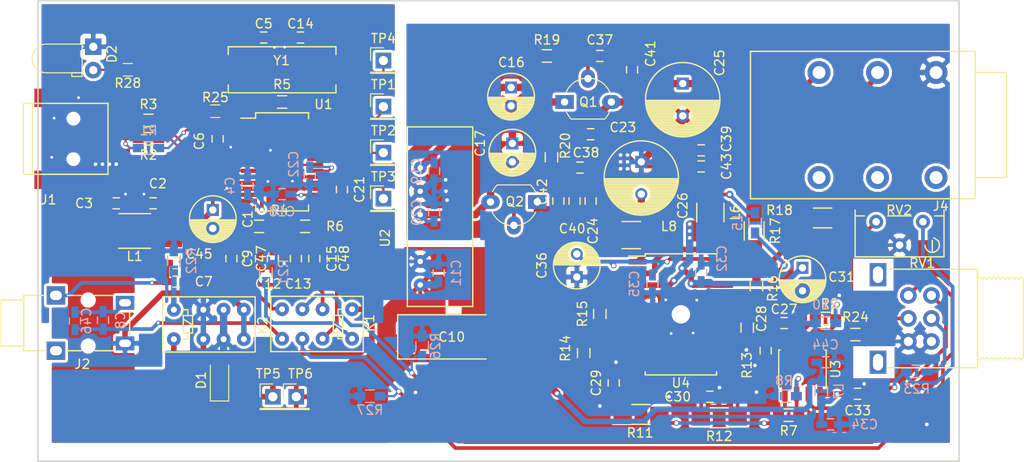
<source format=kicad_pcb>
(kicad_pcb (version 20170922) (host pcbnew "(2017-10-03 revision 3d1569081)-master")

(general
  (thickness 1.6)
  (drawings 5)
  (tracks 933)
  (zones 0)
  (modules 104)
  (nets 70)
)

(page A4)
(layers
  (0 F.Cu signal)
  (31 B.Cu signal)
  (32 B.Adhes user)
  (33 F.Adhes user)
  (34 B.Paste user)
  (35 F.Paste user)
  (36 B.SilkS user)
  (37 F.SilkS user)
  (38 B.Mask user)
  (39 F.Mask user)
  (40 Dwgs.User user)
  (41 Cmts.User user)
  (42 Eco1.User user)
  (43 Eco2.User user)
  (44 Edge.Cuts user)
  (45 Margin user)
  (46 B.CrtYd user)
  (47 F.CrtYd user)
  (48 B.Fab user hide)
  (49 F.Fab user hide)
)


(general
  (thickness 1.6)
  (drawings 5)
  (tracks 933)
  (zones 0)
  (modules 104)
  (nets 70)
)

(page A4)
(layers
  (0 F.Cu signal)
  (31 B.Cu signal)
  (32 B.Adhes user)
  (33 F.Adhes user)
  (34 B.Paste user)
  (35 F.Paste user)
  (36 B.SilkS user)
  (37 F.SilkS user)
  (38 B.Mask user)
  (39 F.Mask user)
  (40 Dwgs.User user)
  (41 Cmts.User user)
  (42 Eco1.User user)
  (43 Eco2.User user)
  (44 Edge.Cuts user)
  (45 Margin user)
  (46 B.CrtYd user)
  (47 F.CrtYd user)
  (48 B.Fab user hide)
  (49 F.Fab user hide)
)

(setup
  (last_trace_width 0.4)
  (user_trace_width 0.2)
  (user_trace_width 0.25)
  (user_trace_width 0.6)
  (user_trace_width 0.8)
  (user_trace_width 1.5)
  (trace_clearance 0.2)
  (zone_clearance 0.3)
  (zone_45_only yes)
  (trace_min 0.2)
  (segment_width 0.2)
  (edge_width 0.15)
  (via_size 0.6)
  (via_drill 0.4)
  (via_min_size 0.4)
  (via_min_drill 0.3)
  (user_via 0.5 0.3)
  (user_via 1.3 1)
  (uvia_size 0.3)
  (uvia_drill 0.1)
  (uvias_allowed no)
  (uvia_min_size 0.2)
  (uvia_min_drill 0.1)
  (pcb_text_width 0.3)
  (pcb_text_size 1.5 1.5)
  (mod_edge_width 0.15)
  (mod_text_size 1 1)
  (mod_text_width 0.15)
  (pad_size 3 4)
  (pad_drill 0)
  (pad_to_mask_clearance 0.2)
  (aux_axis_origin 0 0)
  (visible_elements FFFFFFFF)
  (pcbplotparams
    (layerselection 0x010f0_80000001)
    (usegerberextensions true)
    (usegerberattributes true)
    (usegerberadvancedattributes true)
    (creategerberjobfile true)
    (excludeedgelayer true)
    (linewidth 0.100000)
    (plotframeref false)
    (viasonmask false)
    (mode 1)
    (useauxorigin false)
    (hpglpennumber 1)
    (hpglpenspeed 20)
    (hpglpendiameter 15)
    (psnegative false)
    (psa4output false)
    (plotreference true)
    (plotvalue false)
    (plotinvisibletext false)
    (padsonsilk false)
    (subtractmaskfromsilk false)
    (outputformat 1)
    (mirror false)
    (drillshape 0)
    (scaleselection 1)
    (outputdirectory gerber/))
)

(net 0 "")
(net 1 Earth)
(net 2 "Net-(C1-Pad1)")
(net 3 +5V)
(net 4 "Net-(C4-Pad2)")
(net 5 "Net-(C5-Pad1)")
(net 6 +3V3)
(net 7 /LUSB)
(net 8 "Net-(C12-Pad1)")
(net 9 "Net-(C13-Pad2)")
(net 10 "Net-(C14-Pad1)")
(net 11 /RUSB)
(net 12 "Net-(C15-Pad1)")
(net 13 GNDPWR)
(net 14 "Net-(C16-Pad1)")
(net 15 "Net-(C17-Pad2)")
(net 16 "Net-(C18-Pad2)")
(net 17 "Net-(C21-Pad1)")
(net 18 "Net-(C22-Pad2)")
(net 19 +12V)
(net 20 -12V)
(net 21 "Net-(C27-Pad1)")
(net 22 "Net-(C29-Pad1)")
(net 23 "Net-(C30-Pad1)")
(net 24 "Net-(C31-Pad1)")
(net 25 "Net-(C33-Pad2)")
(net 26 "Net-(C35-Pad2)")
(net 27 "Net-(D1-Pad1)")
(net 28 "Net-(J1-Pad4)")
(net 29 /D+)
(net 30 /D-)
(net 31 GNDA)
(net 32 "Net-(J4-Pad4)")
(net 33 "Net-(J4-Pad6)")
(net 34 "Net-(J4-Pad5)")
(net 35 "Net-(J4-Pad2)")
(net 36 "Net-(J4-Pad3)")
(net 37 "Net-(K1-Pad6)")
(net 38 "Net-(K1-Pad3)")
(net 39 "Net-(R2-Pad2)")
(net 40 "Net-(R3-Pad1)")
(net 41 "Net-(R7-Pad2)")
(net 42 "Net-(R11-Pad2)")
(net 43 "Net-(R10-Pad2)")
(net 44 "Net-(R12-Pad2)")
(net 45 "Net-(R13-Pad2)")
(net 46 "Net-(R14-Pad1)")
(net 47 "Net-(R15-Pad2)")
(net 48 "Net-(R16-Pad1)")
(net 49 "Net-(TP1-Pad1)")
(net 50 "Net-(TP2-Pad1)")
(net 51 "Net-(TP3-Pad1)")
(net 52 "Net-(U1-Pad5)")
(net 53 "Net-(U1-Pad2)")
(net 54 "Net-(C37-Pad1)")
(net 55 "Net-(C38-Pad1)")
(net 56 "Net-(R23-Pad2)")
(net 57 "Net-(R23-Pad1)")
(net 58 "Net-(R24-Pad2)")
(net 59 "Net-(R24-Pad1)")
(net 60 "Net-(C45-Pad2)")
(net 61 "Net-(C45-Pad1)")
(net 62 "Net-(C46-Pad2)")
(net 63 "Net-(C46-Pad1)")
(net 64 "Net-(C47-Pad1)")
(net 65 "Net-(D2-Pad2)")
(net 66 "Net-(K1-Pad8)")
(net 67 "Net-(K2-Pad8)")
(net 68 "Net-(R25-Pad1)")
(net 69 /SSPND)

(net_class Default "This is the default net class."
  (clearance 0.2)
  (trace_width 0.4)
  (via_dia 0.6)
  (via_drill 0.4)
  (uvia_dia 0.3)
  (uvia_drill 0.1)
  (add_net +12V)
  (add_net +3V3)
  (add_net +5V)
  (add_net -12V)
  (add_net /D+)
  (add_net /D-)
  (add_net /LUSB)
  (add_net /RUSB)
  (add_net /SSPND)
  (add_net Earth)
  (add_net GNDA)
  (add_net GNDPWR)
  (add_net "Net-(C1-Pad1)")
  (add_net "Net-(C12-Pad1)")
  (add_net "Net-(C13-Pad2)")
  (add_net "Net-(C14-Pad1)")
  (add_net "Net-(C15-Pad1)")
  (add_net "Net-(C16-Pad1)")
  (add_net "Net-(C17-Pad2)")
  (add_net "Net-(C18-Pad2)")
  (add_net "Net-(C21-Pad1)")
  (add_net "Net-(C22-Pad2)")
  (add_net "Net-(C27-Pad1)")
  (add_net "Net-(C29-Pad1)")
  (add_net "Net-(C30-Pad1)")
  (add_net "Net-(C31-Pad1)")
  (add_net "Net-(C33-Pad2)")
  (add_net "Net-(C35-Pad2)")
  (add_net "Net-(C37-Pad1)")
  (add_net "Net-(C38-Pad1)")
  (add_net "Net-(C4-Pad2)")
  (add_net "Net-(C45-Pad1)")
  (add_net "Net-(C45-Pad2)")
  (add_net "Net-(C46-Pad1)")
  (add_net "Net-(C46-Pad2)")
  (add_net "Net-(C47-Pad1)")
  (add_net "Net-(C5-Pad1)")
  (add_net "Net-(D1-Pad1)")
  (add_net "Net-(D2-Pad2)")
  (add_net "Net-(J1-Pad4)")
  (add_net "Net-(J4-Pad2)")
  (add_net "Net-(J4-Pad3)")
  (add_net "Net-(J4-Pad4)")
  (add_net "Net-(J4-Pad5)")
  (add_net "Net-(J4-Pad6)")
  (add_net "Net-(K1-Pad3)")
  (add_net "Net-(K1-Pad6)")
  (add_net "Net-(K1-Pad8)")
  (add_net "Net-(K2-Pad8)")
  (add_net "Net-(R10-Pad2)")
  (add_net "Net-(R11-Pad2)")
  (add_net "Net-(R12-Pad2)")
  (add_net "Net-(R13-Pad2)")
  (add_net "Net-(R14-Pad1)")
  (add_net "Net-(R15-Pad2)")
  (add_net "Net-(R16-Pad1)")
  (add_net "Net-(R2-Pad2)")
  (add_net "Net-(R23-Pad1)")
  (add_net "Net-(R23-Pad2)")
  (add_net "Net-(R24-Pad1)")
  (add_net "Net-(R24-Pad2)")
  (add_net "Net-(R25-Pad1)")
  (add_net "Net-(R3-Pad1)")
  (add_net "Net-(R7-Pad2)")
  (add_net "Net-(TP1-Pad1)")
  (add_net "Net-(TP2-Pad1)")
  (add_net "Net-(TP3-Pad1)")
  (add_net "Net-(U1-Pad2)")
  (add_net "Net-(U1-Pad5)")
)

  (module Capacitors_THT:C_Radial_D8_L11.5_P3.5 (layer F.Cu) (tedit 0) (tstamp 5978A803)
    (at 83 22.5 270)
    (descr "Radial Electrolytic Capacitor Diameter 8mm x Length 11.5mm, Pitch 3.5mm")
    (tags "Electrolytic Capacitor")
    (path /593064DB)
    (fp_text reference C25 (at -2.25 -4 270) (layer F.SilkS)
      (effects (font (size 1 1) (thickness 0.15)))
    )
    (fp_text value 100u (at 1.75 5.3 270) (layer F.Fab)
      (effects (font (size 1 1) (thickness 0.15)))
    )
    (fp_circle (center 1.75 0) (end 1.75 -4.3) (layer F.CrtYd) (width 0.05))
    (fp_circle (center 1.75 0) (end 1.75 -4.0375) (layer F.SilkS) (width 0.15))
    (fp_circle (center 3.5 0) (end 3.5 -1) (layer F.SilkS) (width 0.15))
    (fp_line (start 5.745 -0.2) (end 5.745 0.2) (layer F.SilkS) (width 0.15))
    (fp_line (start 5.605 -1.067) (end 5.605 1.067) (layer F.SilkS) (width 0.15))
    (fp_line (start 5.465 -1.483) (end 5.465 1.483) (layer F.SilkS) (width 0.15))
    (fp_line (start 5.325 -1.794) (end 5.325 1.794) (layer F.SilkS) (width 0.15))
    (fp_line (start 5.185 -2.05) (end 5.185 2.05) (layer F.SilkS) (width 0.15))
    (fp_line (start 5.045 -2.268) (end 5.045 2.268) (layer F.SilkS) (width 0.15))
    (fp_line (start 4.905 -2.459) (end 4.905 2.459) (layer F.SilkS) (width 0.15))
    (fp_line (start 4.765 -2.629) (end 4.765 2.629) (layer F.SilkS) (width 0.15))
    (fp_line (start 4.625 -2.781) (end 4.625 2.781) (layer F.SilkS) (width 0.15))
    (fp_line (start 4.485 0.173) (end 4.485 2.919) (layer F.SilkS) (width 0.15))
    (fp_line (start 4.485 -2.919) (end 4.485 -0.173) (layer F.SilkS) (width 0.15))
    (fp_line (start 4.345 0.535) (end 4.345 3.044) (layer F.SilkS) (width 0.15))
    (fp_line (start 4.345 -3.044) (end 4.345 -0.535) (layer F.SilkS) (width 0.15))
    (fp_line (start 4.205 0.709) (end 4.205 3.158) (layer F.SilkS) (width 0.15))
    (fp_line (start 4.205 -3.158) (end 4.205 -0.709) (layer F.SilkS) (width 0.15))
    (fp_line (start 4.065 0.825) (end 4.065 3.262) (layer F.SilkS) (width 0.15))
    (fp_line (start 4.065 -3.262) (end 4.065 -0.825) (layer F.SilkS) (width 0.15))
    (fp_line (start 3.925 0.905) (end 3.925 3.357) (layer F.SilkS) (width 0.15))
    (fp_line (start 3.925 -3.357) (end 3.925 -0.905) (layer F.SilkS) (width 0.15))
    (fp_line (start 3.785 0.959) (end 3.785 3.444) (layer F.SilkS) (width 0.15))
    (fp_line (start 3.785 -3.444) (end 3.785 -0.959) (layer F.SilkS) (width 0.15))
    (fp_line (start 3.645 0.989) (end 3.645 3.523) (layer F.SilkS) (width 0.15))
    (fp_line (start 3.645 -3.523) (end 3.645 -0.989) (layer F.SilkS) (width 0.15))
    (fp_line (start 3.505 1) (end 3.505 3.594) (layer F.SilkS) (width 0.15))
    (fp_line (start 3.505 -3.594) (end 3.505 -1) (layer F.SilkS) (width 0.15))
    (fp_line (start 3.365 0.991) (end 3.365 3.659) (layer F.SilkS) (width 0.15))
    (fp_line (start 3.365 -3.659) (end 3.365 -0.991) (layer F.SilkS) (width 0.15))
    (fp_line (start 3.225 0.961) (end 3.225 3.718) (layer F.SilkS) (width 0.15))
    (fp_line (start 3.225 -3.718) (end 3.225 -0.961) (layer F.SilkS) (width 0.15))
    (fp_line (start 3.085 0.91) (end 3.085 3.771) (layer F.SilkS) (width 0.15))
    (fp_line (start 3.085 -3.771) (end 3.085 -0.91) (layer F.SilkS) (width 0.15))
    (fp_line (start 2.945 0.832) (end 2.945 3.817) (layer F.SilkS) (width 0.15))
    (fp_line (start 2.945 -3.817) (end 2.945 -0.832) (layer F.SilkS) (width 0.15))
    (fp_line (start 2.805 0.719) (end 2.805 3.858) (layer F.SilkS) (width 0.15))
    (fp_line (start 2.805 -3.858) (end 2.805 -0.719) (layer F.SilkS) (width 0.15))
    (fp_line (start 2.665 0.55) (end 2.665 3.894) (layer F.SilkS) (width 0.15))
    (fp_line (start 2.665 -3.894) (end 2.665 -0.55) (layer F.SilkS) (width 0.15))
    (fp_line (start 2.525 0.222) (end 2.525 3.924) (layer F.SilkS) (width 0.15))
    (fp_line (start 2.525 -3.924) (end 2.525 -0.222) (layer F.SilkS) (width 0.15))
    (fp_line (start 2.385 -3.949) (end 2.385 3.949) (layer F.SilkS) (width 0.15))
    (fp_line (start 2.245 -3.969) (end 2.245 3.969) (layer F.SilkS) (width 0.15))
    (fp_line (start 2.105 -3.984) (end 2.105 3.984) (layer F.SilkS) (width 0.15))
    (fp_line (start 1.965 -3.994) (end 1.965 3.994) (layer F.SilkS) (width 0.15))
    (fp_line (start 1.825 -3.999) (end 1.825 3.999) (layer F.SilkS) (width 0.15))
    (pad 1 thru_hole rect (at 0 0 270) (size 1.3 1.3) (drill 0.8) (layers *.Cu *.Mask)
      (net 19 +12V))
    (pad 2 thru_hole circle (at 3.5 0 270) (size 1.3 1.3) (drill 0.8) (layers *.Cu *.Mask)
      (net 13 GNDPWR))
    (model Capacitors_ThroughHole.3dshapes/C_Radial_D8_L11.5_P3.5.wrl
      (at (xyz 0 0 0))
      (scale (xyz 1 1 1))
      (rotate (xyz 0 0 0))
    )
  )

  (module Connectors:USB_Mini-B (layer F.Cu) (tedit 5543E571) (tstamp 5978A85A)
    (at 16 28.5)
    (descr "USB Mini-B 5-pin SMD connector")
    (tags "USB USB_B USB_Mini connector")
    (path /5976A1B4)
    (attr smd)
    (fp_text reference J1 (at -1.85 6.61) (layer F.SilkS)
      (effects (font (size 1 1) (thickness 0.15)))
    )
    (fp_text value USB_OTG (at 0 -7.0993) (layer F.Fab)
      (effects (font (size 1 1) (thickness 0.15)))
    )
    (fp_line (start 4.59994 -3.85064) (end -4.59994 -3.85064) (layer F.SilkS) (width 0.15))
    (fp_line (start 4.59994 3.85064) (end 4.59994 -3.85064) (layer F.SilkS) (width 0.15))
    (fp_line (start -4.59994 3.85064) (end 4.59994 3.85064) (layer F.SilkS) (width 0.15))
    (fp_line (start -4.59994 -3.85064) (end -4.59994 3.85064) (layer F.SilkS) (width 0.15))
    (fp_line (start -3.59918 -3.85064) (end -3.59918 3.85064) (layer F.SilkS) (width 0.15))
    (fp_line (start -4.85 5.7) (end -4.85 -5.7) (layer F.CrtYd) (width 0.05))
    (fp_line (start 4.85 5.7) (end -4.85 5.7) (layer F.CrtYd) (width 0.05))
    (fp_line (start 4.85 -5.7) (end 4.85 5.7) (layer F.CrtYd) (width 0.05))
    (fp_line (start -4.85 -5.7) (end 4.85 -5.7) (layer F.CrtYd) (width 0.05))
    (pad "" np_thru_hole circle (at 0.8509 2.19964) (size 0.89916 0.89916) (drill 0.89916) (layers *.Cu *.Mask))
    (pad "" np_thru_hole circle (at 0.8509 -2.19964) (size 0.89916 0.89916) (drill 0.89916) (layers *.Cu *.Mask))
    (pad 6 smd rect (at -2.14884 4.45008) (size 2.49936 1.99898) (layers F.Cu F.Paste F.Mask)
      (net 1 Earth))
    (pad 6 smd rect (at 3.35026 4.45008) (size 2.49936 1.99898) (layers F.Cu F.Paste F.Mask)
      (net 1 Earth))
    (pad 6 smd rect (at -2.14884 -4.45008) (size 2.49936 1.99898) (layers F.Cu F.Paste F.Mask)
      (net 1 Earth))
    (pad 6 smd rect (at 3.35026 -4.45008) (size 2.49936 1.99898) (layers F.Cu F.Paste F.Mask)
      (net 1 Earth))
    (pad 5 smd rect (at 3.44932 1.6002) (size 2.30124 0.50038) (layers F.Cu F.Paste F.Mask)
      (net 1 Earth))
    (pad 4 smd rect (at 3.44932 0.8001) (size 2.30124 0.50038) (layers F.Cu F.Paste F.Mask)
      (net 28 "Net-(J1-Pad4)"))
    (pad 3 smd rect (at 3.44932 0) (size 2.30124 0.50038) (layers F.Cu F.Paste F.Mask)
      (net 29 /D+))
    (pad 2 smd rect (at 3.44932 -0.8001) (size 2.30124 0.50038) (layers F.Cu F.Paste F.Mask)
      (net 30 /D-))
    (pad 1 smd rect (at 3.44932 -1.6002) (size 2.30124 0.50038) (layers F.Cu F.Paste F.Mask)
      (net 3 +5V))
  )

  (module Capacitors_THT:C_Radial_D5_L11_P2 (layer F.Cu) (tedit 0) (tstamp 5978A773)
    (at 31.98 36.22 270)
    (descr "Radial Electrolytic Capacitor 5mm x Length 11mm, Pitch 2mm")
    (tags "Electrolytic Capacitor")
    (path /5934B839)
    (fp_text reference C1 (at 1 -3.8 270) (layer F.SilkS)
      (effects (font (size 1 1) (thickness 0.15)))
    )
    (fp_text value 10u (at 1 3.8 270) (layer F.Fab)
      (effects (font (size 1 1) (thickness 0.15)))
    )
    (fp_circle (center 1 0) (end 1 -2.8) (layer F.CrtYd) (width 0.05))
    (fp_circle (center 1 0) (end 1 -2.5375) (layer F.SilkS) (width 0.15))
    (fp_circle (center 2 0) (end 2 -0.8) (layer F.SilkS) (width 0.15))
    (fp_line (start 3.455 -0.472) (end 3.455 0.472) (layer F.SilkS) (width 0.15))
    (fp_line (start 3.315 -0.944) (end 3.315 0.944) (layer F.SilkS) (width 0.15))
    (fp_line (start 3.175 -1.233) (end 3.175 1.233) (layer F.SilkS) (width 0.15))
    (fp_line (start 3.035 -1.452) (end 3.035 1.452) (layer F.SilkS) (width 0.15))
    (fp_line (start 2.895 -1.631) (end 2.895 1.631) (layer F.SilkS) (width 0.15))
    (fp_line (start 2.755 0.265) (end 2.755 1.78) (layer F.SilkS) (width 0.15))
    (fp_line (start 2.755 -1.78) (end 2.755 -0.265) (layer F.SilkS) (width 0.15))
    (fp_line (start 2.615 0.512) (end 2.615 1.908) (layer F.SilkS) (width 0.15))
    (fp_line (start 2.615 -1.908) (end 2.615 -0.512) (layer F.SilkS) (width 0.15))
    (fp_line (start 2.475 0.644) (end 2.475 2.019) (layer F.SilkS) (width 0.15))
    (fp_line (start 2.475 -2.019) (end 2.475 -0.644) (layer F.SilkS) (width 0.15))
    (fp_line (start 2.335 0.726) (end 2.335 2.114) (layer F.SilkS) (width 0.15))
    (fp_line (start 2.335 -2.114) (end 2.335 -0.726) (layer F.SilkS) (width 0.15))
    (fp_line (start 2.195 0.776) (end 2.195 2.196) (layer F.SilkS) (width 0.15))
    (fp_line (start 2.195 -2.196) (end 2.195 -0.776) (layer F.SilkS) (width 0.15))
    (fp_line (start 2.055 0.798) (end 2.055 2.266) (layer F.SilkS) (width 0.15))
    (fp_line (start 2.055 -2.266) (end 2.055 -0.798) (layer F.SilkS) (width 0.15))
    (fp_line (start 1.915 0.795) (end 1.915 2.327) (layer F.SilkS) (width 0.15))
    (fp_line (start 1.915 -2.327) (end 1.915 -0.795) (layer F.SilkS) (width 0.15))
    (fp_line (start 1.775 0.768) (end 1.775 2.377) (layer F.SilkS) (width 0.15))
    (fp_line (start 1.775 -2.377) (end 1.775 -0.768) (layer F.SilkS) (width 0.15))
    (fp_line (start 1.635 0.712) (end 1.635 2.418) (layer F.SilkS) (width 0.15))
    (fp_line (start 1.635 -2.418) (end 1.635 -0.712) (layer F.SilkS) (width 0.15))
    (fp_line (start 1.495 0.62) (end 1.495 2.451) (layer F.SilkS) (width 0.15))
    (fp_line (start 1.495 -2.451) (end 1.495 -0.62) (layer F.SilkS) (width 0.15))
    (fp_line (start 1.355 0.473) (end 1.355 2.475) (layer F.SilkS) (width 0.15))
    (fp_line (start 1.355 -2.475) (end 1.355 -0.473) (layer F.SilkS) (width 0.15))
    (fp_line (start 1.215 0.154) (end 1.215 2.491) (layer F.SilkS) (width 0.15))
    (fp_line (start 1.215 -2.491) (end 1.215 -0.154) (layer F.SilkS) (width 0.15))
    (fp_line (start 1.075 -2.499) (end 1.075 2.499) (layer F.SilkS) (width 0.15))
    (pad 2 thru_hole circle (at 2 0 270) (size 1.3 1.3) (drill 0.8) (layers *.Cu *.Mask)
      (net 1 Earth))
    (pad 1 thru_hole rect (at 0 0 270) (size 1.3 1.3) (drill 0.8) (layers *.Cu *.Mask)
      (net 2 "Net-(C1-Pad1)"))
    (model Capacitors_ThroughHole.3dshapes/C_Radial_D5_L11_P2.wrl
      (at (xyz 0 0 0))
      (scale (xyz 1 1 1))
      (rotate (xyz 0 0 0))
    )
  )

  (module Capacitors_SMD:C_0603_HandSoldering (layer F.Cu) (tedit 541A9B4D) (tstamp 5978A779)
    (at 25.5 35.5)
    (descr "Capacitor SMD 0603, hand soldering")
    (tags "capacitor 0603")
    (path /5934BF3E)
    (attr smd)
    (fp_text reference C2 (at 0.51 -2.14) (layer F.SilkS)
      (effects (font (size 1 1) (thickness 0.15)))
    )
    (fp_text value 100n (at 0 1.9) (layer F.Fab)
      (effects (font (size 1 1) (thickness 0.15)))
    )
    (fp_line (start 0.35 0.6) (end -0.35 0.6) (layer F.SilkS) (width 0.15))
    (fp_line (start -0.35 -0.6) (end 0.35 -0.6) (layer F.SilkS) (width 0.15))
    (fp_line (start 1.85 -0.75) (end 1.85 0.75) (layer F.CrtYd) (width 0.05))
    (fp_line (start -1.85 -0.75) (end -1.85 0.75) (layer F.CrtYd) (width 0.05))
    (fp_line (start -1.85 0.75) (end 1.85 0.75) (layer F.CrtYd) (width 0.05))
    (fp_line (start -1.85 -0.75) (end 1.85 -0.75) (layer F.CrtYd) (width 0.05))
    (fp_line (start -0.8 -0.4) (end 0.8 -0.4) (layer F.Fab) (width 0.15))
    (fp_line (start 0.8 -0.4) (end 0.8 0.4) (layer F.Fab) (width 0.15))
    (fp_line (start 0.8 0.4) (end -0.8 0.4) (layer F.Fab) (width 0.15))
    (fp_line (start -0.8 0.4) (end -0.8 -0.4) (layer F.Fab) (width 0.15))
    (pad 2 smd rect (at 0.95 0) (size 1.2 0.75) (layers F.Cu F.Paste F.Mask)
      (net 2 "Net-(C1-Pad1)"))
    (pad 1 smd rect (at -0.95 0) (size 1.2 0.75) (layers F.Cu F.Paste F.Mask)
      (net 1 Earth))
    (model Capacitors_SMD.3dshapes/C_0603_HandSoldering.wrl
      (at (xyz 0 0 0))
      (scale (xyz 1 1 1))
      (rotate (xyz 0 0 0))
    )
  )

  (module Capacitors_SMD:C_0603_HandSoldering (layer F.Cu) (tedit 541A9B4D) (tstamp 5978A77F)
    (at 21.5 35.5)
    (descr "Capacitor SMD 0603, hand soldering")
    (tags "capacitor 0603")
    (path /59305590)
    (attr smd)
    (fp_text reference C3 (at -3.5 0) (layer F.SilkS)
      (effects (font (size 1 1) (thickness 0.15)))
    )
    (fp_text value 200n (at 0 1.9) (layer F.Fab)
      (effects (font (size 1 1) (thickness 0.15)))
    )
    (fp_line (start 0.35 0.6) (end -0.35 0.6) (layer F.SilkS) (width 0.15))
    (fp_line (start -0.35 -0.6) (end 0.35 -0.6) (layer F.SilkS) (width 0.15))
    (fp_line (start 1.85 -0.75) (end 1.85 0.75) (layer F.CrtYd) (width 0.05))
    (fp_line (start -1.85 -0.75) (end -1.85 0.75) (layer F.CrtYd) (width 0.05))
    (fp_line (start -1.85 0.75) (end 1.85 0.75) (layer F.CrtYd) (width 0.05))
    (fp_line (start -1.85 -0.75) (end 1.85 -0.75) (layer F.CrtYd) (width 0.05))
    (fp_line (start -0.8 -0.4) (end 0.8 -0.4) (layer F.Fab) (width 0.15))
    (fp_line (start 0.8 -0.4) (end 0.8 0.4) (layer F.Fab) (width 0.15))
    (fp_line (start 0.8 0.4) (end -0.8 0.4) (layer F.Fab) (width 0.15))
    (fp_line (start -0.8 0.4) (end -0.8 -0.4) (layer F.Fab) (width 0.15))
    (pad 2 smd rect (at 0.95 0) (size 1.2 0.75) (layers F.Cu F.Paste F.Mask)
      (net 1 Earth))
    (pad 1 smd rect (at -0.95 0) (size 1.2 0.75) (layers F.Cu F.Paste F.Mask)
      (net 3 +5V))
    (model Capacitors_SMD.3dshapes/C_0603_HandSoldering.wrl
      (at (xyz 0 0 0))
      (scale (xyz 1 1 1))
      (rotate (xyz 0 0 0))
    )
  )

  (module Capacitors_SMD:C_0603_HandSoldering (layer B.Cu) (tedit 541A9B4D) (tstamp 5978A785)
    (at 35.75 33.59 270)
    (descr "Capacitor SMD 0603, hand soldering")
    (tags "capacitor 0603")
    (path /5934A4BD)
    (attr smd)
    (fp_text reference C4 (at 0 1.9 270) (layer B.SilkS)
      (effects (font (size 1 1) (thickness 0.15)) (justify mirror))
    )
    (fp_text value 1u (at 0 -1.9 270) (layer B.Fab)
      (effects (font (size 1 1) (thickness 0.15)) (justify mirror))
    )
    (fp_line (start 0.35 -0.6) (end -0.35 -0.6) (layer B.SilkS) (width 0.15))
    (fp_line (start -0.35 0.6) (end 0.35 0.6) (layer B.SilkS) (width 0.15))
    (fp_line (start 1.85 0.75) (end 1.85 -0.75) (layer B.CrtYd) (width 0.05))
    (fp_line (start -1.85 0.75) (end -1.85 -0.75) (layer B.CrtYd) (width 0.05))
    (fp_line (start -1.85 -0.75) (end 1.85 -0.75) (layer B.CrtYd) (width 0.05))
    (fp_line (start -1.85 0.75) (end 1.85 0.75) (layer B.CrtYd) (width 0.05))
    (fp_line (start -0.8 0.4) (end 0.8 0.4) (layer B.Fab) (width 0.15))
    (fp_line (start 0.8 0.4) (end 0.8 -0.4) (layer B.Fab) (width 0.15))
    (fp_line (start 0.8 -0.4) (end -0.8 -0.4) (layer B.Fab) (width 0.15))
    (fp_line (start -0.8 -0.4) (end -0.8 0.4) (layer B.Fab) (width 0.15))
    (pad 2 smd rect (at 0.95 0 270) (size 1.2 0.75) (layers B.Cu B.Paste B.Mask)
      (net 4 "Net-(C4-Pad2)"))
    (pad 1 smd rect (at -0.95 0 270) (size 1.2 0.75) (layers B.Cu B.Paste B.Mask)
      (net 1 Earth))
    (model Capacitors_SMD.3dshapes/C_0603_HandSoldering.wrl
      (at (xyz 0 0 0))
      (scale (xyz 1 1 1))
      (rotate (xyz 0 0 0))
    )
  )

  (module Capacitors_SMD:C_0603_HandSoldering (layer F.Cu) (tedit 541A9B4D) (tstamp 5978A78B)
    (at 37.5 17.5)
    (descr "Capacitor SMD 0603, hand soldering")
    (tags "capacitor 0603")
    (path /59348C90)
    (attr smd)
    (fp_text reference C5 (at 0 -1.5) (layer F.SilkS)
      (effects (font (size 1 1) (thickness 0.15)))
    )
    (fp_text value 27p (at 0 1.9) (layer F.Fab)
      (effects (font (size 1 1) (thickness 0.15)))
    )
    (fp_line (start 0.35 0.6) (end -0.35 0.6) (layer F.SilkS) (width 0.15))
    (fp_line (start -0.35 -0.6) (end 0.35 -0.6) (layer F.SilkS) (width 0.15))
    (fp_line (start 1.85 -0.75) (end 1.85 0.75) (layer F.CrtYd) (width 0.05))
    (fp_line (start -1.85 -0.75) (end -1.85 0.75) (layer F.CrtYd) (width 0.05))
    (fp_line (start -1.85 0.75) (end 1.85 0.75) (layer F.CrtYd) (width 0.05))
    (fp_line (start -1.85 -0.75) (end 1.85 -0.75) (layer F.CrtYd) (width 0.05))
    (fp_line (start -0.8 -0.4) (end 0.8 -0.4) (layer F.Fab) (width 0.15))
    (fp_line (start 0.8 -0.4) (end 0.8 0.4) (layer F.Fab) (width 0.15))
    (fp_line (start 0.8 0.4) (end -0.8 0.4) (layer F.Fab) (width 0.15))
    (fp_line (start -0.8 0.4) (end -0.8 -0.4) (layer F.Fab) (width 0.15))
    (pad 2 smd rect (at 0.95 0) (size 1.2 0.75) (layers F.Cu F.Paste F.Mask)
      (net 1 Earth))
    (pad 1 smd rect (at -0.95 0) (size 1.2 0.75) (layers F.Cu F.Paste F.Mask)
      (net 5 "Net-(C5-Pad1)"))
    (model Capacitors_SMD.3dshapes/C_0603_HandSoldering.wrl
      (at (xyz 0 0 0))
      (scale (xyz 1 1 1))
      (rotate (xyz 0 0 0))
    )
  )

  (module Capacitors_SMD:C_0603_HandSoldering (layer F.Cu) (tedit 541A9B4D) (tstamp 5978A791)
    (at 32.5 28.5 90)
    (descr "Capacitor SMD 0603, hand soldering")
    (tags "capacitor 0603")
    (path /5934D473)
    (attr smd)
    (fp_text reference C6 (at -0.25 -2 270) (layer F.SilkS)
      (effects (font (size 1 1) (thickness 0.15)))
    )
    (fp_text value 200n (at 0 1.9 90) (layer F.Fab)
      (effects (font (size 1 1) (thickness 0.15)))
    )
    (fp_line (start 0.35 0.6) (end -0.35 0.6) (layer F.SilkS) (width 0.15))
    (fp_line (start -0.35 -0.6) (end 0.35 -0.6) (layer F.SilkS) (width 0.15))
    (fp_line (start 1.85 -0.75) (end 1.85 0.75) (layer F.CrtYd) (width 0.05))
    (fp_line (start -1.85 -0.75) (end -1.85 0.75) (layer F.CrtYd) (width 0.05))
    (fp_line (start -1.85 0.75) (end 1.85 0.75) (layer F.CrtYd) (width 0.05))
    (fp_line (start -1.85 -0.75) (end 1.85 -0.75) (layer F.CrtYd) (width 0.05))
    (fp_line (start -0.8 -0.4) (end 0.8 -0.4) (layer F.Fab) (width 0.15))
    (fp_line (start 0.8 -0.4) (end 0.8 0.4) (layer F.Fab) (width 0.15))
    (fp_line (start 0.8 0.4) (end -0.8 0.4) (layer F.Fab) (width 0.15))
    (fp_line (start -0.8 0.4) (end -0.8 -0.4) (layer F.Fab) (width 0.15))
    (pad 2 smd rect (at 0.95 0 90) (size 1.2 0.75) (layers F.Cu F.Paste F.Mask)
      (net 6 +3V3))
    (pad 1 smd rect (at -0.95 0 90) (size 1.2 0.75) (layers F.Cu F.Paste F.Mask)
      (net 1 Earth))
    (model Capacitors_SMD.3dshapes/C_0603_HandSoldering.wrl
      (at (xyz 0 0 0))
      (scale (xyz 1 1 1))
      (rotate (xyz 0 0 0))
    )
  )

  (module Capacitors_SMD:C_0603_HandSoldering (layer F.Cu) (tedit 541A9B4D) (tstamp 5978A797)
    (at 28 44 180)
    (descr "Capacitor SMD 0603, hand soldering")
    (tags "capacitor 0603")
    (path /5935AC3B)
    (attr smd)
    (fp_text reference C7 (at -3 0 180) (layer F.SilkS)
      (effects (font (size 1 1) (thickness 0.15)))
    )
    (fp_text value 1u (at 0 1.9 180) (layer F.Fab)
      (effects (font (size 1 1) (thickness 0.15)))
    )
    (fp_line (start 0.35 0.6) (end -0.35 0.6) (layer F.SilkS) (width 0.15))
    (fp_line (start -0.35 -0.6) (end 0.35 -0.6) (layer F.SilkS) (width 0.15))
    (fp_line (start 1.85 -0.75) (end 1.85 0.75) (layer F.CrtYd) (width 0.05))
    (fp_line (start -1.85 -0.75) (end -1.85 0.75) (layer F.CrtYd) (width 0.05))
    (fp_line (start -1.85 0.75) (end 1.85 0.75) (layer F.CrtYd) (width 0.05))
    (fp_line (start -1.85 -0.75) (end 1.85 -0.75) (layer F.CrtYd) (width 0.05))
    (fp_line (start -0.8 -0.4) (end 0.8 -0.4) (layer F.Fab) (width 0.15))
    (fp_line (start 0.8 -0.4) (end 0.8 0.4) (layer F.Fab) (width 0.15))
    (fp_line (start 0.8 0.4) (end -0.8 0.4) (layer F.Fab) (width 0.15))
    (fp_line (start -0.8 0.4) (end -0.8 -0.4) (layer F.Fab) (width 0.15))
    (pad 2 smd rect (at 0.95 0 180) (size 1.2 0.75) (layers F.Cu F.Paste F.Mask)
      (net 60 "Net-(C45-Pad2)"))
    (pad 1 smd rect (at -0.95 0 180) (size 1.2 0.75) (layers F.Cu F.Paste F.Mask)
      (net 61 "Net-(C45-Pad1)"))
    (model Capacitors_SMD.3dshapes/C_0603_HandSoldering.wrl
      (at (xyz 0 0 0))
      (scale (xyz 1 1 1))
      (rotate (xyz 0 0 0))
    )
  )

  (module Capacitors_SMD:C_0603_HandSoldering (layer B.Cu) (tedit 541A9B4D) (tstamp 5978A79D)
    (at 20.06 48.2 90)
    (descr "Capacitor SMD 0603, hand soldering")
    (tags "capacitor 0603")
    (path /5935A9B7)
    (attr smd)
    (fp_text reference C8 (at 0 1.9 90) (layer B.SilkS)
      (effects (font (size 1 1) (thickness 0.15)) (justify mirror))
    )
    (fp_text value 1u (at 0 -1.9 90) (layer B.Fab)
      (effects (font (size 1 1) (thickness 0.15)) (justify mirror))
    )
    (fp_line (start 0.35 -0.6) (end -0.35 -0.6) (layer B.SilkS) (width 0.15))
    (fp_line (start -0.35 0.6) (end 0.35 0.6) (layer B.SilkS) (width 0.15))
    (fp_line (start 1.85 0.75) (end 1.85 -0.75) (layer B.CrtYd) (width 0.05))
    (fp_line (start -1.85 0.75) (end -1.85 -0.75) (layer B.CrtYd) (width 0.05))
    (fp_line (start -1.85 -0.75) (end 1.85 -0.75) (layer B.CrtYd) (width 0.05))
    (fp_line (start -1.85 0.75) (end 1.85 0.75) (layer B.CrtYd) (width 0.05))
    (fp_line (start -0.8 0.4) (end 0.8 0.4) (layer B.Fab) (width 0.15))
    (fp_line (start 0.8 0.4) (end 0.8 -0.4) (layer B.Fab) (width 0.15))
    (fp_line (start 0.8 -0.4) (end -0.8 -0.4) (layer B.Fab) (width 0.15))
    (fp_line (start -0.8 -0.4) (end -0.8 0.4) (layer B.Fab) (width 0.15))
    (pad 2 smd rect (at 0.95 0 90) (size 1.2 0.75) (layers B.Cu B.Paste B.Mask)
      (net 62 "Net-(C46-Pad2)"))
    (pad 1 smd rect (at -0.95 0 90) (size 1.2 0.75) (layers B.Cu B.Paste B.Mask)
      (net 63 "Net-(C46-Pad1)"))
    (model Capacitors_SMD.3dshapes/C_0603_HandSoldering.wrl
      (at (xyz 0 0 0))
      (scale (xyz 1 1 1))
      (rotate (xyz 0 0 0))
    )
  )

  (module Capacitors_SMD:C_0603_HandSoldering (layer F.Cu) (tedit 541A9B4D) (tstamp 5978A7A3)
    (at 34 41.5 90)
    (descr "Capacitor SMD 0603, hand soldering")
    (tags "capacitor 0603")
    (path /593501B5)
    (attr smd)
    (fp_text reference C9 (at 0 1.75 90) (layer F.SilkS)
      (effects (font (size 1 1) (thickness 0.15)))
    )
    (fp_text value 1u (at 0 1.9 90) (layer F.Fab)
      (effects (font (size 1 1) (thickness 0.15)))
    )
    (fp_line (start 0.35 0.6) (end -0.35 0.6) (layer F.SilkS) (width 0.15))
    (fp_line (start -0.35 -0.6) (end 0.35 -0.6) (layer F.SilkS) (width 0.15))
    (fp_line (start 1.85 -0.75) (end 1.85 0.75) (layer F.CrtYd) (width 0.05))
    (fp_line (start -1.85 -0.75) (end -1.85 0.75) (layer F.CrtYd) (width 0.05))
    (fp_line (start -1.85 0.75) (end 1.85 0.75) (layer F.CrtYd) (width 0.05))
    (fp_line (start -1.85 -0.75) (end 1.85 -0.75) (layer F.CrtYd) (width 0.05))
    (fp_line (start -0.8 -0.4) (end 0.8 -0.4) (layer F.Fab) (width 0.15))
    (fp_line (start 0.8 -0.4) (end 0.8 0.4) (layer F.Fab) (width 0.15))
    (fp_line (start 0.8 0.4) (end -0.8 0.4) (layer F.Fab) (width 0.15))
    (fp_line (start -0.8 0.4) (end -0.8 -0.4) (layer F.Fab) (width 0.15))
    (pad 2 smd rect (at 0.95 0 90) (size 1.2 0.75) (layers F.Cu F.Paste F.Mask)
      (net 64 "Net-(C47-Pad1)"))
    (pad 1 smd rect (at -0.95 0 90) (size 1.2 0.75) (layers F.Cu F.Paste F.Mask)
      (net 7 /LUSB))
    (model Capacitors_SMD.3dshapes/C_0603_HandSoldering.wrl
      (at (xyz 0 0 0))
      (scale (xyz 1 1 1))
      (rotate (xyz 0 0 0))
    )
  )

  (module Capacitors_Tantalum_SMD:Tantalum_Case-D_EIA-7343-31_Hand (layer F.Cu) (tedit 57B6E980) (tstamp 5978A7A9)
    (at 58 50)
    (descr "Tantalum capacitor, Case D, EIA 7343-31, 7.3x4.3x2.8mm, Hand soldering footprint")
    (tags "capacitor tantalum smd")
    (path /593055F7)
    (attr smd)
    (fp_text reference C10 (at -0.08 0.01) (layer F.SilkS)
      (effects (font (size 1 1) (thickness 0.15)))
    )
    (fp_text value 100u (at 0 3.9) (layer F.Fab)
      (effects (font (size 1 1) (thickness 0.15)))
    )
    (fp_line (start -5.95 -2.4) (end -5.95 2.4) (layer F.SilkS) (width 0.15))
    (fp_line (start -5.95 2.4) (end 3.65 2.4) (layer F.SilkS) (width 0.15))
    (fp_line (start -5.95 -2.4) (end 3.65 -2.4) (layer F.SilkS) (width 0.15))
    (fp_line (start -2.555 -2.15) (end -2.555 2.15) (layer F.Fab) (width 0.15))
    (fp_line (start -2.92 -2.15) (end -2.92 2.15) (layer F.Fab) (width 0.15))
    (fp_line (start 3.65 -2.15) (end -3.65 -2.15) (layer F.Fab) (width 0.15))
    (fp_line (start 3.65 2.15) (end 3.65 -2.15) (layer F.Fab) (width 0.15))
    (fp_line (start -3.65 2.15) (end 3.65 2.15) (layer F.Fab) (width 0.15))
    (fp_line (start -3.65 -2.15) (end -3.65 2.15) (layer F.Fab) (width 0.15))
    (fp_line (start 6.05 -2.5) (end -6.05 -2.5) (layer F.CrtYd) (width 0.05))
    (fp_line (start 6.05 2.5) (end 6.05 -2.5) (layer F.CrtYd) (width 0.05))
    (fp_line (start -6.05 2.5) (end 6.05 2.5) (layer F.CrtYd) (width 0.05))
    (fp_line (start -6.05 -2.5) (end -6.05 2.5) (layer F.CrtYd) (width 0.05))
    (pad 2 smd rect (at 3.775 0) (size 3.75 2.7) (layers F.Cu F.Paste F.Mask)
      (net 1 Earth))
    (pad 1 smd rect (at -3.775 0) (size 3.75 2.7) (layers F.Cu F.Paste F.Mask)
      (net 3 +5V))
    (model Capacitors_Tantalum_SMD.3dshapes/Tantalum_Case-D_EIA-7343-31.wrl
      (at (xyz 0 0 0))
      (scale (xyz 1 1 1))
      (rotate (xyz 0 0 0))
    )
  )

  (module Capacitors_SMD:C_0603_HandSoldering (layer B.Cu) (tedit 541A9B4D) (tstamp 5978A7AF)
    (at 56.5 43.05 90)
    (descr "Capacitor SMD 0603, hand soldering")
    (tags "capacitor 0603")
    (path /5930565F)
    (attr smd)
    (fp_text reference C11 (at 0 1.9 90) (layer B.SilkS)
      (effects (font (size 1 1) (thickness 0.15)) (justify mirror))
    )
    (fp_text value 100n (at 0 -1.9 90) (layer B.Fab)
      (effects (font (size 1 1) (thickness 0.15)) (justify mirror))
    )
    (fp_line (start 0.35 -0.6) (end -0.35 -0.6) (layer B.SilkS) (width 0.15))
    (fp_line (start -0.35 0.6) (end 0.35 0.6) (layer B.SilkS) (width 0.15))
    (fp_line (start 1.85 0.75) (end 1.85 -0.75) (layer B.CrtYd) (width 0.05))
    (fp_line (start -1.85 0.75) (end -1.85 -0.75) (layer B.CrtYd) (width 0.05))
    (fp_line (start -1.85 -0.75) (end 1.85 -0.75) (layer B.CrtYd) (width 0.05))
    (fp_line (start -1.85 0.75) (end 1.85 0.75) (layer B.CrtYd) (width 0.05))
    (fp_line (start -0.8 0.4) (end 0.8 0.4) (layer B.Fab) (width 0.15))
    (fp_line (start 0.8 0.4) (end 0.8 -0.4) (layer B.Fab) (width 0.15))
    (fp_line (start 0.8 -0.4) (end -0.8 -0.4) (layer B.Fab) (width 0.15))
    (fp_line (start -0.8 -0.4) (end -0.8 0.4) (layer B.Fab) (width 0.15))
    (pad 2 smd rect (at 0.95 0 90) (size 1.2 0.75) (layers B.Cu B.Paste B.Mask)
      (net 1 Earth))
    (pad 1 smd rect (at -0.95 0 90) (size 1.2 0.75) (layers B.Cu B.Paste B.Mask)
      (net 3 +5V))
    (model Capacitors_SMD.3dshapes/C_0603_HandSoldering.wrl
      (at (xyz 0 0 0))
      (scale (xyz 1 1 1))
      (rotate (xyz 0 0 0))
    )
  )

  (module Capacitors_SMD:C_0603_HandSoldering (layer F.Cu) (tedit 541A9B4D) (tstamp 5978A7B5)
    (at 38.5 41.5 270)
    (descr "Capacitor SMD 0603, hand soldering")
    (tags "capacitor 0603")
    (path /5934FA03)
    (attr smd)
    (fp_text reference C12 (at 2.75 0.5 180) (layer F.SilkS)
      (effects (font (size 1 1) (thickness 0.15)))
    )
    (fp_text value 22n (at 0 1.9 270) (layer F.Fab)
      (effects (font (size 1 1) (thickness 0.15)))
    )
    (fp_line (start 0.35 0.6) (end -0.35 0.6) (layer F.SilkS) (width 0.15))
    (fp_line (start -0.35 -0.6) (end 0.35 -0.6) (layer F.SilkS) (width 0.15))
    (fp_line (start 1.85 -0.75) (end 1.85 0.75) (layer F.CrtYd) (width 0.05))
    (fp_line (start -1.85 -0.75) (end -1.85 0.75) (layer F.CrtYd) (width 0.05))
    (fp_line (start -1.85 0.75) (end 1.85 0.75) (layer F.CrtYd) (width 0.05))
    (fp_line (start -1.85 -0.75) (end 1.85 -0.75) (layer F.CrtYd) (width 0.05))
    (fp_line (start -0.8 -0.4) (end 0.8 -0.4) (layer F.Fab) (width 0.15))
    (fp_line (start 0.8 -0.4) (end 0.8 0.4) (layer F.Fab) (width 0.15))
    (fp_line (start 0.8 0.4) (end -0.8 0.4) (layer F.Fab) (width 0.15))
    (fp_line (start -0.8 0.4) (end -0.8 -0.4) (layer F.Fab) (width 0.15))
    (pad 2 smd rect (at 0.95 0 270) (size 1.2 0.75) (layers F.Cu F.Paste F.Mask)
      (net 1 Earth))
    (pad 1 smd rect (at -0.95 0 270) (size 1.2 0.75) (layers F.Cu F.Paste F.Mask)
      (net 8 "Net-(C12-Pad1)"))
    (model Capacitors_SMD.3dshapes/C_0603_HandSoldering.wrl
      (at (xyz 0 0 0))
      (scale (xyz 1 1 1))
      (rotate (xyz 0 0 0))
    )
  )

  (module Capacitors_SMD:C_0603_HandSoldering (layer F.Cu) (tedit 541A9B4D) (tstamp 5978A7BB)
    (at 41 41.5 90)
    (descr "Capacitor SMD 0603, hand soldering")
    (tags "capacitor 0603")
    (path /5934F029)
    (attr smd)
    (fp_text reference C13 (at -2.75 0.25) (layer F.SilkS)
      (effects (font (size 1 1) (thickness 0.15)))
    )
    (fp_text value 22n (at 0 1.9 90) (layer F.Fab)
      (effects (font (size 1 1) (thickness 0.15)))
    )
    (fp_line (start 0.35 0.6) (end -0.35 0.6) (layer F.SilkS) (width 0.15))
    (fp_line (start -0.35 -0.6) (end 0.35 -0.6) (layer F.SilkS) (width 0.15))
    (fp_line (start 1.85 -0.75) (end 1.85 0.75) (layer F.CrtYd) (width 0.05))
    (fp_line (start -1.85 -0.75) (end -1.85 0.75) (layer F.CrtYd) (width 0.05))
    (fp_line (start -1.85 0.75) (end 1.85 0.75) (layer F.CrtYd) (width 0.05))
    (fp_line (start -1.85 -0.75) (end 1.85 -0.75) (layer F.CrtYd) (width 0.05))
    (fp_line (start -0.8 -0.4) (end 0.8 -0.4) (layer F.Fab) (width 0.15))
    (fp_line (start 0.8 -0.4) (end 0.8 0.4) (layer F.Fab) (width 0.15))
    (fp_line (start 0.8 0.4) (end -0.8 0.4) (layer F.Fab) (width 0.15))
    (fp_line (start -0.8 0.4) (end -0.8 -0.4) (layer F.Fab) (width 0.15))
    (pad 2 smd rect (at 0.95 0 90) (size 1.2 0.75) (layers F.Cu F.Paste F.Mask)
      (net 9 "Net-(C13-Pad2)"))
    (pad 1 smd rect (at -0.95 0 90) (size 1.2 0.75) (layers F.Cu F.Paste F.Mask)
      (net 1 Earth))
    (model Capacitors_SMD.3dshapes/C_0603_HandSoldering.wrl
      (at (xyz 0 0 0))
      (scale (xyz 1 1 1))
      (rotate (xyz 0 0 0))
    )
  )

  (module Capacitors_SMD:C_0603_HandSoldering (layer F.Cu) (tedit 541A9B4D) (tstamp 5978A7C1)
    (at 41.5 17.5 180)
    (descr "Capacitor SMD 0603, hand soldering")
    (tags "capacitor 0603")
    (path /59348F37)
    (attr smd)
    (fp_text reference C14 (at 0 1.5 180) (layer F.SilkS)
      (effects (font (size 1 1) (thickness 0.15)))
    )
    (fp_text value 27p (at 0 1.9 180) (layer F.Fab)
      (effects (font (size 1 1) (thickness 0.15)))
    )
    (fp_line (start 0.35 0.6) (end -0.35 0.6) (layer F.SilkS) (width 0.15))
    (fp_line (start -0.35 -0.6) (end 0.35 -0.6) (layer F.SilkS) (width 0.15))
    (fp_line (start 1.85 -0.75) (end 1.85 0.75) (layer F.CrtYd) (width 0.05))
    (fp_line (start -1.85 -0.75) (end -1.85 0.75) (layer F.CrtYd) (width 0.05))
    (fp_line (start -1.85 0.75) (end 1.85 0.75) (layer F.CrtYd) (width 0.05))
    (fp_line (start -1.85 -0.75) (end 1.85 -0.75) (layer F.CrtYd) (width 0.05))
    (fp_line (start -0.8 -0.4) (end 0.8 -0.4) (layer F.Fab) (width 0.15))
    (fp_line (start 0.8 -0.4) (end 0.8 0.4) (layer F.Fab) (width 0.15))
    (fp_line (start 0.8 0.4) (end -0.8 0.4) (layer F.Fab) (width 0.15))
    (fp_line (start -0.8 0.4) (end -0.8 -0.4) (layer F.Fab) (width 0.15))
    (pad 2 smd rect (at 0.95 0 180) (size 1.2 0.75) (layers F.Cu F.Paste F.Mask)
      (net 1 Earth))
    (pad 1 smd rect (at -0.95 0 180) (size 1.2 0.75) (layers F.Cu F.Paste F.Mask)
      (net 10 "Net-(C14-Pad1)"))
    (model Capacitors_SMD.3dshapes/C_0603_HandSoldering.wrl
      (at (xyz 0 0 0))
      (scale (xyz 1 1 1))
      (rotate (xyz 0 0 0))
    )
  )

  (module Capacitors_SMD:C_0603_HandSoldering (layer F.Cu) (tedit 541A9B4D) (tstamp 5978A7C7)
    (at 43 41.5 270)
    (descr "Capacitor SMD 0603, hand soldering")
    (tags "capacitor 0603")
    (path /5934F52B)
    (attr smd)
    (fp_text reference C15 (at 0 -1.9 270) (layer F.SilkS)
      (effects (font (size 1 1) (thickness 0.15)))
    )
    (fp_text value 1u (at 0 1.9 270) (layer F.Fab)
      (effects (font (size 1 1) (thickness 0.15)))
    )
    (fp_line (start 0.35 0.6) (end -0.35 0.6) (layer F.SilkS) (width 0.15))
    (fp_line (start -0.35 -0.6) (end 0.35 -0.6) (layer F.SilkS) (width 0.15))
    (fp_line (start 1.85 -0.75) (end 1.85 0.75) (layer F.CrtYd) (width 0.05))
    (fp_line (start -1.85 -0.75) (end -1.85 0.75) (layer F.CrtYd) (width 0.05))
    (fp_line (start -1.85 0.75) (end 1.85 0.75) (layer F.CrtYd) (width 0.05))
    (fp_line (start -1.85 -0.75) (end 1.85 -0.75) (layer F.CrtYd) (width 0.05))
    (fp_line (start -0.8 -0.4) (end 0.8 -0.4) (layer F.Fab) (width 0.15))
    (fp_line (start 0.8 -0.4) (end 0.8 0.4) (layer F.Fab) (width 0.15))
    (fp_line (start 0.8 0.4) (end -0.8 0.4) (layer F.Fab) (width 0.15))
    (fp_line (start -0.8 0.4) (end -0.8 -0.4) (layer F.Fab) (width 0.15))
    (pad 2 smd rect (at 0.95 0 270) (size 1.2 0.75) (layers F.Cu F.Paste F.Mask)
      (net 11 /RUSB))
    (pad 1 smd rect (at -0.95 0 270) (size 1.2 0.75) (layers F.Cu F.Paste F.Mask)
      (net 12 "Net-(C15-Pad1)"))
    (model Capacitors_SMD.3dshapes/C_0603_HandSoldering.wrl
      (at (xyz 0 0 0))
      (scale (xyz 1 1 1))
      (rotate (xyz 0 0 0))
    )
  )

  (module Capacitors_THT:C_Radial_D5_L11_P2 (layer F.Cu) (tedit 0) (tstamp 5978A7CD)
    (at 64.36 22.92 270)
    (descr "Radial Electrolytic Capacitor 5mm x Length 11mm, Pitch 2mm")
    (tags "Electrolytic Capacitor")
    (path /59305A96)
    (fp_text reference C16 (at -2.72 -0.04) (layer F.SilkS)
      (effects (font (size 1 1) (thickness 0.15)))
    )
    (fp_text value 10u (at 1 3.8 270) (layer F.Fab)
      (effects (font (size 1 1) (thickness 0.15)))
    )
    (fp_circle (center 1 0) (end 1 -2.8) (layer F.CrtYd) (width 0.05))
    (fp_circle (center 1 0) (end 1 -2.5375) (layer F.SilkS) (width 0.15))
    (fp_circle (center 2 0) (end 2 -0.8) (layer F.SilkS) (width 0.15))
    (fp_line (start 3.455 -0.472) (end 3.455 0.472) (layer F.SilkS) (width 0.15))
    (fp_line (start 3.315 -0.944) (end 3.315 0.944) (layer F.SilkS) (width 0.15))
    (fp_line (start 3.175 -1.233) (end 3.175 1.233) (layer F.SilkS) (width 0.15))
    (fp_line (start 3.035 -1.452) (end 3.035 1.452) (layer F.SilkS) (width 0.15))
    (fp_line (start 2.895 -1.631) (end 2.895 1.631) (layer F.SilkS) (width 0.15))
    (fp_line (start 2.755 0.265) (end 2.755 1.78) (layer F.SilkS) (width 0.15))
    (fp_line (start 2.755 -1.78) (end 2.755 -0.265) (layer F.SilkS) (width 0.15))
    (fp_line (start 2.615 0.512) (end 2.615 1.908) (layer F.SilkS) (width 0.15))
    (fp_line (start 2.615 -1.908) (end 2.615 -0.512) (layer F.SilkS) (width 0.15))
    (fp_line (start 2.475 0.644) (end 2.475 2.019) (layer F.SilkS) (width 0.15))
    (fp_line (start 2.475 -2.019) (end 2.475 -0.644) (layer F.SilkS) (width 0.15))
    (fp_line (start 2.335 0.726) (end 2.335 2.114) (layer F.SilkS) (width 0.15))
    (fp_line (start 2.335 -2.114) (end 2.335 -0.726) (layer F.SilkS) (width 0.15))
    (fp_line (start 2.195 0.776) (end 2.195 2.196) (layer F.SilkS) (width 0.15))
    (fp_line (start 2.195 -2.196) (end 2.195 -0.776) (layer F.SilkS) (width 0.15))
    (fp_line (start 2.055 0.798) (end 2.055 2.266) (layer F.SilkS) (width 0.15))
    (fp_line (start 2.055 -2.266) (end 2.055 -0.798) (layer F.SilkS) (width 0.15))
    (fp_line (start 1.915 0.795) (end 1.915 2.327) (layer F.SilkS) (width 0.15))
    (fp_line (start 1.915 -2.327) (end 1.915 -0.795) (layer F.SilkS) (width 0.15))
    (fp_line (start 1.775 0.768) (end 1.775 2.377) (layer F.SilkS) (width 0.15))
    (fp_line (start 1.775 -2.377) (end 1.775 -0.768) (layer F.SilkS) (width 0.15))
    (fp_line (start 1.635 0.712) (end 1.635 2.418) (layer F.SilkS) (width 0.15))
    (fp_line (start 1.635 -2.418) (end 1.635 -0.712) (layer F.SilkS) (width 0.15))
    (fp_line (start 1.495 0.62) (end 1.495 2.451) (layer F.SilkS) (width 0.15))
    (fp_line (start 1.495 -2.451) (end 1.495 -0.62) (layer F.SilkS) (width 0.15))
    (fp_line (start 1.355 0.473) (end 1.355 2.475) (layer F.SilkS) (width 0.15))
    (fp_line (start 1.355 -2.475) (end 1.355 -0.473) (layer F.SilkS) (width 0.15))
    (fp_line (start 1.215 0.154) (end 1.215 2.491) (layer F.SilkS) (width 0.15))
    (fp_line (start 1.215 -2.491) (end 1.215 -0.154) (layer F.SilkS) (width 0.15))
    (fp_line (start 1.075 -2.499) (end 1.075 2.499) (layer F.SilkS) (width 0.15))
    (pad 2 thru_hole circle (at 2 0 270) (size 1.3 1.3) (drill 0.8) (layers *.Cu *.Mask)
      (net 13 GNDPWR))
    (pad 1 thru_hole rect (at 0 0 270) (size 1.3 1.3) (drill 0.8) (layers *.Cu *.Mask)
      (net 14 "Net-(C16-Pad1)"))
    (model Capacitors_ThroughHole.3dshapes/C_Radial_D5_L11_P2.wrl
      (at (xyz 0 0 0))
      (scale (xyz 1 1 1))
      (rotate (xyz 0 0 0))
    )
  )

  (module Capacitors_THT:C_Radial_D5_L11_P2 (layer F.Cu) (tedit 0) (tstamp 5978A7D3)
    (at 64.5 29 270)
    (descr "Radial Electrolytic Capacitor 5mm x Length 11mm, Pitch 2mm")
    (tags "Electrolytic Capacitor")
    (path /59305B29)
    (fp_text reference C17 (at 0 3.5 270) (layer F.SilkS)
      (effects (font (size 1 1) (thickness 0.15)))
    )
    (fp_text value 10u (at 1 3.8 270) (layer F.Fab)
      (effects (font (size 1 1) (thickness 0.15)))
    )
    (fp_circle (center 1 0) (end 1 -2.8) (layer F.CrtYd) (width 0.05))
    (fp_circle (center 1 0) (end 1 -2.5375) (layer F.SilkS) (width 0.15))
    (fp_circle (center 2 0) (end 2 -0.8) (layer F.SilkS) (width 0.15))
    (fp_line (start 3.455 -0.472) (end 3.455 0.472) (layer F.SilkS) (width 0.15))
    (fp_line (start 3.315 -0.944) (end 3.315 0.944) (layer F.SilkS) (width 0.15))
    (fp_line (start 3.175 -1.233) (end 3.175 1.233) (layer F.SilkS) (width 0.15))
    (fp_line (start 3.035 -1.452) (end 3.035 1.452) (layer F.SilkS) (width 0.15))
    (fp_line (start 2.895 -1.631) (end 2.895 1.631) (layer F.SilkS) (width 0.15))
    (fp_line (start 2.755 0.265) (end 2.755 1.78) (layer F.SilkS) (width 0.15))
    (fp_line (start 2.755 -1.78) (end 2.755 -0.265) (layer F.SilkS) (width 0.15))
    (fp_line (start 2.615 0.512) (end 2.615 1.908) (layer F.SilkS) (width 0.15))
    (fp_line (start 2.615 -1.908) (end 2.615 -0.512) (layer F.SilkS) (width 0.15))
    (fp_line (start 2.475 0.644) (end 2.475 2.019) (layer F.SilkS) (width 0.15))
    (fp_line (start 2.475 -2.019) (end 2.475 -0.644) (layer F.SilkS) (width 0.15))
    (fp_line (start 2.335 0.726) (end 2.335 2.114) (layer F.SilkS) (width 0.15))
    (fp_line (start 2.335 -2.114) (end 2.335 -0.726) (layer F.SilkS) (width 0.15))
    (fp_line (start 2.195 0.776) (end 2.195 2.196) (layer F.SilkS) (width 0.15))
    (fp_line (start 2.195 -2.196) (end 2.195 -0.776) (layer F.SilkS) (width 0.15))
    (fp_line (start 2.055 0.798) (end 2.055 2.266) (layer F.SilkS) (width 0.15))
    (fp_line (start 2.055 -2.266) (end 2.055 -0.798) (layer F.SilkS) (width 0.15))
    (fp_line (start 1.915 0.795) (end 1.915 2.327) (layer F.SilkS) (width 0.15))
    (fp_line (start 1.915 -2.327) (end 1.915 -0.795) (layer F.SilkS) (width 0.15))
    (fp_line (start 1.775 0.768) (end 1.775 2.377) (layer F.SilkS) (width 0.15))
    (fp_line (start 1.775 -2.377) (end 1.775 -0.768) (layer F.SilkS) (width 0.15))
    (fp_line (start 1.635 0.712) (end 1.635 2.418) (layer F.SilkS) (width 0.15))
    (fp_line (start 1.635 -2.418) (end 1.635 -0.712) (layer F.SilkS) (width 0.15))
    (fp_line (start 1.495 0.62) (end 1.495 2.451) (layer F.SilkS) (width 0.15))
    (fp_line (start 1.495 -2.451) (end 1.495 -0.62) (layer F.SilkS) (width 0.15))
    (fp_line (start 1.355 0.473) (end 1.355 2.475) (layer F.SilkS) (width 0.15))
    (fp_line (start 1.355 -2.475) (end 1.355 -0.473) (layer F.SilkS) (width 0.15))
    (fp_line (start 1.215 0.154) (end 1.215 2.491) (layer F.SilkS) (width 0.15))
    (fp_line (start 1.215 -2.491) (end 1.215 -0.154) (layer F.SilkS) (width 0.15))
    (fp_line (start 1.075 -2.499) (end 1.075 2.499) (layer F.SilkS) (width 0.15))
    (pad 2 thru_hole circle (at 2 0 270) (size 1.3 1.3) (drill 0.8) (layers *.Cu *.Mask)
      (net 15 "Net-(C17-Pad2)"))
    (pad 1 thru_hole rect (at 0 0 270) (size 1.3 1.3) (drill 0.8) (layers *.Cu *.Mask)
      (net 13 GNDPWR))
    (model Capacitors_ThroughHole.3dshapes/C_Radial_D5_L11_P2.wrl
      (at (xyz 0 0 0))
      (scale (xyz 1 1 1))
      (rotate (xyz 0 0 0))
    )
  )

  (module Capacitors_SMD:C_0603_HandSoldering (layer B.Cu) (tedit 541A9B4D) (tstamp 5978A7D9)
    (at 39.5 34.5)
    (descr "Capacitor SMD 0603, hand soldering")
    (tags "capacitor 0603")
    (path /5934A59B)
    (attr smd)
    (fp_text reference C18 (at 0 1.9) (layer B.SilkS)
      (effects (font (size 1 1) (thickness 0.15)) (justify mirror))
    )
    (fp_text value 1u (at 0 -1.9) (layer B.Fab)
      (effects (font (size 1 1) (thickness 0.15)) (justify mirror))
    )
    (fp_line (start 0.35 -0.6) (end -0.35 -0.6) (layer B.SilkS) (width 0.15))
    (fp_line (start -0.35 0.6) (end 0.35 0.6) (layer B.SilkS) (width 0.15))
    (fp_line (start 1.85 0.75) (end 1.85 -0.75) (layer B.CrtYd) (width 0.05))
    (fp_line (start -1.85 0.75) (end -1.85 -0.75) (layer B.CrtYd) (width 0.05))
    (fp_line (start -1.85 -0.75) (end 1.85 -0.75) (layer B.CrtYd) (width 0.05))
    (fp_line (start -1.85 0.75) (end 1.85 0.75) (layer B.CrtYd) (width 0.05))
    (fp_line (start -0.8 0.4) (end 0.8 0.4) (layer B.Fab) (width 0.15))
    (fp_line (start 0.8 0.4) (end 0.8 -0.4) (layer B.Fab) (width 0.15))
    (fp_line (start 0.8 -0.4) (end -0.8 -0.4) (layer B.Fab) (width 0.15))
    (fp_line (start -0.8 -0.4) (end -0.8 0.4) (layer B.Fab) (width 0.15))
    (pad 2 smd rect (at 0.95 0) (size 1.2 0.75) (layers B.Cu B.Paste B.Mask)
      (net 16 "Net-(C18-Pad2)"))
    (pad 1 smd rect (at -0.95 0) (size 1.2 0.75) (layers B.Cu B.Paste B.Mask)
      (net 1 Earth))
    (model Capacitors_SMD.3dshapes/C_0603_HandSoldering.wrl
      (at (xyz 0 0 0))
      (scale (xyz 1 1 1))
      (rotate (xyz 0 0 0))
    )
  )

  (module Capacitors_SMD:C_0603_HandSoldering (layer B.Cu) (tedit 541A9B4D) (tstamp 5978A7DF)
    (at 56 32 270)
    (descr "Capacitor SMD 0603, hand soldering")
    (tags "capacitor 0603")
    (path /59305CF8)
    (attr smd)
    (fp_text reference C19 (at 0 1.9 270) (layer B.SilkS)
      (effects (font (size 1 1) (thickness 0.15)) (justify mirror))
    )
    (fp_text value 100n (at 0 -1.9 270) (layer B.Fab)
      (effects (font (size 1 1) (thickness 0.15)) (justify mirror))
    )
    (fp_line (start 0.35 -0.6) (end -0.35 -0.6) (layer B.SilkS) (width 0.15))
    (fp_line (start -0.35 0.6) (end 0.35 0.6) (layer B.SilkS) (width 0.15))
    (fp_line (start 1.85 0.75) (end 1.85 -0.75) (layer B.CrtYd) (width 0.05))
    (fp_line (start -1.85 0.75) (end -1.85 -0.75) (layer B.CrtYd) (width 0.05))
    (fp_line (start -1.85 -0.75) (end 1.85 -0.75) (layer B.CrtYd) (width 0.05))
    (fp_line (start -1.85 0.75) (end 1.85 0.75) (layer B.CrtYd) (width 0.05))
    (fp_line (start -0.8 0.4) (end 0.8 0.4) (layer B.Fab) (width 0.15))
    (fp_line (start 0.8 0.4) (end 0.8 -0.4) (layer B.Fab) (width 0.15))
    (fp_line (start 0.8 -0.4) (end -0.8 -0.4) (layer B.Fab) (width 0.15))
    (fp_line (start -0.8 -0.4) (end -0.8 0.4) (layer B.Fab) (width 0.15))
    (pad 2 smd rect (at 0.95 0 270) (size 1.2 0.75) (layers B.Cu B.Paste B.Mask)
      (net 13 GNDPWR))
    (pad 1 smd rect (at -0.95 0 270) (size 1.2 0.75) (layers B.Cu B.Paste B.Mask)
      (net 14 "Net-(C16-Pad1)"))
    (model Capacitors_SMD.3dshapes/C_0603_HandSoldering.wrl
      (at (xyz 0 0 0))
      (scale (xyz 1 1 1))
      (rotate (xyz 0 0 0))
    )
  )

  (module Capacitors_SMD:C_0603_HandSoldering (layer B.Cu) (tedit 541A9B4D) (tstamp 5978A7E5)
    (at 56 36.5 270)
    (descr "Capacitor SMD 0603, hand soldering")
    (tags "capacitor 0603")
    (path /59305D6F)
    (attr smd)
    (fp_text reference C20 (at 0 1.9 270) (layer B.SilkS)
      (effects (font (size 1 1) (thickness 0.15)) (justify mirror))
    )
    (fp_text value 100n (at 0 -1.9 270) (layer B.Fab)
      (effects (font (size 1 1) (thickness 0.15)) (justify mirror))
    )
    (fp_line (start 0.35 -0.6) (end -0.35 -0.6) (layer B.SilkS) (width 0.15))
    (fp_line (start -0.35 0.6) (end 0.35 0.6) (layer B.SilkS) (width 0.15))
    (fp_line (start 1.85 0.75) (end 1.85 -0.75) (layer B.CrtYd) (width 0.05))
    (fp_line (start -1.85 0.75) (end -1.85 -0.75) (layer B.CrtYd) (width 0.05))
    (fp_line (start -1.85 -0.75) (end 1.85 -0.75) (layer B.CrtYd) (width 0.05))
    (fp_line (start -1.85 0.75) (end 1.85 0.75) (layer B.CrtYd) (width 0.05))
    (fp_line (start -0.8 0.4) (end 0.8 0.4) (layer B.Fab) (width 0.15))
    (fp_line (start 0.8 0.4) (end 0.8 -0.4) (layer B.Fab) (width 0.15))
    (fp_line (start 0.8 -0.4) (end -0.8 -0.4) (layer B.Fab) (width 0.15))
    (fp_line (start -0.8 -0.4) (end -0.8 0.4) (layer B.Fab) (width 0.15))
    (pad 2 smd rect (at 0.95 0 270) (size 1.2 0.75) (layers B.Cu B.Paste B.Mask)
      (net 15 "Net-(C17-Pad2)"))
    (pad 1 smd rect (at -0.95 0 270) (size 1.2 0.75) (layers B.Cu B.Paste B.Mask)
      (net 13 GNDPWR))
    (model Capacitors_SMD.3dshapes/C_0603_HandSoldering.wrl
      (at (xyz 0 0 0))
      (scale (xyz 1 1 1))
      (rotate (xyz 0 0 0))
    )
  )

  (module Capacitors_SMD:C_0603_HandSoldering (layer F.Cu) (tedit 541A9B4D) (tstamp 5978A7EB)
    (at 46 34 270)
    (descr "Capacitor SMD 0603, hand soldering")
    (tags "capacitor 0603")
    (path /5934A14D)
    (attr smd)
    (fp_text reference C21 (at 0 -1.9 270) (layer F.SilkS)
      (effects (font (size 1 1) (thickness 0.15)))
    )
    (fp_text value 1u (at 0 1.9 270) (layer F.Fab)
      (effects (font (size 1 1) (thickness 0.15)))
    )
    (fp_line (start 0.35 0.6) (end -0.35 0.6) (layer F.SilkS) (width 0.15))
    (fp_line (start -0.35 -0.6) (end 0.35 -0.6) (layer F.SilkS) (width 0.15))
    (fp_line (start 1.85 -0.75) (end 1.85 0.75) (layer F.CrtYd) (width 0.05))
    (fp_line (start -1.85 -0.75) (end -1.85 0.75) (layer F.CrtYd) (width 0.05))
    (fp_line (start -1.85 0.75) (end 1.85 0.75) (layer F.CrtYd) (width 0.05))
    (fp_line (start -1.85 -0.75) (end 1.85 -0.75) (layer F.CrtYd) (width 0.05))
    (fp_line (start -0.8 -0.4) (end 0.8 -0.4) (layer F.Fab) (width 0.15))
    (fp_line (start 0.8 -0.4) (end 0.8 0.4) (layer F.Fab) (width 0.15))
    (fp_line (start 0.8 0.4) (end -0.8 0.4) (layer F.Fab) (width 0.15))
    (fp_line (start -0.8 0.4) (end -0.8 -0.4) (layer F.Fab) (width 0.15))
    (pad 2 smd rect (at 0.95 0 270) (size 1.2 0.75) (layers F.Cu F.Paste F.Mask)
      (net 1 Earth))
    (pad 1 smd rect (at -0.95 0 270) (size 1.2 0.75) (layers F.Cu F.Paste F.Mask)
      (net 17 "Net-(C21-Pad1)"))
    (model Capacitors_SMD.3dshapes/C_0603_HandSoldering.wrl
      (at (xyz 0 0 0))
      (scale (xyz 1 1 1))
      (rotate (xyz 0 0 0))
    )
  )

  (module Capacitors_SMD:C_0603_HandSoldering (layer B.Cu) (tedit 541A9B4D) (tstamp 5978A7F1)
    (at 42.5 32.5 90)
    (descr "Capacitor SMD 0603, hand soldering")
    (tags "capacitor 0603")
    (path /59349E35)
    (attr smd)
    (fp_text reference C22 (at 1.25 -1.75 90) (layer B.SilkS)
      (effects (font (size 1 1) (thickness 0.15)) (justify mirror))
    )
    (fp_text value 1u (at 0 -1.9 90) (layer B.Fab)
      (effects (font (size 1 1) (thickness 0.15)) (justify mirror))
    )
    (fp_line (start 0.35 -0.6) (end -0.35 -0.6) (layer B.SilkS) (width 0.15))
    (fp_line (start -0.35 0.6) (end 0.35 0.6) (layer B.SilkS) (width 0.15))
    (fp_line (start 1.85 0.75) (end 1.85 -0.75) (layer B.CrtYd) (width 0.05))
    (fp_line (start -1.85 0.75) (end -1.85 -0.75) (layer B.CrtYd) (width 0.05))
    (fp_line (start -1.85 -0.75) (end 1.85 -0.75) (layer B.CrtYd) (width 0.05))
    (fp_line (start -1.85 0.75) (end 1.85 0.75) (layer B.CrtYd) (width 0.05))
    (fp_line (start -0.8 0.4) (end 0.8 0.4) (layer B.Fab) (width 0.15))
    (fp_line (start 0.8 0.4) (end 0.8 -0.4) (layer B.Fab) (width 0.15))
    (fp_line (start 0.8 -0.4) (end -0.8 -0.4) (layer B.Fab) (width 0.15))
    (fp_line (start -0.8 -0.4) (end -0.8 0.4) (layer B.Fab) (width 0.15))
    (pad 2 smd rect (at 0.95 0 90) (size 1.2 0.75) (layers B.Cu B.Paste B.Mask)
      (net 18 "Net-(C22-Pad2)"))
    (pad 1 smd rect (at -0.95 0 90) (size 1.2 0.75) (layers B.Cu B.Paste B.Mask)
      (net 1 Earth))
    (model Capacitors_SMD.3dshapes/C_0603_HandSoldering.wrl
      (at (xyz 0 0 0))
      (scale (xyz 1 1 1))
      (rotate (xyz 0 0 0))
    )
  )

  (module Capacitors_SMD:C_0603_HandSoldering (layer F.Cu) (tedit 541A9B4D) (tstamp 5978A7F7)
    (at 73 28 180)
    (descr "Capacitor SMD 0603, hand soldering")
    (tags "capacitor 0603")
    (path /59306354)
    (attr smd)
    (fp_text reference C23 (at -3.5 0.75 180) (layer F.SilkS)
      (effects (font (size 1 1) (thickness 0.15)))
    )
    (fp_text value 100n (at 0 1.9 180) (layer F.Fab)
      (effects (font (size 1 1) (thickness 0.15)))
    )
    (fp_line (start 0.35 0.6) (end -0.35 0.6) (layer F.SilkS) (width 0.15))
    (fp_line (start -0.35 -0.6) (end 0.35 -0.6) (layer F.SilkS) (width 0.15))
    (fp_line (start 1.85 -0.75) (end 1.85 0.75) (layer F.CrtYd) (width 0.05))
    (fp_line (start -1.85 -0.75) (end -1.85 0.75) (layer F.CrtYd) (width 0.05))
    (fp_line (start -1.85 0.75) (end 1.85 0.75) (layer F.CrtYd) (width 0.05))
    (fp_line (start -1.85 -0.75) (end 1.85 -0.75) (layer F.CrtYd) (width 0.05))
    (fp_line (start -0.8 -0.4) (end 0.8 -0.4) (layer F.Fab) (width 0.15))
    (fp_line (start 0.8 -0.4) (end 0.8 0.4) (layer F.Fab) (width 0.15))
    (fp_line (start 0.8 0.4) (end -0.8 0.4) (layer F.Fab) (width 0.15))
    (fp_line (start -0.8 0.4) (end -0.8 -0.4) (layer F.Fab) (width 0.15))
    (pad 2 smd rect (at 0.95 0 180) (size 1.2 0.75) (layers F.Cu F.Paste F.Mask)
      (net 13 GNDPWR))
    (pad 1 smd rect (at -0.95 0 180) (size 1.2 0.75) (layers F.Cu F.Paste F.Mask)
      (net 19 +12V))
    (model Capacitors_SMD.3dshapes/C_0603_HandSoldering.wrl
      (at (xyz 0 0 0))
      (scale (xyz 1 1 1))
      (rotate (xyz 0 0 0))
    )
  )

  (module Capacitors_SMD:C_0603_HandSoldering (layer F.Cu) (tedit 541A9B4D) (tstamp 5978A7FD)
    (at 73 35.25 270)
    (descr "Capacitor SMD 0603, hand soldering")
    (tags "capacitor 0603")
    (path /59306303)
    (attr smd)
    (fp_text reference C24 (at 3.25 -0.25 270) (layer F.SilkS)
      (effects (font (size 1 1) (thickness 0.15)))
    )
    (fp_text value 100n (at 0 1.9 270) (layer F.Fab)
      (effects (font (size 1 1) (thickness 0.15)))
    )
    (fp_line (start 0.35 0.6) (end -0.35 0.6) (layer F.SilkS) (width 0.15))
    (fp_line (start -0.35 -0.6) (end 0.35 -0.6) (layer F.SilkS) (width 0.15))
    (fp_line (start 1.85 -0.75) (end 1.85 0.75) (layer F.CrtYd) (width 0.05))
    (fp_line (start -1.85 -0.75) (end -1.85 0.75) (layer F.CrtYd) (width 0.05))
    (fp_line (start -1.85 0.75) (end 1.85 0.75) (layer F.CrtYd) (width 0.05))
    (fp_line (start -1.85 -0.75) (end 1.85 -0.75) (layer F.CrtYd) (width 0.05))
    (fp_line (start -0.8 -0.4) (end 0.8 -0.4) (layer F.Fab) (width 0.15))
    (fp_line (start 0.8 -0.4) (end 0.8 0.4) (layer F.Fab) (width 0.15))
    (fp_line (start 0.8 0.4) (end -0.8 0.4) (layer F.Fab) (width 0.15))
    (fp_line (start -0.8 0.4) (end -0.8 -0.4) (layer F.Fab) (width 0.15))
    (pad 2 smd rect (at 0.95 0 270) (size 1.2 0.75) (layers F.Cu F.Paste F.Mask)
      (net 20 -12V))
    (pad 1 smd rect (at -0.95 0 270) (size 1.2 0.75) (layers F.Cu F.Paste F.Mask)
      (net 13 GNDPWR))
    (model Capacitors_SMD.3dshapes/C_0603_HandSoldering.wrl
      (at (xyz 0 0 0))
      (scale (xyz 1 1 1))
      (rotate (xyz 0 0 0))
    )
  )

  (module Capacitors_THT:C_Radial_D8_L11.5_P3.5 (layer F.Cu) (tedit 0) (tstamp 5978A809)
    (at 78.5 31 270)
    (descr "Radial Electrolytic Capacitor Diameter 8mm x Length 11.5mm, Pitch 3.5mm")
    (tags "Electrolytic Capacitor")
    (path /59306550)
    (fp_text reference C26 (at 4.75 -4.5 270) (layer F.SilkS)
      (effects (font (size 1 1) (thickness 0.15)))
    )
    (fp_text value 100u (at 1.75 5.3 270) (layer F.Fab)
      (effects (font (size 1 1) (thickness 0.15)))
    )
    (fp_circle (center 1.75 0) (end 1.75 -4.3) (layer F.CrtYd) (width 0.05))
    (fp_circle (center 1.75 0) (end 1.75 -4.0375) (layer F.SilkS) (width 0.15))
    (fp_circle (center 3.5 0) (end 3.5 -1) (layer F.SilkS) (width 0.15))
    (fp_line (start 5.745 -0.2) (end 5.745 0.2) (layer F.SilkS) (width 0.15))
    (fp_line (start 5.605 -1.067) (end 5.605 1.067) (layer F.SilkS) (width 0.15))
    (fp_line (start 5.465 -1.483) (end 5.465 1.483) (layer F.SilkS) (width 0.15))
    (fp_line (start 5.325 -1.794) (end 5.325 1.794) (layer F.SilkS) (width 0.15))
    (fp_line (start 5.185 -2.05) (end 5.185 2.05) (layer F.SilkS) (width 0.15))
    (fp_line (start 5.045 -2.268) (end 5.045 2.268) (layer F.SilkS) (width 0.15))
    (fp_line (start 4.905 -2.459) (end 4.905 2.459) (layer F.SilkS) (width 0.15))
    (fp_line (start 4.765 -2.629) (end 4.765 2.629) (layer F.SilkS) (width 0.15))
    (fp_line (start 4.625 -2.781) (end 4.625 2.781) (layer F.SilkS) (width 0.15))
    (fp_line (start 4.485 0.173) (end 4.485 2.919) (layer F.SilkS) (width 0.15))
    (fp_line (start 4.485 -2.919) (end 4.485 -0.173) (layer F.SilkS) (width 0.15))
    (fp_line (start 4.345 0.535) (end 4.345 3.044) (layer F.SilkS) (width 0.15))
    (fp_line (start 4.345 -3.044) (end 4.345 -0.535) (layer F.SilkS) (width 0.15))
    (fp_line (start 4.205 0.709) (end 4.205 3.158) (layer F.SilkS) (width 0.15))
    (fp_line (start 4.205 -3.158) (end 4.205 -0.709) (layer F.SilkS) (width 0.15))
    (fp_line (start 4.065 0.825) (end 4.065 3.262) (layer F.SilkS) (width 0.15))
    (fp_line (start 4.065 -3.262) (end 4.065 -0.825) (layer F.SilkS) (width 0.15))
    (fp_line (start 3.925 0.905) (end 3.925 3.357) (layer F.SilkS) (width 0.15))
    (fp_line (start 3.925 -3.357) (end 3.925 -0.905) (layer F.SilkS) (width 0.15))
    (fp_line (start 3.785 0.959) (end 3.785 3.444) (layer F.SilkS) (width 0.15))
    (fp_line (start 3.785 -3.444) (end 3.785 -0.959) (layer F.SilkS) (width 0.15))
    (fp_line (start 3.645 0.989) (end 3.645 3.523) (layer F.SilkS) (width 0.15))
    (fp_line (start 3.645 -3.523) (end 3.645 -0.989) (layer F.SilkS) (width 0.15))
    (fp_line (start 3.505 1) (end 3.505 3.594) (layer F.SilkS) (width 0.15))
    (fp_line (start 3.505 -3.594) (end 3.505 -1) (layer F.SilkS) (width 0.15))
    (fp_line (start 3.365 0.991) (end 3.365 3.659) (layer F.SilkS) (width 0.15))
    (fp_line (start 3.365 -3.659) (end 3.365 -0.991) (layer F.SilkS) (width 0.15))
    (fp_line (start 3.225 0.961) (end 3.225 3.718) (layer F.SilkS) (width 0.15))
    (fp_line (start 3.225 -3.718) (end 3.225 -0.961) (layer F.SilkS) (width 0.15))
    (fp_line (start 3.085 0.91) (end 3.085 3.771) (layer F.SilkS) (width 0.15))
    (fp_line (start 3.085 -3.771) (end 3.085 -0.91) (layer F.SilkS) (width 0.15))
    (fp_line (start 2.945 0.832) (end 2.945 3.817) (layer F.SilkS) (width 0.15))
    (fp_line (start 2.945 -3.817) (end 2.945 -0.832) (layer F.SilkS) (width 0.15))
    (fp_line (start 2.805 0.719) (end 2.805 3.858) (layer F.SilkS) (width 0.15))
    (fp_line (start 2.805 -3.858) (end 2.805 -0.719) (layer F.SilkS) (width 0.15))
    (fp_line (start 2.665 0.55) (end 2.665 3.894) (layer F.SilkS) (width 0.15))
    (fp_line (start 2.665 -3.894) (end 2.665 -0.55) (layer F.SilkS) (width 0.15))
    (fp_line (start 2.525 0.222) (end 2.525 3.924) (layer F.SilkS) (width 0.15))
    (fp_line (start 2.525 -3.924) (end 2.525 -0.222) (layer F.SilkS) (width 0.15))
    (fp_line (start 2.385 -3.949) (end 2.385 3.949) (layer F.SilkS) (width 0.15))
    (fp_line (start 2.245 -3.969) (end 2.245 3.969) (layer F.SilkS) (width 0.15))
    (fp_line (start 2.105 -3.984) (end 2.105 3.984) (layer F.SilkS) (width 0.15))
    (fp_line (start 1.965 -3.994) (end 1.965 3.994) (layer F.SilkS) (width 0.15))
    (fp_line (start 1.825 -3.999) (end 1.825 3.999) (layer F.SilkS) (width 0.15))
    (pad 1 thru_hole rect (at 0 0 270) (size 1.3 1.3) (drill 0.8) (layers *.Cu *.Mask)
      (net 13 GNDPWR))
    (pad 2 thru_hole circle (at 3.5 0 270) (size 1.3 1.3) (drill 0.8) (layers *.Cu *.Mask)
      (net 20 -12V))
    (model Capacitors_ThroughHole.3dshapes/C_Radial_D8_L11.5_P3.5.wrl
      (at (xyz 0 0 0))
      (scale (xyz 1 1 1))
      (rotate (xyz 0 0 0))
    )
  )

  (module Capacitors_SMD:C_0603_HandSoldering (layer F.Cu) (tedit 541A9B4D) (tstamp 5978A80F)
    (at 94 48.5)
    (descr "Capacitor SMD 0603, hand soldering")
    (tags "capacitor 0603")
    (path /59361C5D)
    (attr smd)
    (fp_text reference C27 (at 0 -1.5) (layer F.SilkS)
      (effects (font (size 1 1) (thickness 0.15)))
    )
    (fp_text value 100n (at 0 1.9) (layer F.Fab)
      (effects (font (size 1 1) (thickness 0.15)))
    )
    (fp_line (start 0.35 0.6) (end -0.35 0.6) (layer F.SilkS) (width 0.15))
    (fp_line (start -0.35 -0.6) (end 0.35 -0.6) (layer F.SilkS) (width 0.15))
    (fp_line (start 1.85 -0.75) (end 1.85 0.75) (layer F.CrtYd) (width 0.05))
    (fp_line (start -1.85 -0.75) (end -1.85 0.75) (layer F.CrtYd) (width 0.05))
    (fp_line (start -1.85 0.75) (end 1.85 0.75) (layer F.CrtYd) (width 0.05))
    (fp_line (start -1.85 -0.75) (end 1.85 -0.75) (layer F.CrtYd) (width 0.05))
    (fp_line (start -0.8 -0.4) (end 0.8 -0.4) (layer F.Fab) (width 0.15))
    (fp_line (start 0.8 -0.4) (end 0.8 0.4) (layer F.Fab) (width 0.15))
    (fp_line (start 0.8 0.4) (end -0.8 0.4) (layer F.Fab) (width 0.15))
    (fp_line (start -0.8 0.4) (end -0.8 -0.4) (layer F.Fab) (width 0.15))
    (pad 2 smd rect (at 0.95 0) (size 1.2 0.75) (layers F.Cu F.Paste F.Mask)
      (net 13 GNDPWR))
    (pad 1 smd rect (at -0.95 0) (size 1.2 0.75) (layers F.Cu F.Paste F.Mask)
      (net 21 "Net-(C27-Pad1)"))
    (model Capacitors_SMD.3dshapes/C_0603_HandSoldering.wrl
      (at (xyz 0 0 0))
      (scale (xyz 1 1 1))
      (rotate (xyz 0 0 0))
    )
  )

  (module Capacitors_SMD:C_0603_HandSoldering (layer F.Cu) (tedit 541A9B4D) (tstamp 5978A815)
    (at 92 51.5 270)
    (descr "Capacitor SMD 0603, hand soldering")
    (tags "capacitor 0603")
    (path /59361F8D)
    (attr smd)
    (fp_text reference C28 (at -3.47 0.45 90) (layer F.SilkS)
      (effects (font (size 1 1) (thickness 0.15)))
    )
    (fp_text value 1u (at 0 1.9 270) (layer F.Fab)
      (effects (font (size 1 1) (thickness 0.15)))
    )
    (fp_line (start 0.35 0.6) (end -0.35 0.6) (layer F.SilkS) (width 0.15))
    (fp_line (start -0.35 -0.6) (end 0.35 -0.6) (layer F.SilkS) (width 0.15))
    (fp_line (start 1.85 -0.75) (end 1.85 0.75) (layer F.CrtYd) (width 0.05))
    (fp_line (start -1.85 -0.75) (end -1.85 0.75) (layer F.CrtYd) (width 0.05))
    (fp_line (start -1.85 0.75) (end 1.85 0.75) (layer F.CrtYd) (width 0.05))
    (fp_line (start -1.85 -0.75) (end 1.85 -0.75) (layer F.CrtYd) (width 0.05))
    (fp_line (start -0.8 -0.4) (end 0.8 -0.4) (layer F.Fab) (width 0.15))
    (fp_line (start 0.8 -0.4) (end 0.8 0.4) (layer F.Fab) (width 0.15))
    (fp_line (start 0.8 0.4) (end -0.8 0.4) (layer F.Fab) (width 0.15))
    (fp_line (start -0.8 0.4) (end -0.8 -0.4) (layer F.Fab) (width 0.15))
    (pad 2 smd rect (at 0.95 0 270) (size 1.2 0.75) (layers F.Cu F.Paste F.Mask)
      (net 13 GNDPWR))
    (pad 1 smd rect (at -0.95 0 270) (size 1.2 0.75) (layers F.Cu F.Paste F.Mask)
      (net 21 "Net-(C27-Pad1)"))
    (model Capacitors_SMD.3dshapes/C_0603_HandSoldering.wrl
      (at (xyz 0 0 0))
      (scale (xyz 1 1 1))
      (rotate (xyz 0 0 0))
    )
  )

  (module Capacitors_SMD:C_0603_HandSoldering (layer F.Cu) (tedit 541A9B4D) (tstamp 5978A81B)
    (at 75.5 55 90)
    (descr "Capacitor SMD 0603, hand soldering")
    (tags "capacitor 0603")
    (path /593775B9)
    (attr smd)
    (fp_text reference C29 (at 0 -1.9 90) (layer F.SilkS)
      (effects (font (size 1 1) (thickness 0.15)))
    )
    (fp_text value 10n (at 0 1.9 90) (layer F.Fab)
      (effects (font (size 1 1) (thickness 0.15)))
    )
    (fp_line (start 0.35 0.6) (end -0.35 0.6) (layer F.SilkS) (width 0.15))
    (fp_line (start -0.35 -0.6) (end 0.35 -0.6) (layer F.SilkS) (width 0.15))
    (fp_line (start 1.85 -0.75) (end 1.85 0.75) (layer F.CrtYd) (width 0.05))
    (fp_line (start -1.85 -0.75) (end -1.85 0.75) (layer F.CrtYd) (width 0.05))
    (fp_line (start -1.85 0.75) (end 1.85 0.75) (layer F.CrtYd) (width 0.05))
    (fp_line (start -1.85 -0.75) (end 1.85 -0.75) (layer F.CrtYd) (width 0.05))
    (fp_line (start -0.8 -0.4) (end 0.8 -0.4) (layer F.Fab) (width 0.15))
    (fp_line (start 0.8 -0.4) (end 0.8 0.4) (layer F.Fab) (width 0.15))
    (fp_line (start 0.8 0.4) (end -0.8 0.4) (layer F.Fab) (width 0.15))
    (fp_line (start -0.8 0.4) (end -0.8 -0.4) (layer F.Fab) (width 0.15))
    (pad 2 smd rect (at 0.95 0 90) (size 1.2 0.75) (layers F.Cu F.Paste F.Mask)
      (net 13 GNDPWR))
    (pad 1 smd rect (at -0.95 0 90) (size 1.2 0.75) (layers F.Cu F.Paste F.Mask)
      (net 22 "Net-(C29-Pad1)"))
    (model Capacitors_SMD.3dshapes/C_0603_HandSoldering.wrl
      (at (xyz 0 0 0))
      (scale (xyz 1 1 1))
      (rotate (xyz 0 0 0))
    )
  )

  (module Capacitors_SMD:C_0603_HandSoldering (layer F.Cu) (tedit 541A9B4D) (tstamp 5978A821)
    (at 85.95 56.5)
    (descr "Capacitor SMD 0603, hand soldering")
    (tags "capacitor 0603")
    (path /593773D6)
    (attr smd)
    (fp_text reference C30 (at -3.5 0) (layer F.SilkS)
      (effects (font (size 1 1) (thickness 0.15)))
    )
    (fp_text value 10n (at 0 1.9) (layer F.Fab)
      (effects (font (size 1 1) (thickness 0.15)))
    )
    (fp_line (start 0.35 0.6) (end -0.35 0.6) (layer F.SilkS) (width 0.15))
    (fp_line (start -0.35 -0.6) (end 0.35 -0.6) (layer F.SilkS) (width 0.15))
    (fp_line (start 1.85 -0.75) (end 1.85 0.75) (layer F.CrtYd) (width 0.05))
    (fp_line (start -1.85 -0.75) (end -1.85 0.75) (layer F.CrtYd) (width 0.05))
    (fp_line (start -1.85 0.75) (end 1.85 0.75) (layer F.CrtYd) (width 0.05))
    (fp_line (start -1.85 -0.75) (end 1.85 -0.75) (layer F.CrtYd) (width 0.05))
    (fp_line (start -0.8 -0.4) (end 0.8 -0.4) (layer F.Fab) (width 0.15))
    (fp_line (start 0.8 -0.4) (end 0.8 0.4) (layer F.Fab) (width 0.15))
    (fp_line (start 0.8 0.4) (end -0.8 0.4) (layer F.Fab) (width 0.15))
    (fp_line (start -0.8 0.4) (end -0.8 -0.4) (layer F.Fab) (width 0.15))
    (pad 2 smd rect (at 0.95 0) (size 1.2 0.75) (layers F.Cu F.Paste F.Mask)
      (net 13 GNDPWR))
    (pad 1 smd rect (at -0.95 0) (size 1.2 0.75) (layers F.Cu F.Paste F.Mask)
      (net 23 "Net-(C30-Pad1)"))
    (model Capacitors_SMD.3dshapes/C_0603_HandSoldering.wrl
      (at (xyz 0 0 0))
      (scale (xyz 1 1 1))
      (rotate (xyz 0 0 0))
    )
  )

  (module Capacitors_THT:C_Radial_D5_L11_P2.5 (layer F.Cu) (tedit 0) (tstamp 5978A827)
    (at 96 42.5 270)
    (descr "Radial Electrolytic Capacitor Diameter 5mm x Length 11mm, Pitch 2.5mm")
    (tags "Electrolytic Capacitor")
    (path /5936D506)
    (fp_text reference C31 (at 1 -4.25 180) (layer F.SilkS)
      (effects (font (size 1 1) (thickness 0.15)))
    )
    (fp_text value 22u (at 1.25 3.8 270) (layer F.Fab)
      (effects (font (size 1 1) (thickness 0.15)))
    )
    (fp_circle (center 1.25 0) (end 1.25 -2.8) (layer F.CrtYd) (width 0.05))
    (fp_circle (center 1.25 0) (end 1.25 -2.5375) (layer F.SilkS) (width 0.15))
    (fp_circle (center 2.5 0) (end 2.5 -0.9) (layer F.SilkS) (width 0.15))
    (fp_line (start 3.705 -0.472) (end 3.705 0.472) (layer F.SilkS) (width 0.15))
    (fp_line (start 3.565 -0.944) (end 3.565 0.944) (layer F.SilkS) (width 0.15))
    (fp_line (start 3.425 -1.233) (end 3.425 1.233) (layer F.SilkS) (width 0.15))
    (fp_line (start 3.285 0.44) (end 3.285 1.452) (layer F.SilkS) (width 0.15))
    (fp_line (start 3.285 -1.452) (end 3.285 -0.44) (layer F.SilkS) (width 0.15))
    (fp_line (start 3.145 0.628) (end 3.145 1.631) (layer F.SilkS) (width 0.15))
    (fp_line (start 3.145 -1.631) (end 3.145 -0.628) (layer F.SilkS) (width 0.15))
    (fp_line (start 3.005 0.745) (end 3.005 1.78) (layer F.SilkS) (width 0.15))
    (fp_line (start 3.005 -1.78) (end 3.005 -0.745) (layer F.SilkS) (width 0.15))
    (fp_line (start 2.865 0.823) (end 2.865 1.908) (layer F.SilkS) (width 0.15))
    (fp_line (start 2.865 -1.908) (end 2.865 -0.823) (layer F.SilkS) (width 0.15))
    (fp_line (start 2.725 0.871) (end 2.725 2.019) (layer F.SilkS) (width 0.15))
    (fp_line (start 2.725 -2.019) (end 2.725 -0.871) (layer F.SilkS) (width 0.15))
    (fp_line (start 2.585 0.896) (end 2.585 2.114) (layer F.SilkS) (width 0.15))
    (fp_line (start 2.585 -2.114) (end 2.585 -0.896) (layer F.SilkS) (width 0.15))
    (fp_line (start 2.445 0.898) (end 2.445 2.196) (layer F.SilkS) (width 0.15))
    (fp_line (start 2.445 -2.196) (end 2.445 -0.898) (layer F.SilkS) (width 0.15))
    (fp_line (start 2.305 0.879) (end 2.305 2.266) (layer F.SilkS) (width 0.15))
    (fp_line (start 2.305 -2.266) (end 2.305 -0.879) (layer F.SilkS) (width 0.15))
    (fp_line (start 2.165 0.835) (end 2.165 2.327) (layer F.SilkS) (width 0.15))
    (fp_line (start 2.165 -2.327) (end 2.165 -0.835) (layer F.SilkS) (width 0.15))
    (fp_line (start 2.025 0.764) (end 2.025 2.377) (layer F.SilkS) (width 0.15))
    (fp_line (start 2.025 -2.377) (end 2.025 -0.764) (layer F.SilkS) (width 0.15))
    (fp_line (start 1.885 0.657) (end 1.885 2.418) (layer F.SilkS) (width 0.15))
    (fp_line (start 1.885 -2.418) (end 1.885 -0.657) (layer F.SilkS) (width 0.15))
    (fp_line (start 1.745 0.49) (end 1.745 2.451) (layer F.SilkS) (width 0.15))
    (fp_line (start 1.745 -2.451) (end 1.745 -0.49) (layer F.SilkS) (width 0.15))
    (fp_line (start 1.605 0.095) (end 1.605 2.475) (layer F.SilkS) (width 0.15))
    (fp_line (start 1.605 -2.475) (end 1.605 -0.095) (layer F.SilkS) (width 0.15))
    (fp_line (start 1.465 -2.491) (end 1.465 2.491) (layer F.SilkS) (width 0.15))
    (fp_line (start 1.325 -2.499) (end 1.325 2.499) (layer F.SilkS) (width 0.15))
    (pad 2 thru_hole circle (at 2.5 0 270) (size 1.3 1.3) (drill 0.8) (layers *.Cu *.Mask)
      (net 13 GNDPWR))
    (pad 1 thru_hole rect (at 0 0 270) (size 1.3 1.3) (drill 0.8) (layers *.Cu *.Mask)
      (net 24 "Net-(C31-Pad1)"))
    (model Capacitors_ThroughHole.3dshapes/C_Radial_D5_L11_P2.5.wrl
      (at (xyz 0.049213 0 0))
      (scale (xyz 1 1 1))
      (rotate (xyz 0 0 90))
    )
  )

  (module Capacitors_SMD:C_0603_HandSoldering (layer B.Cu) (tedit 541A9B4D) (tstamp 5978A82D)
    (at 85 43.05 270)
    (descr "Capacitor SMD 0603, hand soldering")
    (tags "capacitor 0603")
    (path /5936ED37)
    (attr smd)
    (fp_text reference C32 (at -1.55 -2.25 270) (layer B.SilkS)
      (effects (font (size 1 1) (thickness 0.15)) (justify mirror))
    )
    (fp_text value 100n (at 0 -1.9 270) (layer B.Fab)
      (effects (font (size 1 1) (thickness 0.15)) (justify mirror))
    )
    (fp_line (start 0.35 -0.6) (end -0.35 -0.6) (layer B.SilkS) (width 0.15))
    (fp_line (start -0.35 0.6) (end 0.35 0.6) (layer B.SilkS) (width 0.15))
    (fp_line (start 1.85 0.75) (end 1.85 -0.75) (layer B.CrtYd) (width 0.05))
    (fp_line (start -1.85 0.75) (end -1.85 -0.75) (layer B.CrtYd) (width 0.05))
    (fp_line (start -1.85 -0.75) (end 1.85 -0.75) (layer B.CrtYd) (width 0.05))
    (fp_line (start -1.85 0.75) (end 1.85 0.75) (layer B.CrtYd) (width 0.05))
    (fp_line (start -0.8 0.4) (end 0.8 0.4) (layer B.Fab) (width 0.15))
    (fp_line (start 0.8 0.4) (end 0.8 -0.4) (layer B.Fab) (width 0.15))
    (fp_line (start 0.8 -0.4) (end -0.8 -0.4) (layer B.Fab) (width 0.15))
    (fp_line (start -0.8 -0.4) (end -0.8 0.4) (layer B.Fab) (width 0.15))
    (pad 2 smd rect (at 0.95 0 270) (size 1.2 0.75) (layers B.Cu B.Paste B.Mask)
      (net 24 "Net-(C31-Pad1)"))
    (pad 1 smd rect (at -0.95 0 270) (size 1.2 0.75) (layers B.Cu B.Paste B.Mask)
      (net 13 GNDPWR))
    (model Capacitors_SMD.3dshapes/C_0603_HandSoldering.wrl
      (at (xyz 0 0 0))
      (scale (xyz 1 1 1))
      (rotate (xyz 0 0 0))
    )
  )

  (module Capacitors_SMD:C_0603_HandSoldering (layer F.Cu) (tedit 541A9B4D) (tstamp 5978A833)
    (at 101.97 56.18 180)
    (descr "Capacitor SMD 0603, hand soldering")
    (tags "capacitor 0603")
    (path /593620C9)
    (attr smd)
    (fp_text reference C33 (at -0.03 -1.82 180) (layer F.SilkS)
      (effects (font (size 1 1) (thickness 0.15)))
    )
    (fp_text value 1u (at 0 1.9 180) (layer F.Fab)
      (effects (font (size 1 1) (thickness 0.15)))
    )
    (fp_line (start 0.35 0.6) (end -0.35 0.6) (layer F.SilkS) (width 0.15))
    (fp_line (start -0.35 -0.6) (end 0.35 -0.6) (layer F.SilkS) (width 0.15))
    (fp_line (start 1.85 -0.75) (end 1.85 0.75) (layer F.CrtYd) (width 0.05))
    (fp_line (start -1.85 -0.75) (end -1.85 0.75) (layer F.CrtYd) (width 0.05))
    (fp_line (start -1.85 0.75) (end 1.85 0.75) (layer F.CrtYd) (width 0.05))
    (fp_line (start -1.85 -0.75) (end 1.85 -0.75) (layer F.CrtYd) (width 0.05))
    (fp_line (start -0.8 -0.4) (end 0.8 -0.4) (layer F.Fab) (width 0.15))
    (fp_line (start 0.8 -0.4) (end 0.8 0.4) (layer F.Fab) (width 0.15))
    (fp_line (start 0.8 0.4) (end -0.8 0.4) (layer F.Fab) (width 0.15))
    (fp_line (start -0.8 0.4) (end -0.8 -0.4) (layer F.Fab) (width 0.15))
    (pad 2 smd rect (at 0.95 0 180) (size 1.2 0.75) (layers F.Cu F.Paste F.Mask)
      (net 25 "Net-(C33-Pad2)"))
    (pad 1 smd rect (at -0.95 0 180) (size 1.2 0.75) (layers F.Cu F.Paste F.Mask)
      (net 13 GNDPWR))
    (model Capacitors_SMD.3dshapes/C_0603_HandSoldering.wrl
      (at (xyz 0 0 0))
      (scale (xyz 1 1 1))
      (rotate (xyz 0 0 0))
    )
  )

  (module Capacitors_SMD:C_0603_HandSoldering (layer B.Cu) (tedit 541A9B4D) (tstamp 5978A839)
    (at 99.05 59.5)
    (descr "Capacitor SMD 0603, hand soldering")
    (tags "capacitor 0603")
    (path /59361D2F)
    (attr smd)
    (fp_text reference C34 (at 3.7 0) (layer B.SilkS)
      (effects (font (size 1 1) (thickness 0.15)) (justify mirror))
    )
    (fp_text value 100n (at 0 -1.9) (layer B.Fab)
      (effects (font (size 1 1) (thickness 0.15)) (justify mirror))
    )
    (fp_line (start 0.35 -0.6) (end -0.35 -0.6) (layer B.SilkS) (width 0.15))
    (fp_line (start -0.35 0.6) (end 0.35 0.6) (layer B.SilkS) (width 0.15))
    (fp_line (start 1.85 0.75) (end 1.85 -0.75) (layer B.CrtYd) (width 0.05))
    (fp_line (start -1.85 0.75) (end -1.85 -0.75) (layer B.CrtYd) (width 0.05))
    (fp_line (start -1.85 -0.75) (end 1.85 -0.75) (layer B.CrtYd) (width 0.05))
    (fp_line (start -1.85 0.75) (end 1.85 0.75) (layer B.CrtYd) (width 0.05))
    (fp_line (start -0.8 0.4) (end 0.8 0.4) (layer B.Fab) (width 0.15))
    (fp_line (start 0.8 0.4) (end 0.8 -0.4) (layer B.Fab) (width 0.15))
    (fp_line (start 0.8 -0.4) (end -0.8 -0.4) (layer B.Fab) (width 0.15))
    (fp_line (start -0.8 -0.4) (end -0.8 0.4) (layer B.Fab) (width 0.15))
    (pad 2 smd rect (at 0.95 0) (size 1.2 0.75) (layers B.Cu B.Paste B.Mask)
      (net 13 GNDPWR))
    (pad 1 smd rect (at -0.95 0) (size 1.2 0.75) (layers B.Cu B.Paste B.Mask)
      (net 25 "Net-(C33-Pad2)"))
    (model Capacitors_SMD.3dshapes/C_0603_HandSoldering.wrl
      (at (xyz 0 0 0))
      (scale (xyz 1 1 1))
      (rotate (xyz 0 0 0))
    )
  )

  (module Capacitors_SMD:C_0603_HandSoldering (layer B.Cu) (tedit 541A9B4D) (tstamp 5978A83F)
    (at 79.71 44.23 90)
    (descr "Capacitor SMD 0603, hand soldering")
    (tags "capacitor 0603")
    (path /5936EFE5)
    (attr smd)
    (fp_text reference C35 (at -0.02 -1.96 90) (layer B.SilkS)
      (effects (font (size 1 1) (thickness 0.15)) (justify mirror))
    )
    (fp_text value 100n (at 0 -1.9 90) (layer B.Fab)
      (effects (font (size 1 1) (thickness 0.15)) (justify mirror))
    )
    (fp_line (start 0.35 -0.6) (end -0.35 -0.6) (layer B.SilkS) (width 0.15))
    (fp_line (start -0.35 0.6) (end 0.35 0.6) (layer B.SilkS) (width 0.15))
    (fp_line (start 1.85 0.75) (end 1.85 -0.75) (layer B.CrtYd) (width 0.05))
    (fp_line (start -1.85 0.75) (end -1.85 -0.75) (layer B.CrtYd) (width 0.05))
    (fp_line (start -1.85 -0.75) (end 1.85 -0.75) (layer B.CrtYd) (width 0.05))
    (fp_line (start -1.85 0.75) (end 1.85 0.75) (layer B.CrtYd) (width 0.05))
    (fp_line (start -0.8 0.4) (end 0.8 0.4) (layer B.Fab) (width 0.15))
    (fp_line (start 0.8 0.4) (end 0.8 -0.4) (layer B.Fab) (width 0.15))
    (fp_line (start 0.8 -0.4) (end -0.8 -0.4) (layer B.Fab) (width 0.15))
    (fp_line (start -0.8 -0.4) (end -0.8 0.4) (layer B.Fab) (width 0.15))
    (pad 2 smd rect (at 0.95 0 90) (size 1.2 0.75) (layers B.Cu B.Paste B.Mask)
      (net 26 "Net-(C35-Pad2)"))
    (pad 1 smd rect (at -0.95 0 90) (size 1.2 0.75) (layers B.Cu B.Paste B.Mask)
      (net 13 GNDPWR))
    (model Capacitors_SMD.3dshapes/C_0603_HandSoldering.wrl
      (at (xyz 0 0 0))
      (scale (xyz 1 1 1))
      (rotate (xyz 0 0 0))
    )
  )

  (module Capacitors_THT:C_Radial_D5_L11_P2.5 (layer F.Cu) (tedit 0) (tstamp 5978A845)
    (at 71.5 43.5 90)
    (descr "Radial Electrolytic Capacitor Diameter 5mm x Length 11mm, Pitch 2.5mm")
    (tags "Electrolytic Capacitor")
    (path /5936E4FB)
    (fp_text reference C36 (at 1.25 -3.8 90) (layer F.SilkS)
      (effects (font (size 1 1) (thickness 0.15)))
    )
    (fp_text value 22u (at 1.25 3.8 90) (layer F.Fab)
      (effects (font (size 1 1) (thickness 0.15)))
    )
    (fp_circle (center 1.25 0) (end 1.25 -2.8) (layer F.CrtYd) (width 0.05))
    (fp_circle (center 1.25 0) (end 1.25 -2.5375) (layer F.SilkS) (width 0.15))
    (fp_circle (center 2.5 0) (end 2.5 -0.9) (layer F.SilkS) (width 0.15))
    (fp_line (start 3.705 -0.472) (end 3.705 0.472) (layer F.SilkS) (width 0.15))
    (fp_line (start 3.565 -0.944) (end 3.565 0.944) (layer F.SilkS) (width 0.15))
    (fp_line (start 3.425 -1.233) (end 3.425 1.233) (layer F.SilkS) (width 0.15))
    (fp_line (start 3.285 0.44) (end 3.285 1.452) (layer F.SilkS) (width 0.15))
    (fp_line (start 3.285 -1.452) (end 3.285 -0.44) (layer F.SilkS) (width 0.15))
    (fp_line (start 3.145 0.628) (end 3.145 1.631) (layer F.SilkS) (width 0.15))
    (fp_line (start 3.145 -1.631) (end 3.145 -0.628) (layer F.SilkS) (width 0.15))
    (fp_line (start 3.005 0.745) (end 3.005 1.78) (layer F.SilkS) (width 0.15))
    (fp_line (start 3.005 -1.78) (end 3.005 -0.745) (layer F.SilkS) (width 0.15))
    (fp_line (start 2.865 0.823) (end 2.865 1.908) (layer F.SilkS) (width 0.15))
    (fp_line (start 2.865 -1.908) (end 2.865 -0.823) (layer F.SilkS) (width 0.15))
    (fp_line (start 2.725 0.871) (end 2.725 2.019) (layer F.SilkS) (width 0.15))
    (fp_line (start 2.725 -2.019) (end 2.725 -0.871) (layer F.SilkS) (width 0.15))
    (fp_line (start 2.585 0.896) (end 2.585 2.114) (layer F.SilkS) (width 0.15))
    (fp_line (start 2.585 -2.114) (end 2.585 -0.896) (layer F.SilkS) (width 0.15))
    (fp_line (start 2.445 0.898) (end 2.445 2.196) (layer F.SilkS) (width 0.15))
    (fp_line (start 2.445 -2.196) (end 2.445 -0.898) (layer F.SilkS) (width 0.15))
    (fp_line (start 2.305 0.879) (end 2.305 2.266) (layer F.SilkS) (width 0.15))
    (fp_line (start 2.305 -2.266) (end 2.305 -0.879) (layer F.SilkS) (width 0.15))
    (fp_line (start 2.165 0.835) (end 2.165 2.327) (layer F.SilkS) (width 0.15))
    (fp_line (start 2.165 -2.327) (end 2.165 -0.835) (layer F.SilkS) (width 0.15))
    (fp_line (start 2.025 0.764) (end 2.025 2.377) (layer F.SilkS) (width 0.15))
    (fp_line (start 2.025 -2.377) (end 2.025 -0.764) (layer F.SilkS) (width 0.15))
    (fp_line (start 1.885 0.657) (end 1.885 2.418) (layer F.SilkS) (width 0.15))
    (fp_line (start 1.885 -2.418) (end 1.885 -0.657) (layer F.SilkS) (width 0.15))
    (fp_line (start 1.745 0.49) (end 1.745 2.451) (layer F.SilkS) (width 0.15))
    (fp_line (start 1.745 -2.451) (end 1.745 -0.49) (layer F.SilkS) (width 0.15))
    (fp_line (start 1.605 0.095) (end 1.605 2.475) (layer F.SilkS) (width 0.15))
    (fp_line (start 1.605 -2.475) (end 1.605 -0.095) (layer F.SilkS) (width 0.15))
    (fp_line (start 1.465 -2.491) (end 1.465 2.491) (layer F.SilkS) (width 0.15))
    (fp_line (start 1.325 -2.499) (end 1.325 2.499) (layer F.SilkS) (width 0.15))
    (pad 2 thru_hole circle (at 2.5 0 90) (size 1.3 1.3) (drill 0.8) (layers *.Cu *.Mask)
      (net 26 "Net-(C35-Pad2)"))
    (pad 1 thru_hole rect (at 0 0 90) (size 1.3 1.3) (drill 0.8) (layers *.Cu *.Mask)
      (net 13 GNDPWR))
    (model Capacitors_ThroughHole.3dshapes/C_Radial_D5_L11_P2.5.wrl
      (at (xyz 0.049213 0 0))
      (scale (xyz 1 1 1))
      (rotate (xyz 0 0 90))
    )
  )

  (module Diodes_SMD:SOD-123 (layer F.Cu) (tedit 58645DC7) (tstamp 5978A84B)
    (at 32.71 54.71 90)
    (descr SOD-123)
    (tags SOD-123)
    (path /5935E5FB)
    (attr smd)
    (fp_text reference D1 (at 0 -2 90) (layer F.SilkS)
      (effects (font (size 1 1) (thickness 0.15)))
    )
    (fp_text value SK15-DIO (at 0 2.1 90) (layer F.Fab)
      (effects (font (size 1 1) (thickness 0.15)))
    )
    (fp_line (start -2.25 -1) (end 1.65 -1) (layer F.SilkS) (width 0.12))
    (fp_line (start -2.25 1) (end 1.65 1) (layer F.SilkS) (width 0.12))
    (fp_line (start -2.35 -1.15) (end -2.35 1.15) (layer F.CrtYd) (width 0.05))
    (fp_line (start 2.35 1.15) (end -2.35 1.15) (layer F.CrtYd) (width 0.05))
    (fp_line (start 2.35 -1.15) (end 2.35 1.15) (layer F.CrtYd) (width 0.05))
    (fp_line (start -2.35 -1.15) (end 2.35 -1.15) (layer F.CrtYd) (width 0.05))
    (fp_line (start -1.4 -0.9) (end 1.4 -0.9) (layer F.Fab) (width 0.1))
    (fp_line (start 1.4 -0.9) (end 1.4 0.9) (layer F.Fab) (width 0.1))
    (fp_line (start 1.4 0.9) (end -1.4 0.9) (layer F.Fab) (width 0.1))
    (fp_line (start -1.4 0.9) (end -1.4 -0.9) (layer F.Fab) (width 0.1))
    (fp_line (start -0.75 0) (end -0.35 0) (layer F.Fab) (width 0.1))
    (fp_line (start -0.35 0) (end -0.35 -0.55) (layer F.Fab) (width 0.1))
    (fp_line (start -0.35 0) (end -0.35 0.55) (layer F.Fab) (width 0.1))
    (fp_line (start -0.35 0) (end 0.25 -0.4) (layer F.Fab) (width 0.1))
    (fp_line (start 0.25 -0.4) (end 0.25 0.4) (layer F.Fab) (width 0.1))
    (fp_line (start 0.25 0.4) (end -0.35 0) (layer F.Fab) (width 0.1))
    (fp_line (start 0.25 0) (end 0.75 0) (layer F.Fab) (width 0.1))
    (fp_line (start -2.25 -1) (end -2.25 1) (layer F.SilkS) (width 0.12))
    (pad 2 smd rect (at 1.65 0 90) (size 0.9 1.2) (layers F.Cu F.Paste F.Mask)
      (net 1 Earth))
    (pad 1 smd rect (at -1.65 0 90) (size 0.9 1.2) (layers F.Cu F.Paste F.Mask)
      (net 27 "Net-(D1-Pad1)"))
    (model ${KISYS3DMOD}/Diodes_SMD.3dshapes/SOD-123.wrl
      (at (xyz 0 0 0))
      (scale (xyz 1 1 1))
      (rotate (xyz 0 0 0))
    )
  )

  (module tht:AMPHENOL-ACJS-HHDR (layer F.Cu) (tedit 59397A20) (tstamp 5978A88B)
    (at 104.15 27)
    (path /593770B0)
    (fp_text reference J4 (at 6.85 8.8) (layer F.SilkS)
      (effects (font (size 1 1) (thickness 0.15)))
    )
    (fp_text value JACK_TRS_6PINS (at -0.5 1.5) (layer F.Fab)
      (effects (font (size 1 1) (thickness 0.15)))
    )
    (fp_line (start -13.8 -8) (end 10.6 -8) (layer F.SilkS) (width 0.15))
    (fp_line (start -13.8 8) (end -13.8 -8) (layer F.SilkS) (width 0.15))
    (fp_line (start 10.6 8) (end -13.8 8) (layer F.SilkS) (width 0.15))
    (fp_line (start 14 -5.7) (end 14 5.7) (layer F.SilkS) (width 0.15))
    (fp_line (start 10.6 5.7) (end 14 5.7) (layer F.SilkS) (width 0.15))
    (fp_line (start 10.6 -8) (end 10.6 8) (layer F.SilkS) (width 0.15))
    (fp_line (start 10.6 -5.7) (end 14 -5.7) (layer F.SilkS) (width 0.15))
    (pad 4 thru_hole circle (at 6.35 5.7) (size 2.5 2.5) (drill 1.4) (layers *.Cu *.Mask)
      (net 32 "Net-(J4-Pad4)"))
    (pad 6 thru_hole circle (at 0 5.7) (size 2.5 2.5) (drill 1.4) (layers *.Cu *.Mask)
      (net 33 "Net-(J4-Pad6)"))
    (pad 5 thru_hole circle (at -6.35 5.7) (size 2.5 2.5) (drill 1.4) (layers *.Cu *.Mask)
      (net 34 "Net-(J4-Pad5)"))
    (pad 2 thru_hole circle (at -6.35 -5.7) (size 2.5 2.5) (drill 1.4) (layers *.Cu *.Mask)
      (net 35 "Net-(J4-Pad2)"))
    (pad 3 thru_hole circle (at 0 -5.7) (size 2.5 2.5) (drill 1.4) (layers *.Cu *.Mask)
      (net 36 "Net-(J4-Pad3)"))
    (pad 1 thru_hole circle (at 6.35 -5.7) (size 2.5 2.5) (drill 1.4) (layers *.Cu *.Mask)
      (net 13 GNDPWR))
  )

  (module "Relays_THT:Relay_DPDT_IM0(3,6,7)NS" (layer F.Cu) (tedit 55FAC2CB) (tstamp 5978A897)
    (at 47.1 47 270)
    (descr "IM Signal Relay, DPDT, IM0(3,6,7)NS, narrow footprint")
    (tags "Relay DPDT IM-relay")
    (path /59346B99)
    (fp_text reference K1 (at 1.5 -1.9 270) (layer F.SilkS)
      (effects (font (size 1 1) (thickness 0.15)))
    )
    (fp_text value Relais-2 (at 1.95 10.25 270) (layer F.Fab)
      (effects (font (size 1 1) (thickness 0.15)))
    )
    (fp_line (start 4.597 -1.2065) (end -1.372 -1.2065) (layer F.SilkS) (width 0.15))
    (fp_line (start -1.4 -1.2) (end -1.4 8.8) (layer F.SilkS) (width 0.15))
    (fp_line (start 4.597 8.8265) (end -1.372 8.8265) (layer F.SilkS) (width 0.15))
    (fp_line (start 4.6 -1.2) (end 4.6 8.8) (layer F.SilkS) (width 0.15))
    (fp_line (start -1.65 -1.45) (end 4.85 -1.45) (layer F.CrtYd) (width 0.05))
    (fp_line (start -1.65 9.05) (end -1.65 -1.45) (layer F.CrtYd) (width 0.05))
    (fp_line (start 4.85 9.05) (end -1.65 9.05) (layer F.CrtYd) (width 0.05))
    (fp_line (start 4.85 -1.45) (end 4.85 9.05) (layer F.CrtYd) (width 0.05))
    (fp_line (start 2.565 1.016) (end 2.565 2.032) (layer F.SilkS) (width 0.15))
    (fp_line (start 0.66 2.032) (end 2.565 2.032) (layer F.SilkS) (width 0.15))
    (fp_line (start 0.66 1.016) (end 0.66 2.032) (layer F.SilkS) (width 0.15))
    (fp_line (start 2.565 1.016) (end 0.66 1.016) (layer F.SilkS) (width 0.15))
    (fp_line (start 3.2 1.524) (end 2.565 1.524) (layer F.SilkS) (width 0.15))
    (fp_line (start 3.2 0.889) (end 3.2 1.524) (layer F.SilkS) (width 0.15))
    (fp_line (start 0 1.524) (end 0.66 1.524) (layer F.SilkS) (width 0.15))
    (fp_line (start 0 0.889) (end 0 1.524) (layer F.SilkS) (width 0.15))
    (fp_line (start 2.184 1.016) (end 1.549 2.032) (layer F.SilkS) (width 0.15))
    (pad 5 thru_hole circle (at 3.2 7.6 180) (size 1.5 1.5) (drill 0.65) (layers *.Cu *.Mask)
      (net 63 "Net-(C46-Pad1)"))
    (pad 6 thru_hole circle (at 3.2 5.4 180) (size 1.5 1.5) (drill 0.65) (layers *.Cu *.Mask)
      (net 37 "Net-(K1-Pad6)"))
    (pad 7 thru_hole circle (at 3.2 3.2 180) (size 1.5 1.5) (drill 0.65) (layers *.Cu *.Mask)
      (net 11 /RUSB))
    (pad 4 thru_hole circle (at 0 7.6 180) (size 1.5 1.5) (drill 0.65) (layers *.Cu *.Mask)
      (net 61 "Net-(C45-Pad1)"))
    (pad 3 thru_hole circle (at 0 5.4 180) (size 1.5 1.5) (drill 0.65) (layers *.Cu *.Mask)
      (net 38 "Net-(K1-Pad3)"))
    (pad 2 thru_hole circle (at 0 3.2 180) (size 1.5 1.5) (drill 0.65) (layers *.Cu *.Mask)
      (net 7 /LUSB))
    (pad 1 thru_hole circle (at 0 0 180) (size 1.5 1.5) (drill 0.65) (layers *.Cu *.Mask)
      (net 27 "Net-(D1-Pad1)"))
    (pad 8 thru_hole circle (at 3.2 0 180) (size 1.5 1.5) (drill 0.65) (layers *.Cu *.Mask)
      (net 66 "Net-(K1-Pad8)"))
    (model "Relays_ThroughHole.3dshapes/Relay_DPDT_IM0(3,6,7)NS.wrl"
      (at (xyz 0.0625 -0.15 -0.128))
      (scale (xyz 0.39 0.39 0.39))
      (rotate (xyz 180 0 90))
    )
  )

  (module "Relays_THT:Relay_DPDT_IM0(3,6,7)NS" (layer F.Cu) (tedit 55FAC2CB) (tstamp 5978A8A3)
    (at 27.75 50.25 90)
    (descr "IM Signal Relay, DPDT, IM0(3,6,7)NS, narrow footprint")
    (tags "Relay DPDT IM-relay")
    (path /5934743F)
    (fp_text reference K2 (at 1.5 9.65 90) (layer F.SilkS)
      (effects (font (size 1 1) (thickness 0.15)))
    )
    (fp_text value Relais-2 (at 1.95 10.25 90) (layer F.Fab)
      (effects (font (size 1 1) (thickness 0.15)))
    )
    (fp_line (start 4.597 -1.2065) (end -1.372 -1.2065) (layer F.SilkS) (width 0.15))
    (fp_line (start -1.4 -1.2) (end -1.4 8.8) (layer F.SilkS) (width 0.15))
    (fp_line (start 4.597 8.8265) (end -1.372 8.8265) (layer F.SilkS) (width 0.15))
    (fp_line (start 4.6 -1.2) (end 4.6 8.8) (layer F.SilkS) (width 0.15))
    (fp_line (start -1.65 -1.45) (end 4.85 -1.45) (layer F.CrtYd) (width 0.05))
    (fp_line (start -1.65 9.05) (end -1.65 -1.45) (layer F.CrtYd) (width 0.05))
    (fp_line (start 4.85 9.05) (end -1.65 9.05) (layer F.CrtYd) (width 0.05))
    (fp_line (start 4.85 -1.45) (end 4.85 9.05) (layer F.CrtYd) (width 0.05))
    (fp_line (start 2.565 1.016) (end 2.565 2.032) (layer F.SilkS) (width 0.15))
    (fp_line (start 0.66 2.032) (end 2.565 2.032) (layer F.SilkS) (width 0.15))
    (fp_line (start 0.66 1.016) (end 0.66 2.032) (layer F.SilkS) (width 0.15))
    (fp_line (start 2.565 1.016) (end 0.66 1.016) (layer F.SilkS) (width 0.15))
    (fp_line (start 3.2 1.524) (end 2.565 1.524) (layer F.SilkS) (width 0.15))
    (fp_line (start 3.2 0.889) (end 3.2 1.524) (layer F.SilkS) (width 0.15))
    (fp_line (start 0 1.524) (end 0.66 1.524) (layer F.SilkS) (width 0.15))
    (fp_line (start 0 0.889) (end 0 1.524) (layer F.SilkS) (width 0.15))
    (fp_line (start 2.184 1.016) (end 1.549 2.032) (layer F.SilkS) (width 0.15))
    (pad 5 thru_hole circle (at 3.2 7.6) (size 1.5 1.5) (drill 0.65) (layers *.Cu *.Mask)
      (net 31 GNDA))
    (pad 6 thru_hole circle (at 3.2 5.4) (size 1.5 1.5) (drill 0.65) (layers *.Cu *.Mask)
      (net 13 GNDPWR))
    (pad 7 thru_hole circle (at 3.2 3.2) (size 1.5 1.5) (drill 0.65) (layers *.Cu *.Mask)
      (net 1 Earth))
    (pad 4 thru_hole circle (at 0 7.6) (size 1.5 1.5) (drill 0.65) (layers *.Cu *.Mask)
      (net 31 GNDA))
    (pad 3 thru_hole circle (at 0 5.4) (size 1.5 1.5) (drill 0.65) (layers *.Cu *.Mask)
      (net 13 GNDPWR))
    (pad 2 thru_hole circle (at 0 3.2) (size 1.5 1.5) (drill 0.65) (layers *.Cu *.Mask)
      (net 1 Earth))
    (pad 1 thru_hole circle (at 0 0) (size 1.5 1.5) (drill 0.65) (layers *.Cu *.Mask)
      (net 27 "Net-(D1-Pad1)"))
    (pad 8 thru_hole circle (at 3.2 0) (size 1.5 1.5) (drill 0.65) (layers *.Cu *.Mask)
      (net 67 "Net-(K2-Pad8)"))
    (model "Relays_ThroughHole.3dshapes/Relay_DPDT_IM0(3,6,7)NS.wrl"
      (at (xyz 0.0625 -0.15 -0.128))
      (scale (xyz 0.39 0.39 0.39))
      (rotate (xyz 180 0 90))
    )
  )

  (module Resistors_SMD:R_1812_HandSoldering (layer F.Cu) (tedit 58307D36) (tstamp 5978A8A9)
    (at 23.5 38.5)
    (descr "Resistor SMD 1812, hand soldering, Panasonic (see ERJ12)")
    (tags "resistor 1812")
    (path /5934B57E)
    (attr smd)
    (fp_text reference L1 (at 0 2.75) (layer F.SilkS)
      (effects (font (size 1 1) (thickness 0.15)))
    )
    (fp_text value 47u (at 0 3.175) (layer F.Fab)
      (effects (font (size 1 1) (thickness 0.15)))
    )
    (fp_line (start -1.7272 -1.8796) (end 1.7272 -1.8796) (layer F.SilkS) (width 0.15))
    (fp_line (start -1.7272 1.8796) (end 1.7272 1.8796) (layer F.SilkS) (width 0.15))
    (fp_line (start -5.4356 2.2352) (end -5.4356 -2.2352) (layer F.CrtYd) (width 0.05))
    (fp_line (start 5.4356 2.2352) (end -5.4356 2.2352) (layer F.CrtYd) (width 0.05))
    (fp_line (start 5.4356 -2.2352) (end 5.4356 2.2352) (layer F.CrtYd) (width 0.05))
    (fp_line (start -5.4356 -2.2352) (end 5.4356 -2.2352) (layer F.CrtYd) (width 0.05))
    (fp_line (start -2.25 -1.6) (end 2.25 -1.6) (layer F.Fab) (width 0.1))
    (fp_line (start 2.25 -1.6) (end 2.25 1.6) (layer F.Fab) (width 0.1))
    (fp_line (start 2.25 1.6) (end -2.25 1.6) (layer F.Fab) (width 0.1))
    (fp_line (start -2.25 1.6) (end -2.25 -1.6) (layer F.Fab) (width 0.1))
    (pad 2 smd rect (at 3.4036 0) (size 3.5 3.5) (layers F.Cu F.Paste F.Mask)
      (net 2 "Net-(C1-Pad1)"))
    (pad 1 smd rect (at -3.4036 0) (size 3.5 3.5) (layers F.Cu F.Paste F.Mask)
      (net 3 +5V))
  )

  (module Resistors_SMD:R_0603_HandSoldering (layer B.Cu) (tedit 58307AEF) (tstamp 5978A8C1)
    (at 90.86 37.62 270)
    (descr "Resistor SMD 0603, hand soldering")
    (tags "resistor 0603")
    (path /59360759)
    (attr smd)
    (fp_text reference L5 (at 0 1.9 270) (layer B.SilkS)
      (effects (font (size 1 1) (thickness 0.15)) (justify mirror))
    )
    (fp_text value 10u (at 0 -1.9 270) (layer B.Fab)
      (effects (font (size 1 1) (thickness 0.15)) (justify mirror))
    )
    (fp_line (start -0.5 0.675) (end 0.5 0.675) (layer B.SilkS) (width 0.15))
    (fp_line (start 0.5 -0.675) (end -0.5 -0.675) (layer B.SilkS) (width 0.15))
    (fp_line (start 2 0.8) (end 2 -0.8) (layer B.CrtYd) (width 0.05))
    (fp_line (start -2 0.8) (end -2 -0.8) (layer B.CrtYd) (width 0.05))
    (fp_line (start -2 -0.8) (end 2 -0.8) (layer B.CrtYd) (width 0.05))
    (fp_line (start -2 0.8) (end 2 0.8) (layer B.CrtYd) (width 0.05))
    (fp_line (start -0.8 0.4) (end 0.8 0.4) (layer B.Fab) (width 0.1))
    (fp_line (start 0.8 0.4) (end 0.8 -0.4) (layer B.Fab) (width 0.1))
    (fp_line (start 0.8 -0.4) (end -0.8 -0.4) (layer B.Fab) (width 0.1))
    (fp_line (start -0.8 -0.4) (end -0.8 0.4) (layer B.Fab) (width 0.1))
    (pad 2 smd rect (at 1.1 0 270) (size 1.2 0.9) (layers B.Cu B.Paste B.Mask)
      (net 21 "Net-(C27-Pad1)"))
    (pad 1 smd rect (at -1.1 0 270) (size 1.2 0.9) (layers B.Cu B.Paste B.Mask)
      (net 19 +12V))
    (model Resistors_SMD.3dshapes/R_0603_HandSoldering.wrl
      (at (xyz 0 0 0))
      (scale (xyz 1 1 1))
      (rotate (xyz 0 0 0))
    )
  )

  (module Resistors_SMD:R_1210_HandSoldering (layer F.Cu) (tedit 58307C8D) (tstamp 5978A8C7)
    (at 86 36.5 270)
    (descr "Resistor SMD 1210, hand soldering")
    (tags "resistor 1210")
    (path /5936CC12)
    (attr smd)
    (fp_text reference L6 (at 0 -2.7 270) (layer F.SilkS)
      (effects (font (size 1 1) (thickness 0.15)))
    )
    (fp_text value 1u (at 0 2.7 270) (layer F.Fab)
      (effects (font (size 1 1) (thickness 0.15)))
    )
    (fp_line (start -1 -1.475) (end 1 -1.475) (layer F.SilkS) (width 0.15))
    (fp_line (start 1 1.475) (end -1 1.475) (layer F.SilkS) (width 0.15))
    (fp_line (start 3.3 -1.6) (end 3.3 1.6) (layer F.CrtYd) (width 0.05))
    (fp_line (start -3.3 -1.6) (end -3.3 1.6) (layer F.CrtYd) (width 0.05))
    (fp_line (start -3.3 1.6) (end 3.3 1.6) (layer F.CrtYd) (width 0.05))
    (fp_line (start -3.3 -1.6) (end 3.3 -1.6) (layer F.CrtYd) (width 0.05))
    (fp_line (start -1.6 -1.25) (end 1.6 -1.25) (layer F.Fab) (width 0.1))
    (fp_line (start 1.6 -1.25) (end 1.6 1.25) (layer F.Fab) (width 0.1))
    (fp_line (start 1.6 1.25) (end -1.6 1.25) (layer F.Fab) (width 0.1))
    (fp_line (start -1.6 1.25) (end -1.6 -1.25) (layer F.Fab) (width 0.1))
    (pad 2 smd rect (at 2 0 270) (size 2 2.5) (layers F.Cu F.Paste F.Mask)
      (net 24 "Net-(C31-Pad1)"))
    (pad 1 smd rect (at -2 0 270) (size 2 2.5) (layers F.Cu F.Paste F.Mask)
      (net 19 +12V))
    (model Resistors_SMD.3dshapes/R_1210_HandSoldering.wrl
      (at (xyz 0 0 0))
      (scale (xyz 1 1 1))
      (rotate (xyz 0 0 0))
    )
  )

  (module Resistors_SMD:R_0603_HandSoldering (layer B.Cu) (tedit 58307AEF) (tstamp 5978A8CD)
    (at 98.044 55.88 90)
    (descr "Resistor SMD 0603, hand soldering")
    (tags "resistor 0603")
    (path /59360894)
    (attr smd)
    (fp_text reference L7 (at 0 1.9 90) (layer B.SilkS)
      (effects (font (size 1 1) (thickness 0.15)) (justify mirror))
    )
    (fp_text value 10u (at 0 -1.9 90) (layer B.Fab)
      (effects (font (size 1 1) (thickness 0.15)) (justify mirror))
    )
    (fp_line (start -0.5 0.675) (end 0.5 0.675) (layer B.SilkS) (width 0.15))
    (fp_line (start 0.5 -0.675) (end -0.5 -0.675) (layer B.SilkS) (width 0.15))
    (fp_line (start 2 0.8) (end 2 -0.8) (layer B.CrtYd) (width 0.05))
    (fp_line (start -2 0.8) (end -2 -0.8) (layer B.CrtYd) (width 0.05))
    (fp_line (start -2 -0.8) (end 2 -0.8) (layer B.CrtYd) (width 0.05))
    (fp_line (start -2 0.8) (end 2 0.8) (layer B.CrtYd) (width 0.05))
    (fp_line (start -0.8 0.4) (end 0.8 0.4) (layer B.Fab) (width 0.1))
    (fp_line (start 0.8 0.4) (end 0.8 -0.4) (layer B.Fab) (width 0.1))
    (fp_line (start 0.8 -0.4) (end -0.8 -0.4) (layer B.Fab) (width 0.1))
    (fp_line (start -0.8 -0.4) (end -0.8 0.4) (layer B.Fab) (width 0.1))
    (pad 2 smd rect (at 1.1 0 90) (size 1.2 0.9) (layers B.Cu B.Paste B.Mask)
      (net 20 -12V))
    (pad 1 smd rect (at -1.1 0 90) (size 1.2 0.9) (layers B.Cu B.Paste B.Mask)
      (net 25 "Net-(C33-Pad2)"))
    (model Resistors_SMD.3dshapes/R_0603_HandSoldering.wrl
      (at (xyz 0 0 0))
      (scale (xyz 1 1 1))
      (rotate (xyz 0 0 0))
    )
  )

  (module Resistors_SMD:R_1210_HandSoldering (layer F.Cu) (tedit 58307C8D) (tstamp 5978A8D3)
    (at 77.41 38.95 180)
    (descr "Resistor SMD 1210, hand soldering")
    (tags "resistor 1210")
    (path /5936CF7D)
    (attr smd)
    (fp_text reference L8 (at -4.09 0.95 180) (layer F.SilkS)
      (effects (font (size 1 1) (thickness 0.15)))
    )
    (fp_text value 1u (at 0 2.7 180) (layer F.Fab)
      (effects (font (size 1 1) (thickness 0.15)))
    )
    (fp_line (start -1 -1.475) (end 1 -1.475) (layer F.SilkS) (width 0.15))
    (fp_line (start 1 1.475) (end -1 1.475) (layer F.SilkS) (width 0.15))
    (fp_line (start 3.3 -1.6) (end 3.3 1.6) (layer F.CrtYd) (width 0.05))
    (fp_line (start -3.3 -1.6) (end -3.3 1.6) (layer F.CrtYd) (width 0.05))
    (fp_line (start -3.3 1.6) (end 3.3 1.6) (layer F.CrtYd) (width 0.05))
    (fp_line (start -3.3 -1.6) (end 3.3 -1.6) (layer F.CrtYd) (width 0.05))
    (fp_line (start -1.6 -1.25) (end 1.6 -1.25) (layer F.Fab) (width 0.1))
    (fp_line (start 1.6 -1.25) (end 1.6 1.25) (layer F.Fab) (width 0.1))
    (fp_line (start 1.6 1.25) (end -1.6 1.25) (layer F.Fab) (width 0.1))
    (fp_line (start -1.6 1.25) (end -1.6 -1.25) (layer F.Fab) (width 0.1))
    (pad 2 smd rect (at 2 0 180) (size 2 2.5) (layers F.Cu F.Paste F.Mask)
      (net 20 -12V))
    (pad 1 smd rect (at -2 0 180) (size 2 2.5) (layers F.Cu F.Paste F.Mask)
      (net 26 "Net-(C35-Pad2)"))
    (model Resistors_SMD.3dshapes/R_1210_HandSoldering.wrl
      (at (xyz 0 0 0))
      (scale (xyz 1 1 1))
      (rotate (xyz 0 0 0))
    )
  )

  (module Resistors_SMD:R_0603_HandSoldering (layer B.Cu) (tedit 58307AEF) (tstamp 5978A8D9)
    (at 25 29.5 180)
    (descr "Resistor SMD 0603, hand soldering")
    (tags "resistor 0603")
    (path /5934E5F3)
    (attr smd)
    (fp_text reference R1 (at 0 1.9 180) (layer B.SilkS)
      (effects (font (size 1 1) (thickness 0.15)) (justify mirror))
    )
    (fp_text value 1k5 (at 0 -1.9 180) (layer B.Fab)
      (effects (font (size 1 1) (thickness 0.15)) (justify mirror))
    )
    (fp_line (start -0.5 0.675) (end 0.5 0.675) (layer B.SilkS) (width 0.15))
    (fp_line (start 0.5 -0.675) (end -0.5 -0.675) (layer B.SilkS) (width 0.15))
    (fp_line (start 2 0.8) (end 2 -0.8) (layer B.CrtYd) (width 0.05))
    (fp_line (start -2 0.8) (end -2 -0.8) (layer B.CrtYd) (width 0.05))
    (fp_line (start -2 -0.8) (end 2 -0.8) (layer B.CrtYd) (width 0.05))
    (fp_line (start -2 0.8) (end 2 0.8) (layer B.CrtYd) (width 0.05))
    (fp_line (start -0.8 0.4) (end 0.8 0.4) (layer B.Fab) (width 0.1))
    (fp_line (start 0.8 0.4) (end 0.8 -0.4) (layer B.Fab) (width 0.1))
    (fp_line (start 0.8 -0.4) (end -0.8 -0.4) (layer B.Fab) (width 0.1))
    (fp_line (start -0.8 -0.4) (end -0.8 0.4) (layer B.Fab) (width 0.1))
    (pad 2 smd rect (at 1.1 0 180) (size 1.2 0.9) (layers B.Cu B.Paste B.Mask)
      (net 29 /D+))
    (pad 1 smd rect (at -1.1 0 180) (size 1.2 0.9) (layers B.Cu B.Paste B.Mask)
      (net 6 +3V3))
    (model Resistors_SMD.3dshapes/R_0603_HandSoldering.wrl
      (at (xyz 0 0 0))
      (scale (xyz 1 1 1))
      (rotate (xyz 0 0 0))
    )
  )

  (module Resistors_SMD:R_0603_HandSoldering (layer F.Cu) (tedit 58307AEF) (tstamp 5978A8DF)
    (at 25 28.5)
    (descr "Resistor SMD 0603, hand soldering")
    (tags "resistor 0603")
    (path /5934E1D2)
    (attr smd)
    (fp_text reference R2 (at 0 1.75) (layer F.SilkS)
      (effects (font (size 1 1) (thickness 0.15)))
    )
    (fp_text value 22 (at 0 1.9) (layer F.Fab)
      (effects (font (size 1 1) (thickness 0.15)))
    )
    (fp_line (start -0.5 -0.675) (end 0.5 -0.675) (layer F.SilkS) (width 0.15))
    (fp_line (start 0.5 0.675) (end -0.5 0.675) (layer F.SilkS) (width 0.15))
    (fp_line (start 2 -0.8) (end 2 0.8) (layer F.CrtYd) (width 0.05))
    (fp_line (start -2 -0.8) (end -2 0.8) (layer F.CrtYd) (width 0.05))
    (fp_line (start -2 0.8) (end 2 0.8) (layer F.CrtYd) (width 0.05))
    (fp_line (start -2 -0.8) (end 2 -0.8) (layer F.CrtYd) (width 0.05))
    (fp_line (start -0.8 -0.4) (end 0.8 -0.4) (layer F.Fab) (width 0.1))
    (fp_line (start 0.8 -0.4) (end 0.8 0.4) (layer F.Fab) (width 0.1))
    (fp_line (start 0.8 0.4) (end -0.8 0.4) (layer F.Fab) (width 0.1))
    (fp_line (start -0.8 0.4) (end -0.8 -0.4) (layer F.Fab) (width 0.1))
    (pad 2 smd rect (at 1.1 0) (size 1.2 0.9) (layers F.Cu F.Paste F.Mask)
      (net 39 "Net-(R2-Pad2)"))
    (pad 1 smd rect (at -1.1 0) (size 1.2 0.9) (layers F.Cu F.Paste F.Mask)
      (net 29 /D+))
    (model Resistors_SMD.3dshapes/R_0603_HandSoldering.wrl
      (at (xyz 0 0 0))
      (scale (xyz 1 1 1))
      (rotate (xyz 0 0 0))
    )
  )

  (module Resistors_SMD:R_0603_HandSoldering (layer F.Cu) (tedit 58307AEF) (tstamp 5978A8E5)
    (at 25 26.5 180)
    (descr "Resistor SMD 0603, hand soldering")
    (tags "resistor 0603")
    (path /5934E099)
    (attr smd)
    (fp_text reference R3 (at 0 1.75 180) (layer F.SilkS)
      (effects (font (size 1 1) (thickness 0.15)))
    )
    (fp_text value 22 (at 0 1.9 180) (layer F.Fab)
      (effects (font (size 1 1) (thickness 0.15)))
    )
    (fp_line (start -0.5 -0.675) (end 0.5 -0.675) (layer F.SilkS) (width 0.15))
    (fp_line (start 0.5 0.675) (end -0.5 0.675) (layer F.SilkS) (width 0.15))
    (fp_line (start 2 -0.8) (end 2 0.8) (layer F.CrtYd) (width 0.05))
    (fp_line (start -2 -0.8) (end -2 0.8) (layer F.CrtYd) (width 0.05))
    (fp_line (start -2 0.8) (end 2 0.8) (layer F.CrtYd) (width 0.05))
    (fp_line (start -2 -0.8) (end 2 -0.8) (layer F.CrtYd) (width 0.05))
    (fp_line (start -0.8 -0.4) (end 0.8 -0.4) (layer F.Fab) (width 0.1))
    (fp_line (start 0.8 -0.4) (end 0.8 0.4) (layer F.Fab) (width 0.1))
    (fp_line (start 0.8 0.4) (end -0.8 0.4) (layer F.Fab) (width 0.1))
    (fp_line (start -0.8 0.4) (end -0.8 -0.4) (layer F.Fab) (width 0.1))
    (pad 2 smd rect (at 1.1 0 180) (size 1.2 0.9) (layers F.Cu F.Paste F.Mask)
      (net 30 /D-))
    (pad 1 smd rect (at -1.1 0 180) (size 1.2 0.9) (layers F.Cu F.Paste F.Mask)
      (net 40 "Net-(R3-Pad1)"))
    (model Resistors_SMD.3dshapes/R_0603_HandSoldering.wrl
      (at (xyz 0 0 0))
      (scale (xyz 1 1 1))
      (rotate (xyz 0 0 0))
    )
  )

  (module Resistors_SMD:R_0603_HandSoldering (layer F.Cu) (tedit 58307AEF) (tstamp 5978A8EB)
    (at 37 38 180)
    (descr "Resistor SMD 0603, hand soldering")
    (tags "resistor 0603")
    (path /5934FAAF)
    (attr smd)
    (fp_text reference R4 (at -2.25 1.75 180) (layer F.SilkS)
      (effects (font (size 1 1) (thickness 0.15)))
    )
    (fp_text value 16 (at 0 1.9 180) (layer F.Fab)
      (effects (font (size 1 1) (thickness 0.15)))
    )
    (fp_line (start -0.5 -0.675) (end 0.5 -0.675) (layer F.SilkS) (width 0.15))
    (fp_line (start 0.5 0.675) (end -0.5 0.675) (layer F.SilkS) (width 0.15))
    (fp_line (start 2 -0.8) (end 2 0.8) (layer F.CrtYd) (width 0.05))
    (fp_line (start -2 -0.8) (end -2 0.8) (layer F.CrtYd) (width 0.05))
    (fp_line (start -2 0.8) (end 2 0.8) (layer F.CrtYd) (width 0.05))
    (fp_line (start -2 -0.8) (end 2 -0.8) (layer F.CrtYd) (width 0.05))
    (fp_line (start -0.8 -0.4) (end 0.8 -0.4) (layer F.Fab) (width 0.1))
    (fp_line (start 0.8 -0.4) (end 0.8 0.4) (layer F.Fab) (width 0.1))
    (fp_line (start 0.8 0.4) (end -0.8 0.4) (layer F.Fab) (width 0.1))
    (fp_line (start -0.8 0.4) (end -0.8 -0.4) (layer F.Fab) (width 0.1))
    (pad 2 smd rect (at 1.1 0 180) (size 1.2 0.9) (layers F.Cu F.Paste F.Mask)
      (net 64 "Net-(C47-Pad1)"))
    (pad 1 smd rect (at -1.1 0 180) (size 1.2 0.9) (layers F.Cu F.Paste F.Mask)
      (net 8 "Net-(C12-Pad1)"))
    (model Resistors_SMD.3dshapes/R_0603_HandSoldering.wrl
      (at (xyz 0 0 0))
      (scale (xyz 1 1 1))
      (rotate (xyz 0 0 0))
    )
  )

  (module Resistors_SMD:R_0603_HandSoldering (layer F.Cu) (tedit 58307AEF) (tstamp 5978A8F1)
    (at 39.5 24.5)
    (descr "Resistor SMD 0603, hand soldering")
    (tags "resistor 0603")
    (path /593487DE)
    (attr smd)
    (fp_text reference R5 (at 0 -1.9) (layer F.SilkS)
      (effects (font (size 1 1) (thickness 0.15)))
    )
    (fp_text value 1M (at 0 1.9) (layer F.Fab)
      (effects (font (size 1 1) (thickness 0.15)))
    )
    (fp_line (start -0.5 -0.675) (end 0.5 -0.675) (layer F.SilkS) (width 0.15))
    (fp_line (start 0.5 0.675) (end -0.5 0.675) (layer F.SilkS) (width 0.15))
    (fp_line (start 2 -0.8) (end 2 0.8) (layer F.CrtYd) (width 0.05))
    (fp_line (start -2 -0.8) (end -2 0.8) (layer F.CrtYd) (width 0.05))
    (fp_line (start -2 0.8) (end 2 0.8) (layer F.CrtYd) (width 0.05))
    (fp_line (start -2 -0.8) (end 2 -0.8) (layer F.CrtYd) (width 0.05))
    (fp_line (start -0.8 -0.4) (end 0.8 -0.4) (layer F.Fab) (width 0.1))
    (fp_line (start 0.8 -0.4) (end 0.8 0.4) (layer F.Fab) (width 0.1))
    (fp_line (start 0.8 0.4) (end -0.8 0.4) (layer F.Fab) (width 0.1))
    (fp_line (start -0.8 0.4) (end -0.8 -0.4) (layer F.Fab) (width 0.1))
    (pad 2 smd rect (at 1.1 0) (size 1.2 0.9) (layers F.Cu F.Paste F.Mask)
      (net 10 "Net-(C14-Pad1)"))
    (pad 1 smd rect (at -1.1 0) (size 1.2 0.9) (layers F.Cu F.Paste F.Mask)
      (net 5 "Net-(C5-Pad1)"))
    (model Resistors_SMD.3dshapes/R_0603_HandSoldering.wrl
      (at (xyz 0 0 0))
      (scale (xyz 1 1 1))
      (rotate (xyz 0 0 0))
    )
  )

  (module Resistors_SMD:R_0603_HandSoldering (layer F.Cu) (tedit 58307AEF) (tstamp 5978A8F7)
    (at 42 38 180)
    (descr "Resistor SMD 0603, hand soldering")
    (tags "resistor 0603")
    (path /5934ED7E)
    (attr smd)
    (fp_text reference R6 (at -3.25 0 180) (layer F.SilkS)
      (effects (font (size 1 1) (thickness 0.15)))
    )
    (fp_text value 16 (at 0 1.9 180) (layer F.Fab)
      (effects (font (size 1 1) (thickness 0.15)))
    )
    (fp_line (start -0.5 -0.675) (end 0.5 -0.675) (layer F.SilkS) (width 0.15))
    (fp_line (start 0.5 0.675) (end -0.5 0.675) (layer F.SilkS) (width 0.15))
    (fp_line (start 2 -0.8) (end 2 0.8) (layer F.CrtYd) (width 0.05))
    (fp_line (start -2 -0.8) (end -2 0.8) (layer F.CrtYd) (width 0.05))
    (fp_line (start -2 0.8) (end 2 0.8) (layer F.CrtYd) (width 0.05))
    (fp_line (start -2 -0.8) (end 2 -0.8) (layer F.CrtYd) (width 0.05))
    (fp_line (start -0.8 -0.4) (end 0.8 -0.4) (layer F.Fab) (width 0.1))
    (fp_line (start 0.8 -0.4) (end 0.8 0.4) (layer F.Fab) (width 0.1))
    (fp_line (start 0.8 0.4) (end -0.8 0.4) (layer F.Fab) (width 0.1))
    (fp_line (start -0.8 0.4) (end -0.8 -0.4) (layer F.Fab) (width 0.1))
    (pad 2 smd rect (at 1.1 0 180) (size 1.2 0.9) (layers F.Cu F.Paste F.Mask)
      (net 9 "Net-(C13-Pad2)"))
    (pad 1 smd rect (at -1.1 0 180) (size 1.2 0.9) (layers F.Cu F.Paste F.Mask)
      (net 12 "Net-(C15-Pad1)"))
    (model Resistors_SMD.3dshapes/R_0603_HandSoldering.wrl
      (at (xyz 0 0 0))
      (scale (xyz 1 1 1))
      (rotate (xyz 0 0 0))
    )
  )

  (module Resistors_SMD:R_0603_HandSoldering (layer F.Cu) (tedit 58307AEF) (tstamp 5978A8FD)
    (at 94.5 58.5)
    (descr "Resistor SMD 0603, hand soldering")
    (tags "resistor 0603")
    (path /5938A1C1)
    (attr smd)
    (fp_text reference R7 (at 0 1.7) (layer F.SilkS)
      (effects (font (size 1 1) (thickness 0.15)))
    )
    (fp_text value 2k (at 0 1.9) (layer F.Fab)
      (effects (font (size 1 1) (thickness 0.15)))
    )
    (fp_line (start -0.5 -0.675) (end 0.5 -0.675) (layer F.SilkS) (width 0.15))
    (fp_line (start 0.5 0.675) (end -0.5 0.675) (layer F.SilkS) (width 0.15))
    (fp_line (start 2 -0.8) (end 2 0.8) (layer F.CrtYd) (width 0.05))
    (fp_line (start -2 -0.8) (end -2 0.8) (layer F.CrtYd) (width 0.05))
    (fp_line (start -2 0.8) (end 2 0.8) (layer F.CrtYd) (width 0.05))
    (fp_line (start -2 -0.8) (end 2 -0.8) (layer F.CrtYd) (width 0.05))
    (fp_line (start -0.8 -0.4) (end 0.8 -0.4) (layer F.Fab) (width 0.1))
    (fp_line (start 0.8 -0.4) (end 0.8 0.4) (layer F.Fab) (width 0.1))
    (fp_line (start 0.8 0.4) (end -0.8 0.4) (layer F.Fab) (width 0.1))
    (fp_line (start -0.8 0.4) (end -0.8 -0.4) (layer F.Fab) (width 0.1))
    (pad 2 smd rect (at 1.1 0) (size 1.2 0.9) (layers F.Cu F.Paste F.Mask)
      (net 41 "Net-(R7-Pad2)"))
    (pad 1 smd rect (at -1.1 0) (size 1.2 0.9) (layers F.Cu F.Paste F.Mask)
      (net 42 "Net-(R11-Pad2)"))
    (model Resistors_SMD.3dshapes/R_0603_HandSoldering.wrl
      (at (xyz 0 0 0))
      (scale (xyz 1 1 1))
      (rotate (xyz 0 0 0))
    )
  )

  (module Resistors_SMD:R_0603_HandSoldering (layer B.Cu) (tedit 58307AEF) (tstamp 5978A903)
    (at 94.24 56.44 180)
    (descr "Resistor SMD 0603, hand soldering")
    (tags "resistor 0603")
    (path /5938AA58)
    (attr smd)
    (fp_text reference R8 (at 0.24 1.69 180) (layer B.SilkS)
      (effects (font (size 1 1) (thickness 0.15)) (justify mirror))
    )
    (fp_text value 1k (at 0 -1.9 180) (layer B.Fab)
      (effects (font (size 1 1) (thickness 0.15)) (justify mirror))
    )
    (fp_line (start -0.5 0.675) (end 0.5 0.675) (layer B.SilkS) (width 0.15))
    (fp_line (start 0.5 -0.675) (end -0.5 -0.675) (layer B.SilkS) (width 0.15))
    (fp_line (start 2 0.8) (end 2 -0.8) (layer B.CrtYd) (width 0.05))
    (fp_line (start -2 0.8) (end -2 -0.8) (layer B.CrtYd) (width 0.05))
    (fp_line (start -2 -0.8) (end 2 -0.8) (layer B.CrtYd) (width 0.05))
    (fp_line (start -2 0.8) (end 2 0.8) (layer B.CrtYd) (width 0.05))
    (fp_line (start -0.8 0.4) (end 0.8 0.4) (layer B.Fab) (width 0.1))
    (fp_line (start 0.8 0.4) (end 0.8 -0.4) (layer B.Fab) (width 0.1))
    (fp_line (start 0.8 -0.4) (end -0.8 -0.4) (layer B.Fab) (width 0.1))
    (fp_line (start -0.8 -0.4) (end -0.8 0.4) (layer B.Fab) (width 0.1))
    (pad 2 smd rect (at 1.1 0 180) (size 1.2 0.9) (layers B.Cu B.Paste B.Mask)
      (net 13 GNDPWR))
    (pad 1 smd rect (at -1.1 0 180) (size 1.2 0.9) (layers B.Cu B.Paste B.Mask)
      (net 41 "Net-(R7-Pad2)"))
    (model Resistors_SMD.3dshapes/R_0603_HandSoldering.wrl
      (at (xyz 0 0 0))
      (scale (xyz 1 1 1))
      (rotate (xyz 0 0 0))
    )
  )

  (module Resistors_SMD:R_0603_HandSoldering (layer F.Cu) (tedit 58307AEF) (tstamp 5978A909)
    (at 98.5 48)
    (descr "Resistor SMD 0603, hand soldering")
    (tags "resistor 0603")
    (path /59389142)
    (attr smd)
    (fp_text reference R9 (at 0.46 -1.6) (layer F.SilkS)
      (effects (font (size 1 1) (thickness 0.15)))
    )
    (fp_text value 2k (at 0 1.9) (layer F.Fab)
      (effects (font (size 1 1) (thickness 0.15)))
    )
    (fp_line (start -0.5 -0.675) (end 0.5 -0.675) (layer F.SilkS) (width 0.15))
    (fp_line (start 0.5 0.675) (end -0.5 0.675) (layer F.SilkS) (width 0.15))
    (fp_line (start 2 -0.8) (end 2 0.8) (layer F.CrtYd) (width 0.05))
    (fp_line (start -2 -0.8) (end -2 0.8) (layer F.CrtYd) (width 0.05))
    (fp_line (start -2 0.8) (end 2 0.8) (layer F.CrtYd) (width 0.05))
    (fp_line (start -2 -0.8) (end 2 -0.8) (layer F.CrtYd) (width 0.05))
    (fp_line (start -0.8 -0.4) (end 0.8 -0.4) (layer F.Fab) (width 0.1))
    (fp_line (start 0.8 -0.4) (end 0.8 0.4) (layer F.Fab) (width 0.1))
    (fp_line (start 0.8 0.4) (end -0.8 0.4) (layer F.Fab) (width 0.1))
    (fp_line (start -0.8 0.4) (end -0.8 -0.4) (layer F.Fab) (width 0.1))
    (pad 2 smd rect (at 1.1 0) (size 1.2 0.9) (layers F.Cu F.Paste F.Mask)
      (net 43 "Net-(R10-Pad2)"))
    (pad 1 smd rect (at -1.1 0) (size 1.2 0.9) (layers F.Cu F.Paste F.Mask)
      (net 44 "Net-(R12-Pad2)"))
    (model Resistors_SMD.3dshapes/R_0603_HandSoldering.wrl
      (at (xyz 0 0 0))
      (scale (xyz 1 1 1))
      (rotate (xyz 0 0 0))
    )
  )

  (module Resistors_SMD:R_0603_HandSoldering (layer B.Cu) (tedit 58307AEF) (tstamp 5978A90F)
    (at 98.5 48.5)
    (descr "Resistor SMD 0603, hand soldering")
    (tags "resistor 0603")
    (path /593893F1)
    (attr smd)
    (fp_text reference R10 (at 0 -2) (layer B.SilkS)
      (effects (font (size 1 1) (thickness 0.15)) (justify mirror))
    )
    (fp_text value 1k (at 0 -1.9) (layer B.Fab)
      (effects (font (size 1 1) (thickness 0.15)) (justify mirror))
    )
    (fp_line (start -0.5 0.675) (end 0.5 0.675) (layer B.SilkS) (width 0.15))
    (fp_line (start 0.5 -0.675) (end -0.5 -0.675) (layer B.SilkS) (width 0.15))
    (fp_line (start 2 0.8) (end 2 -0.8) (layer B.CrtYd) (width 0.05))
    (fp_line (start -2 0.8) (end -2 -0.8) (layer B.CrtYd) (width 0.05))
    (fp_line (start -2 -0.8) (end 2 -0.8) (layer B.CrtYd) (width 0.05))
    (fp_line (start -2 0.8) (end 2 0.8) (layer B.CrtYd) (width 0.05))
    (fp_line (start -0.8 0.4) (end 0.8 0.4) (layer B.Fab) (width 0.1))
    (fp_line (start 0.8 0.4) (end 0.8 -0.4) (layer B.Fab) (width 0.1))
    (fp_line (start 0.8 -0.4) (end -0.8 -0.4) (layer B.Fab) (width 0.1))
    (fp_line (start -0.8 -0.4) (end -0.8 0.4) (layer B.Fab) (width 0.1))
    (pad 2 smd rect (at 1.1 0) (size 1.2 0.9) (layers B.Cu B.Paste B.Mask)
      (net 43 "Net-(R10-Pad2)"))
    (pad 1 smd rect (at -1.1 0) (size 1.2 0.9) (layers B.Cu B.Paste B.Mask)
      (net 13 GNDPWR))
    (model Resistors_SMD.3dshapes/R_0603_HandSoldering.wrl
      (at (xyz 0 0 0))
      (scale (xyz 1 1 1))
      (rotate (xyz 0 0 0))
    )
  )

  (module Resistors_SMD:R_1206_HandSoldering (layer F.Cu) (tedit 58307C0D) (tstamp 5978A915)
    (at 78.47 58.42)
    (descr "Resistor SMD 1206, hand soldering")
    (tags "resistor 1206")
    (path /5937135E)
    (attr smd)
    (fp_text reference R11 (at -0.1 2) (layer F.SilkS)
      (effects (font (size 1 1) (thickness 0.15)))
    )
    (fp_text value 50 (at 0 2.3) (layer F.Fab)
      (effects (font (size 1 1) (thickness 0.15)))
    )
    (fp_line (start -1 -1.075) (end 1 -1.075) (layer F.SilkS) (width 0.15))
    (fp_line (start 1 1.075) (end -1 1.075) (layer F.SilkS) (width 0.15))
    (fp_line (start 3.3 -1.2) (end 3.3 1.2) (layer F.CrtYd) (width 0.05))
    (fp_line (start -3.3 -1.2) (end -3.3 1.2) (layer F.CrtYd) (width 0.05))
    (fp_line (start -3.3 1.2) (end 3.3 1.2) (layer F.CrtYd) (width 0.05))
    (fp_line (start -3.3 -1.2) (end 3.3 -1.2) (layer F.CrtYd) (width 0.05))
    (fp_line (start -1.6 -0.8) (end 1.6 -0.8) (layer F.Fab) (width 0.1))
    (fp_line (start 1.6 -0.8) (end 1.6 0.8) (layer F.Fab) (width 0.1))
    (fp_line (start 1.6 0.8) (end -1.6 0.8) (layer F.Fab) (width 0.1))
    (fp_line (start -1.6 0.8) (end -1.6 -0.8) (layer F.Fab) (width 0.1))
    (pad 2 smd rect (at 2 0) (size 2 1.7) (layers F.Cu F.Paste F.Mask)
      (net 42 "Net-(R11-Pad2)"))
    (pad 1 smd rect (at -2 0) (size 2 1.7) (layers F.Cu F.Paste F.Mask)
      (net 22 "Net-(C29-Pad1)"))
    (model Resistors_SMD.3dshapes/R_1206_HandSoldering.wrl
      (at (xyz 0 0 0))
      (scale (xyz 1 1 1))
      (rotate (xyz 0 0 0))
    )
  )

  (module Resistors_SMD:R_1206_HandSoldering (layer F.Cu) (tedit 58307C0D) (tstamp 5978A91B)
    (at 86.96 58.78)
    (descr "Resistor SMD 1206, hand soldering")
    (tags "resistor 1206")
    (path /593721CE)
    (attr smd)
    (fp_text reference R12 (at 0 2) (layer F.SilkS)
      (effects (font (size 1 1) (thickness 0.15)))
    )
    (fp_text value 50 (at 0 2.3) (layer F.Fab)
      (effects (font (size 1 1) (thickness 0.15)))
    )
    (fp_line (start -1 -1.075) (end 1 -1.075) (layer F.SilkS) (width 0.15))
    (fp_line (start 1 1.075) (end -1 1.075) (layer F.SilkS) (width 0.15))
    (fp_line (start 3.3 -1.2) (end 3.3 1.2) (layer F.CrtYd) (width 0.05))
    (fp_line (start -3.3 -1.2) (end -3.3 1.2) (layer F.CrtYd) (width 0.05))
    (fp_line (start -3.3 1.2) (end 3.3 1.2) (layer F.CrtYd) (width 0.05))
    (fp_line (start -3.3 -1.2) (end 3.3 -1.2) (layer F.CrtYd) (width 0.05))
    (fp_line (start -1.6 -0.8) (end 1.6 -0.8) (layer F.Fab) (width 0.1))
    (fp_line (start 1.6 -0.8) (end 1.6 0.8) (layer F.Fab) (width 0.1))
    (fp_line (start 1.6 0.8) (end -1.6 0.8) (layer F.Fab) (width 0.1))
    (fp_line (start -1.6 0.8) (end -1.6 -0.8) (layer F.Fab) (width 0.1))
    (pad 2 smd rect (at 2 0) (size 2 1.7) (layers F.Cu F.Paste F.Mask)
      (net 44 "Net-(R12-Pad2)"))
    (pad 1 smd rect (at -2 0) (size 2 1.7) (layers F.Cu F.Paste F.Mask)
      (net 23 "Net-(C30-Pad1)"))
    (model Resistors_SMD.3dshapes/R_1206_HandSoldering.wrl
      (at (xyz 0 0 0))
      (scale (xyz 1 1 1))
      (rotate (xyz 0 0 0))
    )
  )

  (module Resistors_SMD:R_0603_HandSoldering (layer F.Cu) (tedit 58307AEF) (tstamp 5978A921)
    (at 90 49 90)
    (descr "Resistor SMD 0603, hand soldering")
    (tags "resistor 0603")
    (path /5938E18E)
    (attr smd)
    (fp_text reference R13 (at -4.09 -0.03 90) (layer F.SilkS)
      (effects (font (size 1 1) (thickness 0.15)))
    )
    (fp_text value 1k (at 0 1.9 90) (layer F.Fab)
      (effects (font (size 1 1) (thickness 0.15)))
    )
    (fp_line (start -0.5 -0.675) (end 0.5 -0.675) (layer F.SilkS) (width 0.15))
    (fp_line (start 0.5 0.675) (end -0.5 0.675) (layer F.SilkS) (width 0.15))
    (fp_line (start 2 -0.8) (end 2 0.8) (layer F.CrtYd) (width 0.05))
    (fp_line (start -2 -0.8) (end -2 0.8) (layer F.CrtYd) (width 0.05))
    (fp_line (start -2 0.8) (end 2 0.8) (layer F.CrtYd) (width 0.05))
    (fp_line (start -2 -0.8) (end 2 -0.8) (layer F.CrtYd) (width 0.05))
    (fp_line (start -0.8 -0.4) (end 0.8 -0.4) (layer F.Fab) (width 0.1))
    (fp_line (start 0.8 -0.4) (end 0.8 0.4) (layer F.Fab) (width 0.1))
    (fp_line (start 0.8 0.4) (end -0.8 0.4) (layer F.Fab) (width 0.1))
    (fp_line (start -0.8 0.4) (end -0.8 -0.4) (layer F.Fab) (width 0.1))
    (pad 2 smd rect (at 1.1 0 90) (size 1.2 0.9) (layers F.Cu F.Paste F.Mask)
      (net 45 "Net-(R13-Pad2)"))
    (pad 1 smd rect (at -1.1 0 90) (size 1.2 0.9) (layers F.Cu F.Paste F.Mask)
      (net 13 GNDPWR))
    (model Resistors_SMD.3dshapes/R_0603_HandSoldering.wrl
      (at (xyz 0 0 0))
      (scale (xyz 1 1 1))
      (rotate (xyz 0 0 0))
    )
  )

  (module Resistors_SMD:R_0603_HandSoldering (layer F.Cu) (tedit 58307AEF) (tstamp 5978A927)
    (at 72.25 51.75 270)
    (descr "Resistor SMD 0603, hand soldering")
    (tags "resistor 0603")
    (path /5938D7A2)
    (attr smd)
    (fp_text reference R14 (at -0.5 2 270) (layer F.SilkS)
      (effects (font (size 1 1) (thickness 0.15)))
    )
    (fp_text value 1k (at 0 1.9 270) (layer F.Fab)
      (effects (font (size 1 1) (thickness 0.15)))
    )
    (fp_line (start -0.5 -0.675) (end 0.5 -0.675) (layer F.SilkS) (width 0.15))
    (fp_line (start 0.5 0.675) (end -0.5 0.675) (layer F.SilkS) (width 0.15))
    (fp_line (start 2 -0.8) (end 2 0.8) (layer F.CrtYd) (width 0.05))
    (fp_line (start -2 -0.8) (end -2 0.8) (layer F.CrtYd) (width 0.05))
    (fp_line (start -2 0.8) (end 2 0.8) (layer F.CrtYd) (width 0.05))
    (fp_line (start -2 -0.8) (end 2 -0.8) (layer F.CrtYd) (width 0.05))
    (fp_line (start -0.8 -0.4) (end 0.8 -0.4) (layer F.Fab) (width 0.1))
    (fp_line (start 0.8 -0.4) (end 0.8 0.4) (layer F.Fab) (width 0.1))
    (fp_line (start 0.8 0.4) (end -0.8 0.4) (layer F.Fab) (width 0.1))
    (fp_line (start -0.8 0.4) (end -0.8 -0.4) (layer F.Fab) (width 0.1))
    (pad 2 smd rect (at 1.1 0 270) (size 1.2 0.9) (layers F.Cu F.Paste F.Mask)
      (net 13 GNDPWR))
    (pad 1 smd rect (at -1.1 0 270) (size 1.2 0.9) (layers F.Cu F.Paste F.Mask)
      (net 46 "Net-(R14-Pad1)"))
    (model Resistors_SMD.3dshapes/R_0603_HandSoldering.wrl
      (at (xyz 0 0 0))
      (scale (xyz 1 1 1))
      (rotate (xyz 0 0 0))
    )
  )

  (module Resistors_SMD:R_0603_HandSoldering (layer F.Cu) (tedit 58307AEF) (tstamp 5978A92D)
    (at 74 47.5 90)
    (descr "Resistor SMD 0603, hand soldering")
    (tags "resistor 0603")
    (path /5938C14D)
    (attr smd)
    (fp_text reference R15 (at 0 -1.9 90) (layer F.SilkS)
      (effects (font (size 1 1) (thickness 0.15)))
    )
    (fp_text value 1k (at 0 1.9 90) (layer F.Fab)
      (effects (font (size 1 1) (thickness 0.15)))
    )
    (fp_line (start -0.5 -0.675) (end 0.5 -0.675) (layer F.SilkS) (width 0.15))
    (fp_line (start 0.5 0.675) (end -0.5 0.675) (layer F.SilkS) (width 0.15))
    (fp_line (start 2 -0.8) (end 2 0.8) (layer F.CrtYd) (width 0.05))
    (fp_line (start -2 -0.8) (end -2 0.8) (layer F.CrtYd) (width 0.05))
    (fp_line (start -2 0.8) (end 2 0.8) (layer F.CrtYd) (width 0.05))
    (fp_line (start -2 -0.8) (end 2 -0.8) (layer F.CrtYd) (width 0.05))
    (fp_line (start -0.8 -0.4) (end 0.8 -0.4) (layer F.Fab) (width 0.1))
    (fp_line (start 0.8 -0.4) (end 0.8 0.4) (layer F.Fab) (width 0.1))
    (fp_line (start 0.8 0.4) (end -0.8 0.4) (layer F.Fab) (width 0.1))
    (fp_line (start -0.8 0.4) (end -0.8 -0.4) (layer F.Fab) (width 0.1))
    (pad 2 smd rect (at 1.1 0 90) (size 1.2 0.9) (layers F.Cu F.Paste F.Mask)
      (net 47 "Net-(R15-Pad2)"))
    (pad 1 smd rect (at -1.1 0 90) (size 1.2 0.9) (layers F.Cu F.Paste F.Mask)
      (net 46 "Net-(R14-Pad1)"))
    (model Resistors_SMD.3dshapes/R_0603_HandSoldering.wrl
      (at (xyz 0 0 0))
      (scale (xyz 1 1 1))
      (rotate (xyz 0 0 0))
    )
  )

  (module Resistors_SMD:R_0603_HandSoldering (layer F.Cu) (tedit 58307AEF) (tstamp 5978A933)
    (at 91 44.5 270)
    (descr "Resistor SMD 0603, hand soldering")
    (tags "resistor 0603")
    (path /5938BE81)
    (attr smd)
    (fp_text reference R16 (at 0.25 -1.75 270) (layer F.SilkS)
      (effects (font (size 1 1) (thickness 0.15)))
    )
    (fp_text value 1k (at 0 1.9 270) (layer F.Fab)
      (effects (font (size 1 1) (thickness 0.15)))
    )
    (fp_line (start -0.5 -0.675) (end 0.5 -0.675) (layer F.SilkS) (width 0.15))
    (fp_line (start 0.5 0.675) (end -0.5 0.675) (layer F.SilkS) (width 0.15))
    (fp_line (start 2 -0.8) (end 2 0.8) (layer F.CrtYd) (width 0.05))
    (fp_line (start -2 -0.8) (end -2 0.8) (layer F.CrtYd) (width 0.05))
    (fp_line (start -2 0.8) (end 2 0.8) (layer F.CrtYd) (width 0.05))
    (fp_line (start -2 -0.8) (end 2 -0.8) (layer F.CrtYd) (width 0.05))
    (fp_line (start -0.8 -0.4) (end 0.8 -0.4) (layer F.Fab) (width 0.1))
    (fp_line (start 0.8 -0.4) (end 0.8 0.4) (layer F.Fab) (width 0.1))
    (fp_line (start 0.8 0.4) (end -0.8 0.4) (layer F.Fab) (width 0.1))
    (fp_line (start -0.8 0.4) (end -0.8 -0.4) (layer F.Fab) (width 0.1))
    (pad 2 smd rect (at 1.1 0 270) (size 1.2 0.9) (layers F.Cu F.Paste F.Mask)
      (net 45 "Net-(R13-Pad2)"))
    (pad 1 smd rect (at -1.1 0 270) (size 1.2 0.9) (layers F.Cu F.Paste F.Mask)
      (net 48 "Net-(R16-Pad1)"))
    (model Resistors_SMD.3dshapes/R_0603_HandSoldering.wrl
      (at (xyz 0 0 0))
      (scale (xyz 1 1 1))
      (rotate (xyz 0 0 0))
    )
  )

  (module Resistors_SMD:R_1206_HandSoldering (layer F.Cu) (tedit 58307C0D) (tstamp 5978A939)
    (at 90.75 38.5 270)
    (descr "Resistor SMD 1206, hand soldering")
    (tags "resistor 1206")
    (path /59377722)
    (attr smd)
    (fp_text reference R17 (at 0 -2.3 270) (layer F.SilkS)
      (effects (font (size 1 1) (thickness 0.15)))
    )
    (fp_text value 5 (at 0 2.3 270) (layer F.Fab)
      (effects (font (size 1 1) (thickness 0.15)))
    )
    (fp_line (start -1 -1.075) (end 1 -1.075) (layer F.SilkS) (width 0.15))
    (fp_line (start 1 1.075) (end -1 1.075) (layer F.SilkS) (width 0.15))
    (fp_line (start 3.3 -1.2) (end 3.3 1.2) (layer F.CrtYd) (width 0.05))
    (fp_line (start -3.3 -1.2) (end -3.3 1.2) (layer F.CrtYd) (width 0.05))
    (fp_line (start -3.3 1.2) (end 3.3 1.2) (layer F.CrtYd) (width 0.05))
    (fp_line (start -3.3 -1.2) (end 3.3 -1.2) (layer F.CrtYd) (width 0.05))
    (fp_line (start -1.6 -0.8) (end 1.6 -0.8) (layer F.Fab) (width 0.1))
    (fp_line (start 1.6 -0.8) (end 1.6 0.8) (layer F.Fab) (width 0.1))
    (fp_line (start 1.6 0.8) (end -1.6 0.8) (layer F.Fab) (width 0.1))
    (fp_line (start -1.6 0.8) (end -1.6 -0.8) (layer F.Fab) (width 0.1))
    (pad 2 smd rect (at 2 0 270) (size 2 1.7) (layers F.Cu F.Paste F.Mask)
      (net 47 "Net-(R15-Pad2)"))
    (pad 1 smd rect (at -2 0 270) (size 2 1.7) (layers F.Cu F.Paste F.Mask)
      (net 35 "Net-(J4-Pad2)"))
    (model Resistors_SMD.3dshapes/R_1206_HandSoldering.wrl
      (at (xyz 0 0 0))
      (scale (xyz 1 1 1))
      (rotate (xyz 0 0 0))
    )
  )

  (module Resistors_SMD:R_1206_HandSoldering (layer F.Cu) (tedit 58307C0D) (tstamp 5978A93F)
    (at 98.19 37.09 180)
    (descr "Resistor SMD 1206, hand soldering")
    (tags "resistor 1206")
    (path /59377880)
    (attr smd)
    (fp_text reference R18 (at 4.69 0.84 180) (layer F.SilkS)
      (effects (font (size 1 1) (thickness 0.15)))
    )
    (fp_text value 5 (at 0 2.3 180) (layer F.Fab)
      (effects (font (size 1 1) (thickness 0.15)))
    )
    (fp_line (start -1 -1.075) (end 1 -1.075) (layer F.SilkS) (width 0.15))
    (fp_line (start 1 1.075) (end -1 1.075) (layer F.SilkS) (width 0.15))
    (fp_line (start 3.3 -1.2) (end 3.3 1.2) (layer F.CrtYd) (width 0.05))
    (fp_line (start -3.3 -1.2) (end -3.3 1.2) (layer F.CrtYd) (width 0.05))
    (fp_line (start -3.3 1.2) (end 3.3 1.2) (layer F.CrtYd) (width 0.05))
    (fp_line (start -3.3 -1.2) (end 3.3 -1.2) (layer F.CrtYd) (width 0.05))
    (fp_line (start -1.6 -0.8) (end 1.6 -0.8) (layer F.Fab) (width 0.1))
    (fp_line (start 1.6 -0.8) (end 1.6 0.8) (layer F.Fab) (width 0.1))
    (fp_line (start 1.6 0.8) (end -1.6 0.8) (layer F.Fab) (width 0.1))
    (fp_line (start -1.6 0.8) (end -1.6 -0.8) (layer F.Fab) (width 0.1))
    (pad 2 smd rect (at 2 0 180) (size 2 1.7) (layers F.Cu F.Paste F.Mask)
      (net 48 "Net-(R16-Pad1)"))
    (pad 1 smd rect (at -2 0 180) (size 2 1.7) (layers F.Cu F.Paste F.Mask)
      (net 36 "Net-(J4-Pad3)"))
    (model Resistors_SMD.3dshapes/R_1206_HandSoldering.wrl
      (at (xyz 0 0 0))
      (scale (xyz 1 1 1))
      (rotate (xyz 0 0 0))
    )
  )

  (module tht:ALPS-RK09L12B0 (layer F.Cu) (tedit 5978937F) (tstamp 5978A978)
    (at 107.5 48)
    (path /5935E896)
    (fp_text reference RV1 (at 1.5 -6 180) (layer F.SilkS)
      (effects (font (size 1 1) (thickness 0.15)))
    )
    (fp_text value "ALPS 50k" (at 4.75 -6) (layer F.Fab)
      (effects (font (size 1 1) (thickness 0.15)))
    )
    (fp_line (start 7.5 -5.35) (end -2.25 -5.35) (layer F.SilkS) (width 0.15))
    (fp_line (start 12.25 4.5) (end 12.5 4.25) (layer F.SilkS) (width 0.15))
    (fp_line (start 12 4.25) (end 12.25 4.5) (layer F.SilkS) (width 0.15))
    (fp_line (start 11.75 4.5) (end 12 4.25) (layer F.SilkS) (width 0.15))
    (fp_line (start 11.5 4.25) (end 11.75 4.5) (layer F.SilkS) (width 0.15))
    (fp_line (start 11.25 4.5) (end 11.5 4.25) (layer F.SilkS) (width 0.15))
    (fp_line (start 11 4.25) (end 11.25 4.5) (layer F.SilkS) (width 0.15))
    (fp_line (start 10.75 4.5) (end 11 4.25) (layer F.SilkS) (width 0.15))
    (fp_line (start 10.5 4.25) (end 10.75 4.5) (layer F.SilkS) (width 0.15))
    (fp_line (start 10.25 4.5) (end 10.5 4.25) (layer F.SilkS) (width 0.15))
    (fp_line (start 10 4.25) (end 10.25 4.5) (layer F.SilkS) (width 0.15))
    (fp_line (start 9.75 4.5) (end 10 4.25) (layer F.SilkS) (width 0.15))
    (fp_line (start 9.5 4.25) (end 9.75 4.5) (layer F.SilkS) (width 0.15))
    (fp_line (start 9.25 4.5) (end 9.5 4.25) (layer F.SilkS) (width 0.15))
    (fp_line (start 9 4.25) (end 9.25 4.5) (layer F.SilkS) (width 0.15))
    (fp_line (start 8.75 4.5) (end 9 4.25) (layer F.SilkS) (width 0.15))
    (fp_line (start 8.5 4.25) (end 8.75 4.5) (layer F.SilkS) (width 0.15))
    (fp_line (start 8.25 4.5) (end 8.5 4.25) (layer F.SilkS) (width 0.15))
    (fp_line (start 8 4.25) (end 8.25 4.5) (layer F.SilkS) (width 0.15))
    (fp_line (start 7.75 4.5) (end 8 4.25) (layer F.SilkS) (width 0.15))
    (fp_line (start 7.5 4.25) (end 7.75 4.5) (layer F.SilkS) (width 0.15))
    (fp_line (start 7.75 -4.5) (end 7.5 -4.25) (layer F.SilkS) (width 0.15))
    (fp_line (start 12.25 -4.5) (end 12.5 -4.25) (layer F.SilkS) (width 0.15))
    (fp_line (start 12 -4.25) (end 12.25 -4.5) (layer F.SilkS) (width 0.15))
    (fp_line (start 11.75 -4.5) (end 12 -4.25) (layer F.SilkS) (width 0.15))
    (fp_line (start 11.5 -4.25) (end 11.75 -4.5) (layer F.SilkS) (width 0.15))
    (fp_line (start 11.25 -4.5) (end 11.5 -4.25) (layer F.SilkS) (width 0.15))
    (fp_line (start 11 -4.25) (end 11.25 -4.5) (layer F.SilkS) (width 0.15))
    (fp_line (start 10.75 -4.5) (end 11 -4.25) (layer F.SilkS) (width 0.15))
    (fp_line (start 10.5 -4.25) (end 10.75 -4.5) (layer F.SilkS) (width 0.15))
    (fp_line (start 10.25 -4.5) (end 10.5 -4.25) (layer F.SilkS) (width 0.15))
    (fp_line (start 10 -4.25) (end 10.25 -4.5) (layer F.SilkS) (width 0.15))
    (fp_line (start 9.75 -4.5) (end 10 -4.25) (layer F.SilkS) (width 0.15))
    (fp_line (start 9.5 -4.25) (end 9.75 -4.5) (layer F.SilkS) (width 0.15))
    (fp_line (start 9.25 -4.5) (end 9.5 -4.25) (layer F.SilkS) (width 0.15))
    (fp_line (start 9 -4.25) (end 9.25 -4.5) (layer F.SilkS) (width 0.15))
    (fp_line (start 8.75 -4.5) (end 9 -4.25) (layer F.SilkS) (width 0.15))
    (fp_line (start 8.5 -4.25) (end 8.75 -4.5) (layer F.SilkS) (width 0.15))
    (fp_line (start 8.25 -4.5) (end 8.5 -4.25) (layer F.SilkS) (width 0.15))
    (fp_line (start 8 -4.25) (end 8.25 -4.5) (layer F.SilkS) (width 0.15))
    (fp_line (start 8.25 -4.5) (end 8 -4.25) (layer F.SilkS) (width 0.15))
    (fp_line (start 7.75 -4.5) (end 8 -4.25) (layer F.SilkS) (width 0.15))
    (fp_line (start 12.5 -4.25) (end 12.5 4.25) (layer F.SilkS) (width 0.15))
    (fp_line (start 7.5 -5.35) (end 7.5 5.35) (layer F.SilkS) (width 0.15))
    (fp_line (start 7.5 5.35) (end -2.25 5.35) (layer F.SilkS) (width 0.15))
    (pad 12 thru_hole circle (at 0 0) (size 1.8 1.8) (drill 1) (layers *.Cu *.Mask)
      (net 58 "Net-(R24-Pad2)"))
    (pad 11 thru_hole circle (at 0 2.5) (size 1.8 1.8) (drill 1) (layers *.Cu *.Mask)
      (net 13 GNDPWR))
    (pad 13 thru_hole circle (at 0 -2.5) (size 1.8 1.8) (drill 1) (layers *.Cu *.Mask)
      (net 37 "Net-(K1-Pad6)"))
    (pad 21 thru_hole circle (at 2.5 2.5) (size 1.8 1.8) (drill 1) (layers *.Cu *.Mask)
      (net 13 GNDPWR))
    (pad 22 thru_hole circle (at 2.5 0) (size 1.8 1.8) (drill 1) (layers *.Cu *.Mask)
      (net 56 "Net-(R23-Pad2)"))
    (pad 23 thru_hole circle (at 2.5 -2.5) (size 1.8 1.8) (drill 1) (layers *.Cu *.Mask)
      (net 38 "Net-(K1-Pad3)"))
    (pad 30 thru_hole rect (at -3.3 -4.75) (size 1.8 2.5) (drill oval 1.1 1.8) (layers *.Cu *.Mask))
    (pad 30 thru_hole rect (at -3.3 4.75) (size 1.8 2.5) (drill oval 1.1 1.8) (layers *.Cu *.Mask))
  )

  (module Housings_SSOP:SSOP-28_5.3x10.2mm_Pitch0.65mm (layer F.Cu) (tedit 54130A77) (tstamp 5978A9A7)
    (at 39.5 31)
    (descr "28-Lead Plastic Shrink Small Outline (SS)-5.30 mm Body [SSOP] (see Microchip Packaging Specification 00000049BS.pdf)")
    (tags "SSOP 0.65")
    (path /59348397)
    (attr smd)
    (fp_text reference U1 (at 4.5 -6.25) (layer F.SilkS)
      (effects (font (size 1 1) (thickness 0.15)))
    )
    (fp_text value PCM2704 (at 0 6.25) (layer F.Fab)
      (effects (font (size 1 1) (thickness 0.15)))
    )
    (fp_line (start -2.875 -4.75) (end -4.475 -4.75) (layer F.SilkS) (width 0.15))
    (fp_line (start -2.875 5.325) (end 2.875 5.325) (layer F.SilkS) (width 0.15))
    (fp_line (start -2.875 -5.325) (end 2.875 -5.325) (layer F.SilkS) (width 0.15))
    (fp_line (start -2.875 5.325) (end -2.875 4.675) (layer F.SilkS) (width 0.15))
    (fp_line (start 2.875 5.325) (end 2.875 4.675) (layer F.SilkS) (width 0.15))
    (fp_line (start 2.875 -5.325) (end 2.875 -4.675) (layer F.SilkS) (width 0.15))
    (fp_line (start -2.875 -5.325) (end -2.875 -4.75) (layer F.SilkS) (width 0.15))
    (fp_line (start -4.75 5.5) (end 4.75 5.5) (layer F.CrtYd) (width 0.05))
    (fp_line (start -4.75 -5.5) (end 4.75 -5.5) (layer F.CrtYd) (width 0.05))
    (fp_line (start 4.75 -5.5) (end 4.75 5.5) (layer F.CrtYd) (width 0.05))
    (fp_line (start -4.75 -5.5) (end -4.75 5.5) (layer F.CrtYd) (width 0.05))
    (fp_line (start -2.65 -4.1) (end -1.65 -5.1) (layer F.Fab) (width 0.15))
    (fp_line (start -2.65 5.1) (end -2.65 -4.1) (layer F.Fab) (width 0.15))
    (fp_line (start 2.65 5.1) (end -2.65 5.1) (layer F.Fab) (width 0.15))
    (fp_line (start 2.65 -5.1) (end 2.65 5.1) (layer F.Fab) (width 0.15))
    (fp_line (start -1.65 -5.1) (end 2.65 -5.1) (layer F.Fab) (width 0.15))
    (pad 28 smd rect (at 3.6 -4.225) (size 1.75 0.45) (layers F.Cu F.Paste F.Mask)
      (net 10 "Net-(C14-Pad1)"))
    (pad 27 smd rect (at 3.6 -3.575) (size 1.75 0.45) (layers F.Cu F.Paste F.Mask)
      (net 69 /SSPND))
    (pad 26 smd rect (at 3.6 -2.925) (size 1.75 0.45) (layers F.Cu F.Paste F.Mask)
      (net 6 +3V3))
    (pad 25 smd rect (at 3.6 -2.275) (size 1.75 0.45) (layers F.Cu F.Paste F.Mask)
      (net 6 +3V3))
    (pad 24 smd rect (at 3.6 -1.625) (size 1.75 0.45) (layers F.Cu F.Paste F.Mask)
      (net 49 "Net-(TP1-Pad1)"))
    (pad 23 smd rect (at 3.6 -0.975) (size 1.75 0.45) (layers F.Cu F.Paste F.Mask)
      (net 50 "Net-(TP2-Pad1)"))
    (pad 22 smd rect (at 3.6 -0.325) (size 1.75 0.45) (layers F.Cu F.Paste F.Mask)
      (net 51 "Net-(TP3-Pad1)"))
    (pad 21 smd rect (at 3.6 0.325) (size 1.75 0.45) (layers F.Cu F.Paste F.Mask)
      (net 6 +3V3))
    (pad 20 smd rect (at 3.6 0.975) (size 1.75 0.45) (layers F.Cu F.Paste F.Mask)
      (net 18 "Net-(C22-Pad2)"))
    (pad 19 smd rect (at 3.6 1.625) (size 1.75 0.45) (layers F.Cu F.Paste F.Mask)
      (net 1 Earth))
    (pad 18 smd rect (at 3.6 2.275) (size 1.75 0.45) (layers F.Cu F.Paste F.Mask)
      (net 17 "Net-(C21-Pad1)"))
    (pad 17 smd rect (at 3.6 2.925) (size 1.75 0.45) (layers F.Cu F.Paste F.Mask)
      (net 1 Earth))
    (pad 16 smd rect (at 3.6 3.575) (size 1.75 0.45) (layers F.Cu F.Paste F.Mask)
      (net 16 "Net-(C18-Pad2)"))
    (pad 15 smd rect (at 3.6 4.225) (size 1.75 0.45) (layers F.Cu F.Paste F.Mask)
      (net 12 "Net-(C15-Pad1)"))
    (pad 14 smd rect (at -3.6 4.225) (size 1.75 0.45) (layers F.Cu F.Paste F.Mask)
      (net 64 "Net-(C47-Pad1)"))
    (pad 13 smd rect (at -3.6 3.575) (size 1.75 0.45) (layers F.Cu F.Paste F.Mask)
      (net 4 "Net-(C4-Pad2)"))
    (pad 12 smd rect (at -3.6 2.925) (size 1.75 0.45) (layers F.Cu F.Paste F.Mask)
      (net 1 Earth))
    (pad 11 smd rect (at -3.6 2.275) (size 1.75 0.45) (layers F.Cu F.Paste F.Mask)
      (net 1 Earth))
    (pad 10 smd rect (at -3.6 1.625) (size 1.75 0.45) (layers F.Cu F.Paste F.Mask)
      (net 2 "Net-(C1-Pad1)"))
    (pad 9 smd rect (at -3.6 0.975) (size 1.75 0.45) (layers F.Cu F.Paste F.Mask)
      (net 39 "Net-(R2-Pad2)"))
    (pad 8 smd rect (at -3.6 0.325) (size 1.75 0.45) (layers F.Cu F.Paste F.Mask)
      (net 40 "Net-(R3-Pad1)"))
    (pad 7 smd rect (at -3.6 -0.325) (size 1.75 0.45) (layers F.Cu F.Paste F.Mask)
      (net 6 +3V3))
    (pad 6 smd rect (at -3.6 -0.975) (size 1.75 0.45) (layers F.Cu F.Paste F.Mask)
      (net 1 Earth))
    (pad 5 smd rect (at -3.6 -1.625) (size 1.75 0.45) (layers F.Cu F.Paste F.Mask)
      (net 52 "Net-(U1-Pad5)"))
    (pad 4 smd rect (at -3.6 -2.275) (size 1.75 0.45) (layers F.Cu F.Paste F.Mask)
      (net 6 +3V3))
    (pad 3 smd rect (at -3.6 -2.925) (size 1.75 0.45) (layers F.Cu F.Paste F.Mask)
      (net 68 "Net-(R25-Pad1)"))
    (pad 2 smd rect (at -3.6 -3.575) (size 1.75 0.45) (layers F.Cu F.Paste F.Mask)
      (net 53 "Net-(U1-Pad2)"))
    (pad 1 smd rect (at -3.6 -4.225) (size 1.75 0.45) (layers F.Cu F.Paste F.Mask)
      (net 5 "Net-(C5-Pad1)"))
    (model Housings_SSOP.3dshapes/SSOP-28_5.3x10.2mm_Pitch0.65mm.wrl
      (at (xyz 0 0 0))
      (scale (xyz 1 1 1))
      (rotate (xyz 0 0 0))
    )
  )

  (module Housings_SOIC:SOIC-8_3.9x4.9mm_Pitch1.27mm (layer F.Cu) (tedit 54130A77) (tstamp 5978A9C0)
    (at 96 53.5 90)
    (descr "8-Lead Plastic Small Outline (SN) - Narrow, 3.90 mm Body [SOIC] (see Microchip Packaging Specification 00000049BS.pdf)")
    (tags "SOIC 1.27")
    (path /5935FD14)
    (attr smd)
    (fp_text reference U3 (at 0 3.6 90) (layer F.SilkS)
      (effects (font (size 1 1) (thickness 0.15)))
    )
    (fp_text value OPA2134 (at 0 3.5 90) (layer F.Fab)
      (effects (font (size 1 1) (thickness 0.15)))
    )
    (fp_line (start -2.075 -2.525) (end -3.475 -2.525) (layer F.SilkS) (width 0.15))
    (fp_line (start -2.075 2.575) (end 2.075 2.575) (layer F.SilkS) (width 0.15))
    (fp_line (start -2.075 -2.575) (end 2.075 -2.575) (layer F.SilkS) (width 0.15))
    (fp_line (start -2.075 2.575) (end -2.075 2.43) (layer F.SilkS) (width 0.15))
    (fp_line (start 2.075 2.575) (end 2.075 2.43) (layer F.SilkS) (width 0.15))
    (fp_line (start 2.075 -2.575) (end 2.075 -2.43) (layer F.SilkS) (width 0.15))
    (fp_line (start -2.075 -2.575) (end -2.075 -2.525) (layer F.SilkS) (width 0.15))
    (fp_line (start -3.75 2.75) (end 3.75 2.75) (layer F.CrtYd) (width 0.05))
    (fp_line (start -3.75 -2.75) (end 3.75 -2.75) (layer F.CrtYd) (width 0.05))
    (fp_line (start 3.75 -2.75) (end 3.75 2.75) (layer F.CrtYd) (width 0.05))
    (fp_line (start -3.75 -2.75) (end -3.75 2.75) (layer F.CrtYd) (width 0.05))
    (fp_line (start -1.95 -1.45) (end -0.95 -2.45) (layer F.Fab) (width 0.15))
    (fp_line (start -1.95 2.45) (end -1.95 -1.45) (layer F.Fab) (width 0.15))
    (fp_line (start 1.95 2.45) (end -1.95 2.45) (layer F.Fab) (width 0.15))
    (fp_line (start 1.95 -2.45) (end 1.95 2.45) (layer F.Fab) (width 0.15))
    (fp_line (start -0.95 -2.45) (end 1.95 -2.45) (layer F.Fab) (width 0.15))
    (pad 8 smd rect (at 2.7 -1.905 90) (size 1.55 0.6) (layers F.Cu F.Paste F.Mask)
      (net 21 "Net-(C27-Pad1)"))
    (pad 7 smd rect (at 2.7 -0.635 90) (size 1.55 0.6) (layers F.Cu F.Paste F.Mask)
      (net 44 "Net-(R12-Pad2)"))
    (pad 6 smd rect (at 2.7 0.635 90) (size 1.55 0.6) (layers F.Cu F.Paste F.Mask)
      (net 43 "Net-(R10-Pad2)"))
    (pad 5 smd rect (at 2.7 1.905 90) (size 1.55 0.6) (layers F.Cu F.Paste F.Mask)
      (net 59 "Net-(R24-Pad1)"))
    (pad 4 smd rect (at -2.7 1.905 90) (size 1.55 0.6) (layers F.Cu F.Paste F.Mask)
      (net 25 "Net-(C33-Pad2)"))
    (pad 3 smd rect (at -2.7 0.635 90) (size 1.55 0.6) (layers F.Cu F.Paste F.Mask)
      (net 57 "Net-(R23-Pad1)"))
    (pad 2 smd rect (at -2.7 -0.635 90) (size 1.55 0.6) (layers F.Cu F.Paste F.Mask)
      (net 41 "Net-(R7-Pad2)"))
    (pad 1 smd rect (at -2.7 -1.905 90) (size 1.55 0.6) (layers F.Cu F.Paste F.Mask)
      (net 42 "Net-(R11-Pad2)"))
    (model Housings_SOIC.3dshapes/SOIC-8_3.9x4.9mm_Pitch1.27mm.wrl
      (at (xyz 0 0 0))
      (scale (xyz 1 1 1))
      (rotate (xyz 0 0 0))
    )
  )

  (module smd:SOIC-20W_ThermalPad (layer F.Cu) (tedit 59D3B7C6) (tstamp 5978A9E9)
    (at 82.8 47.555)
    (descr "20-Lead Plastic Small Outline (SO) - Wide, 7.50 mm Body [SOIC] (see Microchip Packaging Specification 00000049BS.pdf)")
    (tags "SOIC 1.27")
    (path /5936C2F8)
    (attr smd)
    (fp_text reference U4 (at 0 7.445) (layer F.SilkS)
      (effects (font (size 1 1) (thickness 0.15)))
    )
    (fp_text value TPA6120 (at 0 7.5) (layer F.Fab)
      (effects (font (size 1 1) (thickness 0.15)))
    )
    (fp_line (start -3.875 -6.325) (end -5.675 -6.325) (layer F.SilkS) (width 0.15))
    (fp_line (start -3.875 6.575) (end 3.875 6.575) (layer F.SilkS) (width 0.15))
    (fp_line (start -3.875 -6.575) (end 3.875 -6.575) (layer F.SilkS) (width 0.15))
    (fp_line (start -3.875 6.575) (end -3.875 6.24) (layer F.SilkS) (width 0.15))
    (fp_line (start 3.875 6.575) (end 3.875 6.24) (layer F.SilkS) (width 0.15))
    (fp_line (start 3.875 -6.575) (end 3.875 -6.24) (layer F.SilkS) (width 0.15))
    (fp_line (start -3.875 -6.575) (end -3.875 -6.325) (layer F.SilkS) (width 0.15))
    (fp_line (start -5.95 6.75) (end 5.95 6.75) (layer F.CrtYd) (width 0.05))
    (fp_line (start -5.95 -6.75) (end 5.95 -6.75) (layer F.CrtYd) (width 0.05))
    (fp_line (start 5.95 -6.75) (end 5.95 6.75) (layer F.CrtYd) (width 0.05))
    (fp_line (start -5.95 -6.75) (end -5.95 6.75) (layer F.CrtYd) (width 0.05))
    (fp_line (start -3.75 -5.4) (end -2.75 -6.4) (layer F.Fab) (width 0.15))
    (fp_line (start -3.75 6.4) (end -3.75 -5.4) (layer F.Fab) (width 0.15))
    (fp_line (start 3.75 6.4) (end -3.75 6.4) (layer F.Fab) (width 0.15))
    (fp_line (start 3.75 -6.4) (end 3.75 6.4) (layer F.Fab) (width 0.15))
    (fp_line (start -2.75 -6.4) (end 3.75 -6.4) (layer F.Fab) (width 0.15))
    (pad 20 smd rect (at 4.7 -5.715) (size 1.95 0.6) (layers F.Cu F.Paste F.Mask)
      (net 26 "Net-(C35-Pad2)"))
    (pad 19 smd rect (at 4.7 -4.445) (size 1.95 0.6) (layers F.Cu F.Paste F.Mask)
      (net 48 "Net-(R16-Pad1)"))
    (pad 18 smd rect (at 4.7 -3.175) (size 1.95 0.6) (layers F.Cu F.Paste F.Mask)
      (net 24 "Net-(C31-Pad1)"))
    (pad 17 smd rect (at 4.7 -1.905) (size 1.95 0.6) (layers F.Cu F.Paste F.Mask)
      (net 23 "Net-(C30-Pad1)"))
    (pad 16 smd rect (at 4.7 -0.635) (size 1.95 0.6) (layers F.Cu F.Paste F.Mask)
      (net 45 "Net-(R13-Pad2)"))
    (pad 15 smd rect (at 4.7 0.635) (size 1.95 0.6) (layers F.Cu F.Paste F.Mask))
    (pad 14 smd rect (at 4.7 1.905) (size 1.95 0.6) (layers F.Cu F.Paste F.Mask))
    (pad 13 smd rect (at 4.7 3.175) (size 1.95 0.6) (layers F.Cu F.Paste F.Mask))
    (pad 12 smd rect (at 4.7 4.445) (size 1.95 0.6) (layers F.Cu F.Paste F.Mask))
    (pad 11 smd rect (at 4.7 5.715) (size 1.95 0.6) (layers F.Cu F.Paste F.Mask))
    (pad 10 smd rect (at -4.7 5.715) (size 1.95 0.6) (layers F.Cu F.Paste F.Mask))
    (pad 9 smd rect (at -4.7 4.445) (size 1.95 0.6) (layers F.Cu F.Paste F.Mask))
    (pad 8 smd rect (at -4.7 3.175) (size 1.95 0.6) (layers F.Cu F.Paste F.Mask))
    (pad 7 smd rect (at -4.7 1.905) (size 1.95 0.6) (layers F.Cu F.Paste F.Mask))
    (pad 6 smd rect (at -4.7 0.635) (size 1.95 0.6) (layers F.Cu F.Paste F.Mask))
    (pad 5 smd rect (at -4.7 -0.635) (size 1.95 0.6) (layers F.Cu F.Paste F.Mask)
      (net 46 "Net-(R14-Pad1)"))
    (pad 4 smd rect (at -4.7 -1.905) (size 1.95 0.6) (layers F.Cu F.Paste F.Mask)
      (net 22 "Net-(C29-Pad1)"))
    (pad 3 smd rect (at -4.7 -3.175) (size 1.95 0.6) (layers F.Cu F.Paste F.Mask)
      (net 24 "Net-(C31-Pad1)"))
    (pad 2 smd rect (at -4.7 -4.445) (size 1.95 0.6) (layers F.Cu F.Paste F.Mask)
      (net 47 "Net-(R15-Pad2)"))
    (pad 1 smd rect (at -4.7 -5.715) (size 1.95 0.6) (layers F.Cu F.Paste F.Mask)
      (net 26 "Net-(C35-Pad2)"))
    (pad 21 smd rect (at 0 0) (size 3 4) (layers F.Cu F.Paste F.Mask)
      (net 13 GNDPWR) (zone_connect 2))
    (model Housings_SOIC.3dshapes/SOIC-20_7.5x12.8mm_Pitch1.27mm.wrl
      (at (xyz 0 0 0))
      (scale (xyz 1 1 1))
      (rotate (xyz 0 0 0))
    )
  )

  (module Crystals:Crystal_HC49-SD_SMD (layer F.Cu) (tedit 0) (tstamp 5978A9EF)
    (at 39.5 21)
    (descr "Crystal Quarz HC49-SD SMD")
    (tags "Crystal Quarz HC49-SD SMD")
    (path /59348602)
    (attr smd)
    (fp_text reference Y1 (at -0.05 -1) (layer F.SilkS)
      (effects (font (size 1 1) (thickness 0.15)))
    )
    (fp_text value 12MHz (at 2.54 5.08) (layer F.Fab)
      (effects (font (size 1 1) (thickness 0.15)))
    )
    (fp_line (start -5.84962 -2.49936) (end -5.84962 -1.651) (layer F.SilkS) (width 0.15))
    (fp_line (start -5.84962 2.49936) (end -5.84962 1.651) (layer F.SilkS) (width 0.15))
    (fp_line (start 5.84962 -2.49936) (end 5.84962 -1.651) (layer F.SilkS) (width 0.15))
    (fp_line (start 5.84962 2.49936) (end 5.84962 1.651) (layer F.SilkS) (width 0.15))
    (fp_line (start 5.84962 -2.49936) (end -5.84962 -2.49936) (layer F.SilkS) (width 0.15))
    (fp_line (start -5.84962 2.49936) (end 5.84962 2.49936) (layer F.SilkS) (width 0.15))
    (fp_circle (center 0 0) (end 0.14986 0.0508) (layer F.Adhes) (width 0.381))
    (fp_circle (center 0 0) (end 0.50038 0) (layer F.Adhes) (width 0.381))
    (fp_circle (center 0 0) (end 0.8509 0) (layer F.Adhes) (width 0.381))
    (pad 2 smd rect (at 4.84886 0) (size 5.6007 2.10058) (layers F.Cu F.Paste F.Mask)
      (net 10 "Net-(C14-Pad1)"))
    (pad 1 smd rect (at -4.84886 0) (size 5.6007 2.10058) (layers F.Cu F.Paste F.Mask)
      (net 5 "Net-(C5-Pad1)"))
  )

  (module Pin_Headers:Pin_Header_Straight_1x01_Pitch2.54mm (layer F.Cu) (tedit 5862ED52) (tstamp 5978B3F5)
    (at 50.5 25)
    (descr "Through hole straight pin header, 1x01, 2.54mm pitch, single row")
    (tags "Through hole pin header THT 1x01 2.54mm single row")
    (path /5976273D)
    (fp_text reference TP1 (at 0 -2.39) (layer F.SilkS)
      (effects (font (size 1 1) (thickness 0.15)))
    )
    (fp_text value TEST (at 0 2.39) (layer F.Fab)
      (effects (font (size 1 1) (thickness 0.15)))
    )
    (fp_line (start 1.6 -1.6) (end -1.6 -1.6) (layer F.CrtYd) (width 0.05))
    (fp_line (start 1.6 1.6) (end 1.6 -1.6) (layer F.CrtYd) (width 0.05))
    (fp_line (start -1.6 1.6) (end 1.6 1.6) (layer F.CrtYd) (width 0.05))
    (fp_line (start -1.6 -1.6) (end -1.6 1.6) (layer F.CrtYd) (width 0.05))
    (fp_line (start -1.39 -1.39) (end 0 -1.39) (layer F.SilkS) (width 0.12))
    (fp_line (start -1.39 0) (end -1.39 -1.39) (layer F.SilkS) (width 0.12))
    (fp_line (start 1.39 1.27) (end -1.39 1.27) (layer F.SilkS) (width 0.12))
    (fp_line (start 1.39 1.39) (end 1.39 1.27) (layer F.SilkS) (width 0.12))
    (fp_line (start -1.39 1.39) (end 1.39 1.39) (layer F.SilkS) (width 0.12))
    (fp_line (start -1.39 1.27) (end -1.39 1.39) (layer F.SilkS) (width 0.12))
    (fp_line (start 1.27 -1.27) (end -1.27 -1.27) (layer F.Fab) (width 0.1))
    (fp_line (start 1.27 1.27) (end 1.27 -1.27) (layer F.Fab) (width 0.1))
    (fp_line (start -1.27 1.27) (end 1.27 1.27) (layer F.Fab) (width 0.1))
    (fp_line (start -1.27 -1.27) (end -1.27 1.27) (layer F.Fab) (width 0.1))
    (pad 1 thru_hole rect (at 0 0) (size 1.7 1.7) (drill 1) (layers *.Cu *.Mask)
      (net 49 "Net-(TP1-Pad1)"))
    (model Pin_Headers.3dshapes/Pin_Header_Straight_1x01_Pitch2.54mm.wrl
      (at (xyz 0 0 0))
      (scale (xyz 1 1 1))
      (rotate (xyz 0 0 90))
    )
  )

  (module Pin_Headers:Pin_Header_Straight_1x01_Pitch2.54mm (layer F.Cu) (tedit 5862ED52) (tstamp 5978B3F9)
    (at 50.5 30)
    (descr "Through hole straight pin header, 1x01, 2.54mm pitch, single row")
    (tags "Through hole pin header THT 1x01 2.54mm single row")
    (path /59762630)
    (fp_text reference TP2 (at 0 -2.39) (layer F.SilkS)
      (effects (font (size 1 1) (thickness 0.15)))
    )
    (fp_text value TEST (at 0 2.39) (layer F.Fab)
      (effects (font (size 1 1) (thickness 0.15)))
    )
    (fp_line (start 1.6 -1.6) (end -1.6 -1.6) (layer F.CrtYd) (width 0.05))
    (fp_line (start 1.6 1.6) (end 1.6 -1.6) (layer F.CrtYd) (width 0.05))
    (fp_line (start -1.6 1.6) (end 1.6 1.6) (layer F.CrtYd) (width 0.05))
    (fp_line (start -1.6 -1.6) (end -1.6 1.6) (layer F.CrtYd) (width 0.05))
    (fp_line (start -1.39 -1.39) (end 0 -1.39) (layer F.SilkS) (width 0.12))
    (fp_line (start -1.39 0) (end -1.39 -1.39) (layer F.SilkS) (width 0.12))
    (fp_line (start 1.39 1.27) (end -1.39 1.27) (layer F.SilkS) (width 0.12))
    (fp_line (start 1.39 1.39) (end 1.39 1.27) (layer F.SilkS) (width 0.12))
    (fp_line (start -1.39 1.39) (end 1.39 1.39) (layer F.SilkS) (width 0.12))
    (fp_line (start -1.39 1.27) (end -1.39 1.39) (layer F.SilkS) (width 0.12))
    (fp_line (start 1.27 -1.27) (end -1.27 -1.27) (layer F.Fab) (width 0.1))
    (fp_line (start 1.27 1.27) (end 1.27 -1.27) (layer F.Fab) (width 0.1))
    (fp_line (start -1.27 1.27) (end 1.27 1.27) (layer F.Fab) (width 0.1))
    (fp_line (start -1.27 -1.27) (end -1.27 1.27) (layer F.Fab) (width 0.1))
    (pad 1 thru_hole rect (at 0 0) (size 1.7 1.7) (drill 1) (layers *.Cu *.Mask)
      (net 50 "Net-(TP2-Pad1)"))
    (model Pin_Headers.3dshapes/Pin_Header_Straight_1x01_Pitch2.54mm.wrl
      (at (xyz 0 0 0))
      (scale (xyz 1 1 1))
      (rotate (xyz 0 0 90))
    )
  )

  (module Pin_Headers:Pin_Header_Straight_1x01_Pitch2.54mm (layer F.Cu) (tedit 5862ED52) (tstamp 5978B3FD)
    (at 50.5 35)
    (descr "Through hole straight pin header, 1x01, 2.54mm pitch, single row")
    (tags "Through hole pin header THT 1x01 2.54mm single row")
    (path /597624B7)
    (fp_text reference TP3 (at 0 -2.39) (layer F.SilkS)
      (effects (font (size 1 1) (thickness 0.15)))
    )
    (fp_text value TEST (at 0 2.39) (layer F.Fab)
      (effects (font (size 1 1) (thickness 0.15)))
    )
    (fp_line (start 1.6 -1.6) (end -1.6 -1.6) (layer F.CrtYd) (width 0.05))
    (fp_line (start 1.6 1.6) (end 1.6 -1.6) (layer F.CrtYd) (width 0.05))
    (fp_line (start -1.6 1.6) (end 1.6 1.6) (layer F.CrtYd) (width 0.05))
    (fp_line (start -1.6 -1.6) (end -1.6 1.6) (layer F.CrtYd) (width 0.05))
    (fp_line (start -1.39 -1.39) (end 0 -1.39) (layer F.SilkS) (width 0.12))
    (fp_line (start -1.39 0) (end -1.39 -1.39) (layer F.SilkS) (width 0.12))
    (fp_line (start 1.39 1.27) (end -1.39 1.27) (layer F.SilkS) (width 0.12))
    (fp_line (start 1.39 1.39) (end 1.39 1.27) (layer F.SilkS) (width 0.12))
    (fp_line (start -1.39 1.39) (end 1.39 1.39) (layer F.SilkS) (width 0.12))
    (fp_line (start -1.39 1.27) (end -1.39 1.39) (layer F.SilkS) (width 0.12))
    (fp_line (start 1.27 -1.27) (end -1.27 -1.27) (layer F.Fab) (width 0.1))
    (fp_line (start 1.27 1.27) (end 1.27 -1.27) (layer F.Fab) (width 0.1))
    (fp_line (start -1.27 1.27) (end 1.27 1.27) (layer F.Fab) (width 0.1))
    (fp_line (start -1.27 -1.27) (end -1.27 1.27) (layer F.Fab) (width 0.1))
    (pad 1 thru_hole rect (at 0 0) (size 1.7 1.7) (drill 1) (layers *.Cu *.Mask)
      (net 51 "Net-(TP3-Pad1)"))
    (model Pin_Headers.3dshapes/Pin_Header_Straight_1x01_Pitch2.54mm.wrl
      (at (xyz 0 0 0))
      (scale (xyz 1 1 1))
      (rotate (xyz 0 0 90))
    )
  )

  (module Pin_Headers:Pin_Header_Straight_1x01_Pitch2.54mm (layer F.Cu) (tedit 5862ED52) (tstamp 597A1D40)
    (at 50.5 20)
    (descr "Through hole straight pin header, 1x01, 2.54mm pitch, single row")
    (tags "Through hole pin header THT 1x01 2.54mm single row")
    (path /597A3040)
    (fp_text reference TP4 (at 0 -2.39) (layer F.SilkS)
      (effects (font (size 1 1) (thickness 0.15)))
    )
    (fp_text value TEST (at 0 2.39) (layer F.Fab)
      (effects (font (size 1 1) (thickness 0.15)))
    )
    (fp_line (start 1.6 -1.6) (end -1.6 -1.6) (layer F.CrtYd) (width 0.05))
    (fp_line (start 1.6 1.6) (end 1.6 -1.6) (layer F.CrtYd) (width 0.05))
    (fp_line (start -1.6 1.6) (end 1.6 1.6) (layer F.CrtYd) (width 0.05))
    (fp_line (start -1.6 -1.6) (end -1.6 1.6) (layer F.CrtYd) (width 0.05))
    (fp_line (start -1.39 -1.39) (end 0 -1.39) (layer F.SilkS) (width 0.12))
    (fp_line (start -1.39 0) (end -1.39 -1.39) (layer F.SilkS) (width 0.12))
    (fp_line (start 1.39 1.27) (end -1.39 1.27) (layer F.SilkS) (width 0.12))
    (fp_line (start 1.39 1.39) (end 1.39 1.27) (layer F.SilkS) (width 0.12))
    (fp_line (start -1.39 1.39) (end 1.39 1.39) (layer F.SilkS) (width 0.12))
    (fp_line (start -1.39 1.27) (end -1.39 1.39) (layer F.SilkS) (width 0.12))
    (fp_line (start 1.27 -1.27) (end -1.27 -1.27) (layer F.Fab) (width 0.1))
    (fp_line (start 1.27 1.27) (end 1.27 -1.27) (layer F.Fab) (width 0.1))
    (fp_line (start -1.27 1.27) (end 1.27 1.27) (layer F.Fab) (width 0.1))
    (fp_line (start -1.27 -1.27) (end -1.27 1.27) (layer F.Fab) (width 0.1))
    (pad 1 thru_hole rect (at 0 0) (size 1.7 1.7) (drill 1) (layers *.Cu *.Mask)
      (net 69 /SSPND))
    (model Pin_Headers.3dshapes/Pin_Header_Straight_1x01_Pitch2.54mm.wrl
      (at (xyz 0 0 0))
      (scale (xyz 1 1 1))
      (rotate (xyz 0 0 90))
    )
  )

  (module tht:Lumberg-1503 (layer F.Cu) (tedit 597A2BAE) (tstamp 5978A873)
    (at 18.7 48.5 180)
    (path /59763E9A)
    (fp_text reference J2 (at 0.88 -4.46 180) (layer F.SilkS)
      (effects (font (size 1 1) (thickness 0.15)))
    )
    (fp_text value Jack_3.5mm_3pin (at 0 4.75 180) (layer F.Fab)
      (effects (font (size 1 1) (thickness 0.15)))
    )
    (fp_line (start 9.75 2.5) (end 9.75 0) (layer F.SilkS) (width 0.15))
    (fp_line (start -0.75 3) (end -2.5 3) (layer F.SilkS) (width 0.15))
    (fp_line (start -0.75 3) (end -0.5 3) (layer F.SilkS) (width 0.15))
    (fp_line (start 2.5 3) (end 1 3) (layer F.SilkS) (width 0.15))
    (fp_line (start 1 -3) (end 2.5 -3) (layer F.SilkS) (width 0.15))
    (fp_line (start -0.5 -3) (end -2.5 -3) (layer F.SilkS) (width 0.15))
    (fp_line (start -4.25 0.25) (end -4.25 1.25) (layer F.SilkS) (width 0.15))
    (fp_line (start -4.25 0.25) (end -4.25 -1.25) (layer F.SilkS) (width 0.15))
    (fp_line (start 7.25 -3) (end 5 -3) (layer F.SilkS) (width 0.15))
    (fp_line (start 7.25 0.75) (end 7.25 -3) (layer F.SilkS) (width 0.15))
    (fp_line (start 7.25 3) (end 5 3) (layer F.SilkS) (width 0.15))
    (fp_line (start 7.25 3) (end 7.25 0.75) (layer F.SilkS) (width 0.15))
    (fp_line (start 7.25 2.5) (end 9.75 2.5) (layer F.SilkS) (width 0.15))
    (fp_line (start 9.75 0) (end 9.75 -2.5) (layer F.SilkS) (width 0.15))
    (fp_line (start 9.75 -2.5) (end 7.25 -2.5) (layer F.SilkS) (width 0.15))
    (pad 2 thru_hole rect (at 3.75 -3 180) (size 2 2) (drill oval 1.3 1) (layers *.Cu *.Mask)
      (net 60 "Net-(C45-Pad2)"))
    (pad 2 thru_hole rect (at 3.75 3 180) (size 2 2) (drill oval 1.3 1) (layers *.Cu *.Mask)
      (net 60 "Net-(C45-Pad2)"))
    (pad 1 thru_hole rect (at -3.75 -2.2 180) (size 2 1.5) (drill oval 1.3 0.8) (layers *.Cu *.Mask)
      (net 31 GNDA))
    (pad 3 thru_hole rect (at -3.75 2.2 180) (size 2 1.5) (drill oval 1.3 0.8) (layers *.Cu *.Mask)
      (net 62 "Net-(C46-Pad2)"))
    (pad "" np_thru_hole circle (at 0.25 -2.5 180) (size 1.05 1.05) (drill 1.05) (layers *.Cu *.Mask))
    (pad "" np_thru_hole circle (at 0.25 2.5 180) (size 1.05 1.05) (drill 1.05) (layers *.Cu *.Mask))
  )

  (module Capacitors_SMD:C_0603_HandSoldering (layer F.Cu) (tedit 541A9B4D) (tstamp 597B6AB6)
    (at 74 19.5)
    (descr "Capacitor SMD 0603, hand soldering")
    (tags "capacitor 0603")
    (path /597BF3DD)
    (attr smd)
    (fp_text reference C37 (at 0 -1.75) (layer F.SilkS)
      (effects (font (size 1 1) (thickness 0.15)))
    )
    (fp_text value 1u (at 0 1.9) (layer F.Fab)
      (effects (font (size 1 1) (thickness 0.15)))
    )
    (fp_line (start 0.35 0.6) (end -0.35 0.6) (layer F.SilkS) (width 0.15))
    (fp_line (start -0.35 -0.6) (end 0.35 -0.6) (layer F.SilkS) (width 0.15))
    (fp_line (start 1.85 -0.75) (end 1.85 0.75) (layer F.CrtYd) (width 0.05))
    (fp_line (start -1.85 -0.75) (end -1.85 0.75) (layer F.CrtYd) (width 0.05))
    (fp_line (start -1.85 0.75) (end 1.85 0.75) (layer F.CrtYd) (width 0.05))
    (fp_line (start -1.85 -0.75) (end 1.85 -0.75) (layer F.CrtYd) (width 0.05))
    (fp_line (start -0.8 -0.4) (end 0.8 -0.4) (layer F.Fab) (width 0.15))
    (fp_line (start 0.8 -0.4) (end 0.8 0.4) (layer F.Fab) (width 0.15))
    (fp_line (start 0.8 0.4) (end -0.8 0.4) (layer F.Fab) (width 0.15))
    (fp_line (start -0.8 0.4) (end -0.8 -0.4) (layer F.Fab) (width 0.15))
    (pad 2 smd rect (at 0.95 0) (size 1.2 0.75) (layers F.Cu F.Paste F.Mask)
      (net 13 GNDPWR))
    (pad 1 smd rect (at -0.95 0) (size 1.2 0.75) (layers F.Cu F.Paste F.Mask)
      (net 54 "Net-(C37-Pad1)"))
    (model Capacitors_SMD.3dshapes/C_0603_HandSoldering.wrl
      (at (xyz 0 0 0))
      (scale (xyz 1 1 1))
      (rotate (xyz 0 0 0))
    )
  )

  (module Capacitors_SMD:C_0603_HandSoldering (layer F.Cu) (tedit 541A9B4D) (tstamp 597B6ABC)
    (at 71.85 31.62)
    (descr "Capacitor SMD 0603, hand soldering")
    (tags "capacitor 0603")
    (path /597BF53A)
    (attr smd)
    (fp_text reference C38 (at 0.65 -1.62) (layer F.SilkS)
      (effects (font (size 1 1) (thickness 0.15)))
    )
    (fp_text value 1u (at 0 1.9) (layer F.Fab)
      (effects (font (size 1 1) (thickness 0.15)))
    )
    (fp_line (start 0.35 0.6) (end -0.35 0.6) (layer F.SilkS) (width 0.15))
    (fp_line (start -0.35 -0.6) (end 0.35 -0.6) (layer F.SilkS) (width 0.15))
    (fp_line (start 1.85 -0.75) (end 1.85 0.75) (layer F.CrtYd) (width 0.05))
    (fp_line (start -1.85 -0.75) (end -1.85 0.75) (layer F.CrtYd) (width 0.05))
    (fp_line (start -1.85 0.75) (end 1.85 0.75) (layer F.CrtYd) (width 0.05))
    (fp_line (start -1.85 -0.75) (end 1.85 -0.75) (layer F.CrtYd) (width 0.05))
    (fp_line (start -0.8 -0.4) (end 0.8 -0.4) (layer F.Fab) (width 0.15))
    (fp_line (start 0.8 -0.4) (end 0.8 0.4) (layer F.Fab) (width 0.15))
    (fp_line (start 0.8 0.4) (end -0.8 0.4) (layer F.Fab) (width 0.15))
    (fp_line (start -0.8 0.4) (end -0.8 -0.4) (layer F.Fab) (width 0.15))
    (pad 2 smd rect (at 0.95 0) (size 1.2 0.75) (layers F.Cu F.Paste F.Mask)
      (net 13 GNDPWR))
    (pad 1 smd rect (at -0.95 0) (size 1.2 0.75) (layers F.Cu F.Paste F.Mask)
      (net 55 "Net-(C38-Pad1)"))
    (model Capacitors_SMD.3dshapes/C_0603_HandSoldering.wrl
      (at (xyz 0 0 0))
      (scale (xyz 1 1 1))
      (rotate (xyz 0 0 0))
    )
  )

  (module TO_SOT_Packages_THT:TO-92_Molded_Wide_Oval (layer F.Cu) (tedit 58610977) (tstamp 597B6AC3)
    (at 70.17 24.5)
    (descr "TO-92 leads molded, wide, oval pads, drill 0.8mm (see NXP sot054_po.pdf)")
    (tags "to-92 sc-43 sc-43a sot54 PA33 transistor")
    (path /597BB5E7)
    (fp_text reference Q1 (at 2.58 0) (layer F.SilkS)
      (effects (font (size 1 1) (thickness 0.15)))
    )
    (fp_text value Q_NPN_CBE (at 2.54 3.048) (layer F.Fab)
      (effects (font (size 1 1) (thickness 0.15)))
    )
    (fp_line (start 6.35 2.2) (end 6.35 -3.8) (layer F.CrtYd) (width 0.05))
    (fp_line (start -1.25 -3.8) (end 6.35 -3.8) (layer F.CrtYd) (width 0.05))
    (fp_line (start -1.25 2.2) (end 6.35 2.2) (layer F.CrtYd) (width 0.05))
    (fp_line (start -1.25 2.2) (end -1.25 -3.8) (layer F.CrtYd) (width 0.05))
    (fp_arc (start 2.54 0) (end 4.34 1.85) (angle -20) (layer F.SilkS) (width 0.12))
    (fp_arc (start 2.54 0) (end 2.54 -2.48) (angle -135) (layer F.Fab) (width 0.1))
    (fp_arc (start 2.54 0) (end 2.54 -2.48) (angle 135) (layer F.Fab) (width 0.1))
    (fp_arc (start 2.54 0) (end 2.54 -2.6) (angle 65) (layer F.SilkS) (width 0.12))
    (fp_arc (start 2.54 0) (end 2.54 -2.6) (angle -65) (layer F.SilkS) (width 0.12))
    (fp_arc (start 2.54 0) (end 0.74 1.85) (angle 20) (layer F.SilkS) (width 0.12))
    (fp_line (start 0.8 1.75) (end 4.3 1.75) (layer F.Fab) (width 0.1))
    (fp_line (start 0.74 1.85) (end 4.34 1.85) (layer F.SilkS) (width 0.12))
    (pad 3 thru_hole oval (at 5.08 0 90) (size 1.50114 1.99898) (drill 0.8) (layers *.Cu *.Mask)
      (net 19 +12V))
    (pad 1 thru_hole rect (at 0 0 90) (size 1.50114 1.99898) (drill 0.8) (layers *.Cu *.Mask)
      (net 14 "Net-(C16-Pad1)"))
    (pad 2 thru_hole oval (at 2.54 -2.54 90) (size 1.99898 1.50114) (drill 0.8) (layers *.Cu *.Mask)
      (net 54 "Net-(C37-Pad1)"))
    (model TO_SOT_Packages_THT.3dshapes/TO-92_Molded_Wide_Oval.wrl
      (at (xyz 0.1 0 0))
      (scale (xyz 1 1 1))
      (rotate (xyz 0 0 -90))
    )
  )

  (module TO_SOT_Packages_THT:TO-92_Molded_Wide_Oval (layer F.Cu) (tedit 58610977) (tstamp 597B6ACA)
    (at 67.21 35.35 180)
    (descr "TO-92 leads molded, wide, oval pads, drill 0.8mm (see NXP sot054_po.pdf)")
    (tags "to-92 sc-43 sc-43a sot54 PA33 transistor")
    (path /59D4D009)
    (fp_text reference Q2 (at 2.45 0.03 180) (layer F.SilkS)
      (effects (font (size 1 1) (thickness 0.15)))
    )
    (fp_text value Q_PNP_EBC (at 2.54 3.048 180) (layer F.Fab)
      (effects (font (size 1 1) (thickness 0.15)))
    )
    (fp_line (start 6.35 2.2) (end 6.35 -3.8) (layer F.CrtYd) (width 0.05))
    (fp_line (start -1.25 -3.8) (end 6.35 -3.8) (layer F.CrtYd) (width 0.05))
    (fp_line (start -1.25 2.2) (end 6.35 2.2) (layer F.CrtYd) (width 0.05))
    (fp_line (start -1.25 2.2) (end -1.25 -3.8) (layer F.CrtYd) (width 0.05))
    (fp_arc (start 2.54 0) (end 4.34 1.85) (angle -20) (layer F.SilkS) (width 0.12))
    (fp_arc (start 2.54 0) (end 2.54 -2.48) (angle -135) (layer F.Fab) (width 0.1))
    (fp_arc (start 2.54 0) (end 2.54 -2.48) (angle 135) (layer F.Fab) (width 0.1))
    (fp_arc (start 2.54 0) (end 2.54 -2.6) (angle 65) (layer F.SilkS) (width 0.12))
    (fp_arc (start 2.54 0) (end 2.54 -2.6) (angle -65) (layer F.SilkS) (width 0.12))
    (fp_arc (start 2.54 0) (end 0.74 1.85) (angle 20) (layer F.SilkS) (width 0.12))
    (fp_line (start 0.8 1.75) (end 4.3 1.75) (layer F.Fab) (width 0.1))
    (fp_line (start 0.74 1.85) (end 4.34 1.85) (layer F.SilkS) (width 0.12))
    (pad 3 thru_hole oval (at 5.08 0 270) (size 1.50114 1.99898) (drill 0.8) (layers *.Cu *.Mask)
      (net 15 "Net-(C17-Pad2)"))
    (pad 1 thru_hole rect (at 0 0 270) (size 1.50114 1.99898) (drill 0.8) (layers *.Cu *.Mask)
      (net 20 -12V))
    (pad 2 thru_hole oval (at 2.54 -2.54 270) (size 1.99898 1.50114) (drill 0.8) (layers *.Cu *.Mask)
      (net 55 "Net-(C38-Pad1)"))
    (model TO_SOT_Packages_THT.3dshapes/TO-92_Molded_Wide_Oval.wrl
      (at (xyz 0.1 0 0))
      (scale (xyz 1 1 1))
      (rotate (xyz 0 0 -90))
    )
  )

  (module Resistors_SMD:R_0603_HandSoldering (layer F.Cu) (tedit 58307AEF) (tstamp 597B6AD0)
    (at 68.25 19.5)
    (descr "Resistor SMD 0603, hand soldering")
    (tags "resistor 0603")
    (path /597BC448)
    (attr smd)
    (fp_text reference R19 (at 0 -1.75) (layer F.SilkS)
      (effects (font (size 1 1) (thickness 0.15)))
    )
    (fp_text value 1k (at 0 1.9) (layer F.Fab)
      (effects (font (size 1 1) (thickness 0.15)))
    )
    (fp_line (start -0.5 -0.675) (end 0.5 -0.675) (layer F.SilkS) (width 0.15))
    (fp_line (start 0.5 0.675) (end -0.5 0.675) (layer F.SilkS) (width 0.15))
    (fp_line (start 2 -0.8) (end 2 0.8) (layer F.CrtYd) (width 0.05))
    (fp_line (start -2 -0.8) (end -2 0.8) (layer F.CrtYd) (width 0.05))
    (fp_line (start -2 0.8) (end 2 0.8) (layer F.CrtYd) (width 0.05))
    (fp_line (start -2 -0.8) (end 2 -0.8) (layer F.CrtYd) (width 0.05))
    (fp_line (start -0.8 -0.4) (end 0.8 -0.4) (layer F.Fab) (width 0.1))
    (fp_line (start 0.8 -0.4) (end 0.8 0.4) (layer F.Fab) (width 0.1))
    (fp_line (start 0.8 0.4) (end -0.8 0.4) (layer F.Fab) (width 0.1))
    (fp_line (start -0.8 0.4) (end -0.8 -0.4) (layer F.Fab) (width 0.1))
    (pad 2 smd rect (at 1.1 0) (size 1.2 0.9) (layers F.Cu F.Paste F.Mask)
      (net 54 "Net-(C37-Pad1)"))
    (pad 1 smd rect (at -1.1 0) (size 1.2 0.9) (layers F.Cu F.Paste F.Mask)
      (net 14 "Net-(C16-Pad1)"))
    (model Resistors_SMD.3dshapes/R_0603_HandSoldering.wrl
      (at (xyz 0 0 0))
      (scale (xyz 1 1 1))
      (rotate (xyz 0 0 0))
    )
  )

  (module Resistors_SMD:R_0603_HandSoldering (layer F.Cu) (tedit 58307AEF) (tstamp 597B6AD6)
    (at 68.75 30.5 90)
    (descr "Resistor SMD 0603, hand soldering")
    (tags "resistor 0603")
    (path /597BE8B7)
    (attr smd)
    (fp_text reference R20 (at 1.25 1.5 90) (layer F.SilkS)
      (effects (font (size 1 1) (thickness 0.15)))
    )
    (fp_text value 1k (at 0 1.9 90) (layer F.Fab)
      (effects (font (size 1 1) (thickness 0.15)))
    )
    (fp_line (start -0.5 -0.675) (end 0.5 -0.675) (layer F.SilkS) (width 0.15))
    (fp_line (start 0.5 0.675) (end -0.5 0.675) (layer F.SilkS) (width 0.15))
    (fp_line (start 2 -0.8) (end 2 0.8) (layer F.CrtYd) (width 0.05))
    (fp_line (start -2 -0.8) (end -2 0.8) (layer F.CrtYd) (width 0.05))
    (fp_line (start -2 0.8) (end 2 0.8) (layer F.CrtYd) (width 0.05))
    (fp_line (start -2 -0.8) (end 2 -0.8) (layer F.CrtYd) (width 0.05))
    (fp_line (start -0.8 -0.4) (end 0.8 -0.4) (layer F.Fab) (width 0.1))
    (fp_line (start 0.8 -0.4) (end 0.8 0.4) (layer F.Fab) (width 0.1))
    (fp_line (start 0.8 0.4) (end -0.8 0.4) (layer F.Fab) (width 0.1))
    (fp_line (start -0.8 0.4) (end -0.8 -0.4) (layer F.Fab) (width 0.1))
    (pad 2 smd rect (at 1.1 0 90) (size 1.2 0.9) (layers F.Cu F.Paste F.Mask)
      (net 15 "Net-(C17-Pad2)"))
    (pad 1 smd rect (at -1.1 0 90) (size 1.2 0.9) (layers F.Cu F.Paste F.Mask)
      (net 55 "Net-(C38-Pad1)"))
    (model Resistors_SMD.3dshapes/R_0603_HandSoldering.wrl
      (at (xyz 0 0 0))
      (scale (xyz 1 1 1))
      (rotate (xyz 0 0 0))
    )
  )

  (module artwork:shimatta_audio (layer B.Cu) (tedit 0) (tstamp 59918ACF)
    (at 33.32 22.79 180)
    (fp_text reference G*** (at 0 0 180) (layer B.SilkS) hide
      (effects (font (thickness 0.3)) (justify mirror))
    )
    (fp_text value LOGO (at 0.75 0 180) (layer B.SilkS) hide
      (effects (font (thickness 0.3)) (justify mirror))
    )
    (fp_poly (pts (xy 1.083923 3.780581) (xy 2.256561 3.701685) (xy 3.382808 3.572332) (xy 4.454558 3.394026)
      (xy 5.463706 3.168273) (xy 6.402146 2.896575) (xy 7.261774 2.580436) (xy 7.809525 2.334844)
      (xy 8.384579 2.023416) (xy 8.873954 1.69145) (xy 9.273387 1.342507) (xy 9.578613 0.98015)
      (xy 9.7282 0.731815) (xy 9.803743 0.571684) (xy 9.849376 0.432985) (xy 9.872408 0.279403)
      (xy 9.880148 0.074625) (xy 9.8806 -0.0254) (xy 9.87678 -0.259611) (xy 9.860681 -0.427543)
      (xy 9.825339 -0.564373) (xy 9.763791 -0.705282) (xy 9.734809 -0.762) (xy 9.616467 -0.963088)
      (xy 9.476324 -1.162494) (xy 9.330453 -1.341343) (xy 9.194928 -1.480762) (xy 9.085821 -1.561877)
      (xy 9.042626 -1.5748) (xy 8.914632 -1.565327) (xy 8.859393 -1.529812) (xy 8.878214 -1.457604)
      (xy 8.972399 -1.338056) (xy 9.086323 -1.218) (xy 9.381397 -0.866288) (xy 9.574881 -0.515649)
      (xy 9.666777 -0.16572) (xy 9.657085 0.183865) (xy 9.545805 0.533467) (xy 9.33294 0.883452)
      (xy 9.090855 1.162584) (xy 8.689558 1.513121) (xy 8.195168 1.844969) (xy 7.614938 2.155354)
      (xy 6.956121 2.441498) (xy 6.225969 2.700627) (xy 5.431736 2.929965) (xy 4.580675 3.126737)
      (xy 3.680039 3.288166) (xy 3.445437 3.323039) (xy 2.134519 3.480102) (xy 0.868107 3.568602)
      (xy -0.37984 3.588534) (xy -1.635359 3.539892) (xy -2.924491 3.422672) (xy -3.7084 3.321768)
      (xy -4.528024 3.186232) (xy -5.329458 3.015996) (xy -6.097861 2.815549) (xy -6.818397 2.589378)
      (xy -7.476224 2.341972) (xy -8.056505 2.077819) (xy -8.3566 1.915866) (xy -8.790878 1.634197)
      (xy -9.168447 1.328038) (xy -9.481405 1.006975) (xy -9.721851 0.680593) (xy -9.881881 0.35848)
      (xy -9.953595 0.050221) (xy -9.9568 -0.0254) (xy -9.908996 -0.328564) (xy -9.770848 -0.64804)
      (xy -9.550261 -0.974242) (xy -9.255136 -1.297582) (xy -8.893375 -1.608475) (xy -8.47288 -1.897334)
      (xy -8.3566 -1.966665) (xy -7.772363 -2.265923) (xy -7.10044 -2.541279) (xy -6.352365 -2.790704)
      (xy -5.53967 -3.012169) (xy -4.673888 -3.203645) (xy -3.766552 -3.363105) (xy -2.829193 -3.48852)
      (xy -1.873345 -3.577861) (xy -0.91054 -3.6291) (xy 0.04769 -3.640208) (xy 0.983458 -3.609516)
      (xy 1.35343 -3.586474) (xy 1.735177 -3.558912) (xy 2.10036 -3.529141) (xy 2.420637 -3.499471)
      (xy 2.667 -3.472297) (xy 3.064718 -3.423742) (xy 3.375929 -3.38972) (xy 3.614598 -3.369675)
      (xy 3.794692 -3.363049) (xy 3.930175 -3.369287) (xy 4.035014 -3.387833) (xy 4.1148 -3.414623)
      (xy 4.186579 -3.445696) (xy 4.21715 -3.469091) (xy 4.194698 -3.489182) (xy 4.107413 -3.510343)
      (xy 3.943481 -3.536949) (xy 3.691091 -3.573374) (xy 3.683 -3.574526) (xy 3.430026 -3.610827)
      (xy 3.20044 -3.644286) (xy 3.020588 -3.671031) (xy 2.921 -3.686496) (xy 2.579883 -3.731608)
      (xy 2.154895 -3.769792) (xy 1.663549 -3.800714) (xy 1.123359 -3.824039) (xy 0.551839 -3.839432)
      (xy -0.033497 -3.84656) (xy -0.615134 -3.845087) (xy -1.175559 -3.83468) (xy -1.697259 -3.815003)
      (xy -2.162718 -3.785724) (xy -2.1844 -3.783985) (xy -3.443025 -3.651751) (xy -4.616655 -3.465941)
      (xy -5.706865 -3.226169) (xy -6.715225 -2.932048) (xy -7.643308 -2.583191) (xy -8.299658 -2.279332)
      (xy -8.766756 -2.011274) (xy -9.186903 -1.70637) (xy -9.546107 -1.37722) (xy -9.830374 -1.036427)
      (xy -10.003694 -0.744785) (xy -10.089982 -0.546252) (xy -10.137656 -0.375505) (xy -10.15728 -0.183915)
      (xy -10.16 -0.0254) (xy -10.152928 0.205753) (xy -10.124666 0.384492) (xy -10.064647 0.55945)
      (xy -10.003694 0.693986) (xy -9.769002 1.074425) (xy -9.439469 1.437561) (xy -9.020653 1.781642)
      (xy -8.518117 2.104914) (xy -7.937422 2.405625) (xy -7.284127 2.682021) (xy -6.563794 2.93235)
      (xy -5.781983 3.154858) (xy -4.944256 3.347792) (xy -4.056172 3.5094) (xy -3.123294 3.637929)
      (xy -2.151181 3.731625) (xy -1.145395 3.788735) (xy -0.127 3.807517) (xy 1.083923 3.780581)) (layer B.Mask) (width 0.01))
    (fp_poly (pts (xy 4.847475 -1.839154) (xy 4.909673 -1.845819) (xy 4.955325 -1.861635) (xy 4.991124 -1.90214)
      (xy 5.023761 -1.982871) (xy 5.059928 -2.119368) (xy 5.10632 -2.327168) (xy 5.154711 -2.552489)
      (xy 5.204552 -2.749827) (xy 5.259534 -2.914008) (xy 5.30913 -3.01446) (xy 5.316952 -3.023695)
      (xy 5.383345 -3.124467) (xy 5.354799 -3.195709) (xy 5.23421 -3.235295) (xy 5.024476 -3.241096)
      (xy 5.021189 -3.240941) (xy 4.840482 -3.220052) (xy 4.719247 -3.182669) (xy 4.668739 -3.136831)
      (xy 4.700216 -3.090575) (xy 4.772581 -3.063404) (xy 4.854348 -3.013608) (xy 4.867475 -2.907464)
      (xy 4.866833 -2.90166) (xy 4.846046 -2.818678) (xy 4.789679 -2.776259) (xy 4.668784 -2.757069)
      (xy 4.61935 -2.753494) (xy 4.472013 -2.750722) (xy 4.39024 -2.776683) (xy 4.33907 -2.845342)
      (xy 4.32725 -2.870184) (xy 4.278796 -2.985248) (xy 4.277842 -3.035584) (xy 4.327358 -3.047789)
      (xy 4.347124 -3.048) (xy 4.407909 -3.085875) (xy 4.410149 -3.1369) (xy 4.37396 -3.193842)
      (xy 4.277892 -3.226332) (xy 4.131565 -3.240997) (xy 3.976992 -3.240379) (xy 3.867556 -3.222187)
      (xy 3.837856 -3.204374) (xy 3.850514 -3.140192) (xy 3.923503 -3.050748) (xy 3.938282 -3.037387)
      (xy 4.014952 -2.948647) (xy 4.125166 -2.792744) (xy 4.254056 -2.591841) (xy 4.276569 -2.553916)
      (xy 4.536166 -2.553916) (xy 4.613547 -2.58921) (xy 4.6482 -2.5908) (xy 4.745179 -2.569516)
      (xy 4.774798 -2.487214) (xy 4.7752 -2.467954) (xy 4.761973 -2.334397) (xy 4.742995 -2.261186)
      (xy 4.71224 -2.217998) (xy 4.666784 -2.24962) (xy 4.61633 -2.320532) (xy 4.537381 -2.466789)
      (xy 4.536166 -2.553916) (xy 4.276569 -2.553916) (xy 4.38387 -2.373165) (xy 4.515777 -2.144455)
      (xy 4.610757 -1.99056) (xy 4.681051 -1.89738) (xy 4.738898 -1.850818) (xy 4.796535 -1.836776)
      (xy 4.847475 -1.839154)) (layer B.Mask) (width 0.01))
    (fp_poly (pts (xy 6.617219 -2.194219) (xy 6.646927 -2.239124) (xy 6.636594 -2.300822) (xy 6.614138 -2.416939)
      (xy 6.588468 -2.587443) (xy 6.574176 -2.699699) (xy 6.558665 -2.862084) (xy 6.565343 -2.950985)
      (xy 6.600662 -2.99329) (xy 6.648689 -3.010321) (xy 6.741482 -3.057058) (xy 6.736668 -3.118129)
      (xy 6.635937 -3.186351) (xy 6.604 -3.2004) (xy 6.45832 -3.237856) (xy 6.318223 -3.208131)
      (xy 6.303808 -3.202309) (xy 6.157838 -3.167317) (xy 6.053148 -3.196146) (xy 5.869714 -3.248225)
      (xy 5.704293 -3.201409) (xy 5.634872 -3.145672) (xy 5.566731 -3.049602) (xy 5.554585 -2.974366)
      (xy 5.591159 -2.843254) (xy 5.614545 -2.692325) (xy 5.622384 -2.553854) (xy 5.612315 -2.460119)
      (xy 5.593768 -2.4384) (xy 5.547829 -2.395908) (xy 5.5372 -2.3368) (xy 5.570731 -2.253963)
      (xy 5.6515 -2.234506) (xy 5.795667 -2.220235) (xy 5.887864 -2.20115) (xy 5.963462 -2.187073)
      (xy 5.9927 -2.215475) (xy 5.987295 -2.309882) (xy 5.976764 -2.379644) (xy 5.935751 -2.638682)
      (xy 5.909696 -2.813481) (xy 5.899598 -2.92044) (xy 5.906457 -2.975955) (xy 5.931271 -2.996425)
      (xy 5.975041 -2.998247) (xy 6.014396 -2.9972) (xy 6.102069 -2.982414) (xy 6.167718 -2.926846)
      (xy 6.220584 -2.813677) (xy 6.26991 -2.626088) (xy 6.300551 -2.4765) (xy 6.335687 -2.312864)
      (xy 6.371227 -2.225552) (xy 6.424412 -2.190688) (xy 6.511508 -2.1844) (xy 6.617219 -2.194219)) (layer B.Mask) (width 0.01))
    (fp_poly (pts (xy 8.060504 -1.77152) (xy 8.053622 -1.8415) (xy 8.029598 -1.962308) (xy 7.99761 -2.140364)
      (xy 7.962126 -2.348483) (xy 7.927613 -2.559477) (xy 7.898537 -2.74616) (xy 7.879366 -2.881348)
      (xy 7.874162 -2.9337) (xy 7.916289 -2.985735) (xy 7.972601 -2.9972) (xy 8.078285 -3.022314)
      (xy 8.094878 -3.085848) (xy 8.017977 -3.170092) (xy 8.015946 -3.171524) (xy 7.858094 -3.241108)
      (xy 7.71088 -3.235799) (xy 7.620774 -3.175933) (xy 7.563006 -3.127651) (xy 7.495083 -3.146713)
      (xy 7.450851 -3.175933) (xy 7.276809 -3.245431) (xy 7.104585 -3.214995) (xy 6.98269 -3.126509)
      (xy 6.883101 -2.959752) (xy 6.866385 -2.81068) (xy 7.165866 -2.81068) (xy 7.16772 -2.948692)
      (xy 7.196666 -3.014133) (xy 7.293262 -3.050357) (xy 7.402328 -3.006191) (xy 7.493276 -2.895065)
      (xy 7.551506 -2.734619) (xy 7.583116 -2.557881) (xy 7.58348 -2.552176) (xy 7.581683 -2.424085)
      (xy 7.545837 -2.364866) (xy 7.481598 -2.346147) (xy 7.381324 -2.364962) (xy 7.288148 -2.463724)
      (xy 7.265888 -2.498536) (xy 7.200274 -2.648073) (xy 7.165866 -2.81068) (xy 6.866385 -2.81068)
      (xy 6.859968 -2.753454) (xy 6.914382 -2.536209) (xy 6.957071 -2.454342) (xy 7.101078 -2.282082)
      (xy 7.277788 -2.200062) (xy 7.473227 -2.193643) (xy 7.601314 -2.199283) (xy 7.657686 -2.17384)
      (xy 7.67077 -2.103388) (xy 7.6708 -2.096842) (xy 7.651866 -2.00695) (xy 7.62 -1.9812)
      (xy 7.574537 -1.940225) (xy 7.5692 -1.907387) (xy 7.614288 -1.846173) (xy 7.729046 -1.790055)
      (xy 7.7597 -1.780671) (xy 7.932381 -1.738182) (xy 8.026876 -1.733937) (xy 8.060504 -1.77152)) (layer B.Mask) (width 0.01))
    (fp_poly (pts (xy 8.767698 -2.197565) (xy 8.765323 -2.250126) (xy 8.746797 -2.377022) (xy 8.715911 -2.552966)
      (xy 8.708657 -2.591431) (xy 8.674112 -2.774078) (xy 8.64848 -2.912467) (xy 8.636429 -2.981321)
      (xy 8.636059 -2.9845) (xy 8.679544 -2.994142) (xy 8.760001 -2.9972) (xy 8.88097 -3.018092)
      (xy 8.908987 -3.071666) (xy 8.841519 -3.144266) (xy 8.792583 -3.172836) (xy 8.596105 -3.243295)
      (xy 8.447914 -3.227674) (xy 8.383928 -3.177323) (xy 8.349921 -3.083685) (xy 8.34633 -2.913378)
      (xy 8.358225 -2.770923) (xy 8.372799 -2.572735) (xy 8.363428 -2.465047) (xy 8.337118 -2.4384)
      (xy 8.289992 -2.396237) (xy 8.2804 -2.343704) (xy 8.303479 -2.280343) (xy 8.387591 -2.240304)
      (xy 8.5173 -2.216539) (xy 8.659229 -2.20004) (xy 8.750988 -2.194964) (xy 8.767698 -2.197565)) (layer B.Mask) (width 0.01))
    (fp_poly (pts (xy 9.793759 -2.198924) (xy 9.967715 -2.293224) (xy 9.984509 -2.30909) (xy 10.086746 -2.470894)
      (xy 10.106282 -2.649701) (xy 10.056636 -2.829887) (xy 9.951323 -2.995827) (xy 9.803863 -3.131898)
      (xy 9.627771 -3.222473) (xy 9.436567 -3.251928) (xy 9.243767 -3.20464) (xy 9.2202 -3.192539)
      (xy 9.062548 -3.057905) (xy 8.999516 -2.89141) (xy 9.349447 -2.89141) (xy 9.364719 -2.96958)
      (xy 9.433896 -3.037703) (xy 9.538357 -3.036561) (xy 9.643516 -2.970648) (xy 9.676819 -2.929015)
      (xy 9.748269 -2.774519) (xy 9.772529 -2.620521) (xy 9.756202 -2.486006) (xy 9.705889 -2.38996)
      (xy 9.628194 -2.35137) (xy 9.529717 -2.389221) (xy 9.49868 -2.416741) (xy 9.417106 -2.546893)
      (xy 9.36339 -2.721506) (xy 9.349447 -2.89141) (xy 8.999516 -2.89141) (xy 8.99449 -2.878136)
      (xy 9.016991 -2.65777) (xy 9.07465 -2.507339) (xy 9.202526 -2.339463) (xy 9.383468 -2.228078)
      (xy 9.589778 -2.17922) (xy 9.793759 -2.198924)) (layer B.Mask) (width 0.01))
    (fp_poly (pts (xy 8.765514 -1.703497) (xy 8.819321 -1.783696) (xy 8.814608 -1.894311) (xy 8.759579 -1.984979)
      (xy 8.680399 -2.060629) (xy 8.613739 -2.071763) (xy 8.5471 -2.049156) (xy 8.494664 -1.981365)
      (xy 8.488712 -1.870373) (xy 8.527756 -1.76254) (xy 8.557359 -1.729225) (xy 8.671942 -1.677433)
      (xy 8.765514 -1.703497)) (layer B.Mask) (width 0.01))
    (fp_poly (pts (xy -7.116737 1.7272) (xy -7.101669 0.38624) (xy -7.096292 -0.045558) (xy -7.089115 -0.38695)
      (xy -7.077362 -0.649126) (xy -7.058259 -0.843274) (xy -7.02903 -0.980584) (xy -6.986899 -1.072245)
      (xy -6.929092 -1.129446) (xy -6.852833 -1.163378) (xy -6.755346 -1.185228) (xy -6.70995 -1.193065)
      (xy -6.426135 -1.19212) (xy -6.136151 -1.104018) (xy -5.860065 -0.93976) (xy -5.617938 -0.710343)
      (xy -5.480813 -0.519229) (xy -5.407641 -0.398911) (xy -5.358598 -0.320811) (xy -5.350378 -0.308833)
      (xy -5.306712 -0.324941) (xy -5.221972 -0.392532) (xy -5.209018 -0.404504) (xy -5.084437 -0.521542)
      (xy -5.238187 -0.74501) (xy -5.483739 -1.029383) (xy -5.783539 -1.261198) (xy -6.114393 -1.427211)
      (xy -6.45311 -1.51418) (xy -6.602457 -1.524) (xy -6.761421 -1.5) (xy -6.944309 -1.439657)
      (xy -7.009363 -1.4097) (xy -7.130867 -1.346014) (xy -7.227188 -1.284959) (xy -7.301396 -1.21441)
      (xy -7.356559 -1.122244) (xy -7.395748 -0.996337) (xy -7.422033 -0.824563) (xy -7.438482 -0.5948)
      (xy -7.448167 -0.294922) (xy -7.454156 0.087194) (xy -7.457233 0.35921) (xy -7.472265 1.727201)
      (xy -7.294501 1.727201) (xy -7.116737 1.7272)) (layer B.Mask) (width 0.01))
    (fp_poly (pts (xy -2.302923 1.8246) (xy -2.256409 1.795545) (xy -2.238312 1.71695) (xy -2.235204 1.564134)
      (xy -2.2352 1.541906) (xy -2.2352 1.255012) (xy -1.8161 1.288252) (xy -1.605324 1.307564)
      (xy -1.422086 1.32898) (xy -1.299375 1.348527) (xy -1.2827 1.352471) (xy -1.202181 1.360999)
      (xy -1.171987 1.308835) (xy -1.1684 1.231689) (xy -1.172136 1.153282) (xy -1.197773 1.105611)
      (xy -1.266961 1.077745) (xy -1.401348 1.058754) (xy -1.5367 1.045734) (xy -1.808962 1.020168)
      (xy -1.995708 0.997653) (xy -2.11243 0.970276) (xy -2.174621 0.930129) (xy -2.197772 0.869301)
      (xy -2.197374 0.779881) (xy -2.192397 0.710928) (xy -2.174993 0.463102) (xy -1.912997 0.496337)
      (xy -1.663581 0.524265) (xy -1.497239 0.531419) (xy -1.397177 0.515706) (xy -1.346602 0.475033)
      (xy -1.33058 0.423778) (xy -1.330423 0.366206) (xy -1.360106 0.324683) (xy -1.436003 0.293504)
      (xy -1.574493 0.266965) (xy -1.791951 0.239361) (xy -1.8923 0.22811) (xy -2.1844 0.19589)
      (xy -2.181046 -0.4826) (xy -1.738223 -0.694669) (xy -1.535447 -0.794312) (xy -1.35972 -0.885261)
      (xy -1.236875 -0.953936) (xy -1.202557 -0.976271) (xy -1.143071 -1.030072) (xy -1.146343 -1.082641)
      (xy -1.211948 -1.170602) (xy -1.290695 -1.252727) (xy -1.356538 -1.261663) (xy -1.431792 -1.222027)
      (xy -1.717931 -1.045859) (xy -1.93572 -0.916848) (xy -2.079701 -0.838134) (xy -2.143312 -0.8128)
      (xy -2.174512 -0.856227) (xy -2.1844 -0.936492) (xy -2.225435 -1.162343) (xy -2.343122 -1.332304)
      (xy -2.433695 -1.394566) (xy -2.591547 -1.442349) (xy -2.809763 -1.466792) (xy -3.04977 -1.467647)
      (xy -3.272991 -1.444665) (xy -3.433309 -1.400992) (xy -3.578733 -1.30982) (xy -3.700009 -1.192929)
      (xy -3.79658 -1.007905) (xy -3.800436 -0.873988) (xy -3.495631 -0.873988) (xy -3.468294 -0.973977)
      (xy -3.371077 -1.078921) (xy -3.230743 -1.162439) (xy -3.186569 -1.178644) (xy -3.038383 -1.20078)
      (xy -2.857729 -1.195949) (xy -2.687735 -1.168386) (xy -2.571533 -1.122329) (xy -2.565428 -1.117623)
      (xy -2.514748 -1.02874) (xy -2.491521 -0.897533) (xy -2.498248 -0.768877) (xy -2.537432 -0.687651)
      (xy -2.541307 -0.684992) (xy -2.618729 -0.662185) (xy -2.759584 -0.639166) (xy -2.858807 -0.628078)
      (xy -3.073879 -0.6326) (xy -3.268545 -0.679832) (xy -3.416867 -0.759756) (xy -3.492905 -0.862356)
      (xy -3.495631 -0.873988) (xy -3.800436 -0.873988) (xy -3.801717 -0.829515) (xy -3.725544 -0.667243)
      (xy -3.578188 -0.530568) (xy -3.369774 -0.428974) (xy -3.110428 -0.371941) (xy -2.819285 -0.368204)
      (xy -2.4892 -0.3947) (xy -2.4892 0.216186) (xy -2.69846 0.182724) (xy -2.857436 0.170457)
      (xy -3.070196 0.170859) (xy -3.28266 0.183238) (xy -3.474882 0.203003) (xy -3.587079 0.224765)
      (xy -3.6406 0.257289) (xy -3.656793 0.309344) (xy -3.6576 0.337207) (xy -3.654364 0.388654)
      (xy -3.633122 0.422784) (xy -3.57658 0.443152) (xy -3.46744 0.453309) (xy -3.288407 0.456808)
      (xy -3.0734 0.4572) (xy -2.4892 0.4572) (xy -2.4892 0.9652) (xy -3.867549 0.9652)
      (xy -3.851475 1.099514) (xy -3.8354 1.233828) (xy -2.520588 1.2446) (xy -2.533977 1.5367)
      (xy -2.547367 1.8288) (xy -2.391284 1.8288) (xy -2.302923 1.8246)) (layer B.Mask) (width 0.01))
    (fp_poly (pts (xy 5.29202 1.819239) (xy 5.345527 1.800339) (xy 5.349396 1.73943) (xy 5.328905 1.613327)
      (xy 5.303797 1.508239) (xy 5.264241 1.352298) (xy 5.238508 1.236744) (xy 5.233002 1.200008)
      (xy 5.277828 1.181544) (xy 5.39669 1.184886) (xy 5.564946 1.207662) (xy 5.757952 1.247498)
      (xy 5.7785 1.252537) (xy 5.858765 1.259026) (xy 5.88911 1.205723) (xy 5.8928 1.127144)
      (xy 5.888482 1.04983) (xy 5.863424 0.996992) (xy 5.799461 0.960139) (xy 5.678434 0.93078)
      (xy 5.48218 0.900424) (xy 5.376714 0.885848) (xy 5.140028 0.853448) (xy 4.954024 0.287024)
      (xy 4.846958 -0.029422) (xy 4.733412 -0.348491) (xy 4.619986 -0.653204) (xy 4.513279 -0.926579)
      (xy 4.419891 -1.151638) (xy 4.346421 -1.311399) (xy 4.305179 -1.382397) (xy 4.236652 -1.434679)
      (xy 4.140667 -1.418168) (xy 4.1148 -1.407358) (xy 4.017123 -1.363956) (xy 3.974564 -1.344148)
      (xy 3.98953 -1.298304) (xy 4.040241 -1.17976) (xy 4.118385 -1.00737) (xy 4.199765 -0.833431)
      (xy 4.319615 -0.563102) (xy 4.448873 -0.243534) (xy 4.568472 0.076985) (xy 4.629085 0.254)
      (xy 4.819969 0.8382) (xy 4.416584 0.852955) (xy 4.215829 0.861955) (xy 4.095882 0.875533)
      (xy 4.035983 0.900778) (xy 4.01537 0.944776) (xy 4.0132 0.990677) (xy 4.017969 1.049718)
      (xy 4.045475 1.086888) (xy 4.115514 1.108318) (xy 4.247883 1.120138) (xy 4.4577 1.128323)
      (xy 4.9022 1.143) (xy 4.973329 1.485901) (xy 5.013825 1.666921) (xy 5.0498 1.769785)
      (xy 5.09449 1.816372) (xy 5.16113 1.828562) (xy 5.180762 1.828801) (xy 5.29202 1.819239)) (layer B.Mask) (width 0.01))
    (fp_poly (pts (xy 5.579185 -0.500757) (xy 5.617246 -0.610164) (xy 5.633526 -0.662829) (xy 5.697698 -0.821557)
      (xy 5.790423 -0.9341) (xy 5.927358 -1.006874) (xy 6.124161 -1.046297) (xy 6.39649 -1.058784)
      (xy 6.593588 -1.056255) (xy 6.841947 -1.050758) (xy 7.007061 -1.051557) (xy 7.10723 -1.061587)
      (xy 7.160756 -1.083787) (xy 7.185937 -1.121092) (xy 7.195271 -1.152812) (xy 7.208564 -1.240738)
      (xy 7.187378 -1.301543) (xy 7.117566 -1.340122) (xy 6.984981 -1.361367) (xy 6.775474 -1.370173)
      (xy 6.562901 -1.371559) (xy 6.287085 -1.368509) (xy 6.088567 -1.357354) (xy 5.943167 -1.335024)
      (xy 5.826709 -1.298448) (xy 5.764144 -1.270115) (xy 5.545467 -1.106349) (xy 5.388978 -0.864311)
      (xy 5.335022 -0.714764) (xy 5.317992 -0.604788) (xy 5.363995 -0.541953) (xy 5.417794 -0.513782)
      (xy 5.514503 -0.471958) (xy 5.556949 -0.4572) (xy 5.579185 -0.500757)) (layer B.Mask) (width 0.01))
    (fp_poly (pts (xy 2.070811 0.647843) (xy 2.194619 0.628115) (xy 2.296059 0.590502) (xy 2.3368 0.569501)
      (xy 2.557555 0.398886) (xy 2.692492 0.174465) (xy 2.742781 -0.105801) (xy 2.7432 -0.137035)
      (xy 2.702864 -0.439555) (xy 2.580026 -0.692499) (xy 2.371938 -0.898462) (xy 2.075856 -1.060037)
      (xy 1.689031 -1.179821) (xy 1.624254 -1.194083) (xy 1.373901 -1.243154) (xy 1.202881 -1.264671)
      (xy 1.092308 -1.257083) (xy 1.023298 -1.218838) (xy 0.976966 -1.148384) (xy 0.973354 -1.140609)
      (xy 0.93044 -1.041478) (xy 0.9144 -0.995577) (xy 0.96073 -0.983887) (xy 1.082391 -0.968082)
      (xy 1.25339 -0.951518) (xy 1.259354 -0.951016) (xy 1.617387 -0.893958) (xy 1.929724 -0.790837)
      (xy 2.179596 -0.649342) (xy 2.35024 -0.477163) (xy 2.373099 -0.440233) (xy 2.425903 -0.268101)
      (xy 2.429944 -0.063156) (xy 2.386491 0.122633) (xy 2.358039 0.177021) (xy 2.234728 0.297017)
      (xy 2.050044 0.368874) (xy 1.798759 0.392454) (xy 1.475648 0.367618) (xy 1.075485 0.294228)
      (xy 0.593045 0.172144) (xy 0.431272 0.125941) (xy 0.349101 0.12696) (xy 0.290451 0.20293)
      (xy 0.271812 0.248006) (xy 0.21448 0.399896) (xy 0.67874 0.511836) (xy 0.953437 0.566396)
      (xy 1.271873 0.612164) (xy 1.57619 0.6412) (xy 1.651 0.645251) (xy 1.898362 0.652588)
      (xy 2.070811 0.647843)) (layer B.Mask) (width 0.01))
    (fp_poly (pts (xy 6.905096 0.60004) (xy 6.951749 0.553626) (xy 6.9596 0.463169) (xy 6.955863 0.389425)
      (xy 6.930687 0.3436) (xy 6.863124 0.316016) (xy 6.732227 0.296994) (xy 6.5659 0.281262)
      (xy 6.196381 0.238184) (xy 5.864179 0.180704) (xy 5.6261 0.121714) (xy 5.562561 0.122777)
      (xy 5.538886 0.193834) (xy 5.5372 0.247154) (xy 5.56661 0.380623) (xy 5.6261 0.426805)
      (xy 5.754444 0.457584) (xy 5.949474 0.494823) (xy 6.179574 0.53355) (xy 6.413129 0.568793)
      (xy 6.618522 0.59558) (xy 6.764138 0.60894) (xy 6.788454 0.6096) (xy 6.905096 0.60004)) (layer B.Mask) (width 0.01))
  )

  (module Capacitors_SMD:C_0603_HandSoldering (layer F.Cu) (tedit 541A9B4D) (tstamp 59918DD0)
    (at 85 29.75 180)
    (descr "Capacitor SMD 0603, hand soldering")
    (tags "capacitor 0603")
    (path /59919857)
    (attr smd)
    (fp_text reference C39 (at -2.75 1.25 270) (layer F.SilkS)
      (effects (font (size 1 1) (thickness 0.15)))
    )
    (fp_text value 100n (at 0 1.9 180) (layer F.Fab)
      (effects (font (size 1 1) (thickness 0.15)))
    )
    (fp_line (start 0.35 0.6) (end -0.35 0.6) (layer F.SilkS) (width 0.15))
    (fp_line (start -0.35 -0.6) (end 0.35 -0.6) (layer F.SilkS) (width 0.15))
    (fp_line (start 1.85 -0.75) (end 1.85 0.75) (layer F.CrtYd) (width 0.05))
    (fp_line (start -1.85 -0.75) (end -1.85 0.75) (layer F.CrtYd) (width 0.05))
    (fp_line (start -1.85 0.75) (end 1.85 0.75) (layer F.CrtYd) (width 0.05))
    (fp_line (start -1.85 -0.75) (end 1.85 -0.75) (layer F.CrtYd) (width 0.05))
    (fp_line (start -0.8 -0.4) (end 0.8 -0.4) (layer F.Fab) (width 0.15))
    (fp_line (start 0.8 -0.4) (end 0.8 0.4) (layer F.Fab) (width 0.15))
    (fp_line (start 0.8 0.4) (end -0.8 0.4) (layer F.Fab) (width 0.15))
    (fp_line (start -0.8 0.4) (end -0.8 -0.4) (layer F.Fab) (width 0.15))
    (pad 2 smd rect (at 0.95 0 180) (size 1.2 0.75) (layers F.Cu F.Paste F.Mask)
      (net 13 GNDPWR))
    (pad 1 smd rect (at -0.95 0 180) (size 1.2 0.75) (layers F.Cu F.Paste F.Mask)
      (net 19 +12V))
    (model Capacitors_SMD.3dshapes/C_0603_HandSoldering.wrl
      (at (xyz 0 0 0))
      (scale (xyz 1 1 1))
      (rotate (xyz 0 0 0))
    )
  )

  (module Capacitors_SMD:C_0603_HandSoldering (layer F.Cu) (tedit 541A9B4D) (tstamp 59918DD6)
    (at 71.25 35.25 270)
    (descr "Capacitor SMD 0603, hand soldering")
    (tags "capacitor 0603")
    (path /5991A29D)
    (attr smd)
    (fp_text reference C40 (at 3 0.25 180) (layer F.SilkS)
      (effects (font (size 1 1) (thickness 0.15)))
    )
    (fp_text value 100n (at 0 1.9 270) (layer F.Fab)
      (effects (font (size 1 1) (thickness 0.15)))
    )
    (fp_line (start 0.35 0.6) (end -0.35 0.6) (layer F.SilkS) (width 0.15))
    (fp_line (start -0.35 -0.6) (end 0.35 -0.6) (layer F.SilkS) (width 0.15))
    (fp_line (start 1.85 -0.75) (end 1.85 0.75) (layer F.CrtYd) (width 0.05))
    (fp_line (start -1.85 -0.75) (end -1.85 0.75) (layer F.CrtYd) (width 0.05))
    (fp_line (start -1.85 0.75) (end 1.85 0.75) (layer F.CrtYd) (width 0.05))
    (fp_line (start -1.85 -0.75) (end 1.85 -0.75) (layer F.CrtYd) (width 0.05))
    (fp_line (start -0.8 -0.4) (end 0.8 -0.4) (layer F.Fab) (width 0.15))
    (fp_line (start 0.8 -0.4) (end 0.8 0.4) (layer F.Fab) (width 0.15))
    (fp_line (start 0.8 0.4) (end -0.8 0.4) (layer F.Fab) (width 0.15))
    (fp_line (start -0.8 0.4) (end -0.8 -0.4) (layer F.Fab) (width 0.15))
    (pad 2 smd rect (at 0.95 0 270) (size 1.2 0.75) (layers F.Cu F.Paste F.Mask)
      (net 20 -12V))
    (pad 1 smd rect (at -0.95 0 270) (size 1.2 0.75) (layers F.Cu F.Paste F.Mask)
      (net 13 GNDPWR))
    (model Capacitors_SMD.3dshapes/C_0603_HandSoldering.wrl
      (at (xyz 0 0 0))
      (scale (xyz 1 1 1))
      (rotate (xyz 0 0 0))
    )
  )

  (module Capacitors_SMD:C_0603_HandSoldering (layer F.Cu) (tedit 541A9B4D) (tstamp 59918DDC)
    (at 77.5 21 90)
    (descr "Capacitor SMD 0603, hand soldering")
    (tags "capacitor 0603")
    (path /59919D29)
    (attr smd)
    (fp_text reference C41 (at 1.75 2 90) (layer F.SilkS)
      (effects (font (size 1 1) (thickness 0.15)))
    )
    (fp_text value 100n (at 0 1.9 90) (layer F.Fab)
      (effects (font (size 1 1) (thickness 0.15)))
    )
    (fp_line (start 0.35 0.6) (end -0.35 0.6) (layer F.SilkS) (width 0.15))
    (fp_line (start -0.35 -0.6) (end 0.35 -0.6) (layer F.SilkS) (width 0.15))
    (fp_line (start 1.85 -0.75) (end 1.85 0.75) (layer F.CrtYd) (width 0.05))
    (fp_line (start -1.85 -0.75) (end -1.85 0.75) (layer F.CrtYd) (width 0.05))
    (fp_line (start -1.85 0.75) (end 1.85 0.75) (layer F.CrtYd) (width 0.05))
    (fp_line (start -1.85 -0.75) (end 1.85 -0.75) (layer F.CrtYd) (width 0.05))
    (fp_line (start -0.8 -0.4) (end 0.8 -0.4) (layer F.Fab) (width 0.15))
    (fp_line (start 0.8 -0.4) (end 0.8 0.4) (layer F.Fab) (width 0.15))
    (fp_line (start 0.8 0.4) (end -0.8 0.4) (layer F.Fab) (width 0.15))
    (fp_line (start -0.8 0.4) (end -0.8 -0.4) (layer F.Fab) (width 0.15))
    (pad 2 smd rect (at 0.95 0 90) (size 1.2 0.75) (layers F.Cu F.Paste F.Mask)
      (net 13 GNDPWR))
    (pad 1 smd rect (at -0.95 0 90) (size 1.2 0.75) (layers F.Cu F.Paste F.Mask)
      (net 19 +12V))
    (model Capacitors_SMD.3dshapes/C_0603_HandSoldering.wrl
      (at (xyz 0 0 0))
      (scale (xyz 1 1 1))
      (rotate (xyz 0 0 0))
    )
  )

  (module Capacitors_SMD:C_0603_HandSoldering (layer F.Cu) (tedit 541A9B4D) (tstamp 59918DE2)
    (at 69.5 35.25 270)
    (descr "Capacitor SMD 0603, hand soldering")
    (tags "capacitor 0603")
    (path /5991A2A3)
    (attr smd)
    (fp_text reference C42 (at -1 1.75 270) (layer F.SilkS)
      (effects (font (size 1 1) (thickness 0.15)))
    )
    (fp_text value 100n (at 0 1.9 270) (layer F.Fab)
      (effects (font (size 1 1) (thickness 0.15)))
    )
    (fp_line (start 0.35 0.6) (end -0.35 0.6) (layer F.SilkS) (width 0.15))
    (fp_line (start -0.35 -0.6) (end 0.35 -0.6) (layer F.SilkS) (width 0.15))
    (fp_line (start 1.85 -0.75) (end 1.85 0.75) (layer F.CrtYd) (width 0.05))
    (fp_line (start -1.85 -0.75) (end -1.85 0.75) (layer F.CrtYd) (width 0.05))
    (fp_line (start -1.85 0.75) (end 1.85 0.75) (layer F.CrtYd) (width 0.05))
    (fp_line (start -1.85 -0.75) (end 1.85 -0.75) (layer F.CrtYd) (width 0.05))
    (fp_line (start -0.8 -0.4) (end 0.8 -0.4) (layer F.Fab) (width 0.15))
    (fp_line (start 0.8 -0.4) (end 0.8 0.4) (layer F.Fab) (width 0.15))
    (fp_line (start 0.8 0.4) (end -0.8 0.4) (layer F.Fab) (width 0.15))
    (fp_line (start -0.8 0.4) (end -0.8 -0.4) (layer F.Fab) (width 0.15))
    (pad 2 smd rect (at 0.95 0 270) (size 1.2 0.75) (layers F.Cu F.Paste F.Mask)
      (net 20 -12V))
    (pad 1 smd rect (at -0.95 0 270) (size 1.2 0.75) (layers F.Cu F.Paste F.Mask)
      (net 13 GNDPWR))
    (model Capacitors_SMD.3dshapes/C_0603_HandSoldering.wrl
      (at (xyz 0 0 0))
      (scale (xyz 1 1 1))
      (rotate (xyz 0 0 0))
    )
  )

  (module Capacitors_SMD:C_0603_HandSoldering (layer F.Cu) (tedit 541A9B4D) (tstamp 59918DE8)
    (at 85 31.5 180)
    (descr "Capacitor SMD 0603, hand soldering")
    (tags "capacitor 0603")
    (path /59919E53)
    (attr smd)
    (fp_text reference C43 (at -2.75 0 270) (layer F.SilkS)
      (effects (font (size 1 1) (thickness 0.15)))
    )
    (fp_text value 100n (at 0 1.9 180) (layer F.Fab)
      (effects (font (size 1 1) (thickness 0.15)))
    )
    (fp_line (start 0.35 0.6) (end -0.35 0.6) (layer F.SilkS) (width 0.15))
    (fp_line (start -0.35 -0.6) (end 0.35 -0.6) (layer F.SilkS) (width 0.15))
    (fp_line (start 1.85 -0.75) (end 1.85 0.75) (layer F.CrtYd) (width 0.05))
    (fp_line (start -1.85 -0.75) (end -1.85 0.75) (layer F.CrtYd) (width 0.05))
    (fp_line (start -1.85 0.75) (end 1.85 0.75) (layer F.CrtYd) (width 0.05))
    (fp_line (start -1.85 -0.75) (end 1.85 -0.75) (layer F.CrtYd) (width 0.05))
    (fp_line (start -0.8 -0.4) (end 0.8 -0.4) (layer F.Fab) (width 0.15))
    (fp_line (start 0.8 -0.4) (end 0.8 0.4) (layer F.Fab) (width 0.15))
    (fp_line (start 0.8 0.4) (end -0.8 0.4) (layer F.Fab) (width 0.15))
    (fp_line (start -0.8 0.4) (end -0.8 -0.4) (layer F.Fab) (width 0.15))
    (pad 2 smd rect (at 0.95 0 180) (size 1.2 0.75) (layers F.Cu F.Paste F.Mask)
      (net 13 GNDPWR))
    (pad 1 smd rect (at -0.95 0 180) (size 1.2 0.75) (layers F.Cu F.Paste F.Mask)
      (net 19 +12V))
    (model Capacitors_SMD.3dshapes/C_0603_HandSoldering.wrl
      (at (xyz 0 0 0))
      (scale (xyz 1 1 1))
      (rotate (xyz 0 0 0))
    )
  )

  (module Capacitors_SMD:C_0603_HandSoldering (layer B.Cu) (tedit 541A9B4D) (tstamp 59918DEE)
    (at 98.5 52.75 180)
    (descr "Capacitor SMD 0603, hand soldering")
    (tags "capacitor 0603")
    (path /5991A2A9)
    (attr smd)
    (fp_text reference C44 (at 0 1.9 180) (layer B.SilkS)
      (effects (font (size 1 1) (thickness 0.15)) (justify mirror))
    )
    (fp_text value 100n (at 0 -1.9 180) (layer B.Fab)
      (effects (font (size 1 1) (thickness 0.15)) (justify mirror))
    )
    (fp_line (start 0.35 -0.6) (end -0.35 -0.6) (layer B.SilkS) (width 0.15))
    (fp_line (start -0.35 0.6) (end 0.35 0.6) (layer B.SilkS) (width 0.15))
    (fp_line (start 1.85 0.75) (end 1.85 -0.75) (layer B.CrtYd) (width 0.05))
    (fp_line (start -1.85 0.75) (end -1.85 -0.75) (layer B.CrtYd) (width 0.05))
    (fp_line (start -1.85 -0.75) (end 1.85 -0.75) (layer B.CrtYd) (width 0.05))
    (fp_line (start -1.85 0.75) (end 1.85 0.75) (layer B.CrtYd) (width 0.05))
    (fp_line (start -0.8 0.4) (end 0.8 0.4) (layer B.Fab) (width 0.15))
    (fp_line (start 0.8 0.4) (end 0.8 -0.4) (layer B.Fab) (width 0.15))
    (fp_line (start 0.8 -0.4) (end -0.8 -0.4) (layer B.Fab) (width 0.15))
    (fp_line (start -0.8 -0.4) (end -0.8 0.4) (layer B.Fab) (width 0.15))
    (pad 2 smd rect (at 0.95 0 180) (size 1.2 0.75) (layers B.Cu B.Paste B.Mask)
      (net 20 -12V))
    (pad 1 smd rect (at -0.95 0 180) (size 1.2 0.75) (layers B.Cu B.Paste B.Mask)
      (net 13 GNDPWR))
    (model Capacitors_SMD.3dshapes/C_0603_HandSoldering.wrl
      (at (xyz 0 0 0))
      (scale (xyz 1 1 1))
      (rotate (xyz 0 0 0))
    )
  )

  (module Resistors_SMD:R_0603_HandSoldering (layer B.Cu) (tedit 58307AEF) (tstamp 5991AFDC)
    (at 37.75 43 90)
    (descr "Resistor SMD 0603, hand soldering")
    (tags "resistor 0603")
    (path /5991F1EB)
    (attr smd)
    (fp_text reference R21 (at 0 1.9 90) (layer B.SilkS)
      (effects (font (size 1 1) (thickness 0.15)) (justify mirror))
    )
    (fp_text value 10 (at 0 -1.9 90) (layer B.Fab)
      (effects (font (size 1 1) (thickness 0.15)) (justify mirror))
    )
    (fp_line (start -0.5 0.675) (end 0.5 0.675) (layer B.SilkS) (width 0.15))
    (fp_line (start 0.5 -0.675) (end -0.5 -0.675) (layer B.SilkS) (width 0.15))
    (fp_line (start 2 0.8) (end 2 -0.8) (layer B.CrtYd) (width 0.05))
    (fp_line (start -2 0.8) (end -2 -0.8) (layer B.CrtYd) (width 0.05))
    (fp_line (start -2 -0.8) (end 2 -0.8) (layer B.CrtYd) (width 0.05))
    (fp_line (start -2 0.8) (end 2 0.8) (layer B.CrtYd) (width 0.05))
    (fp_line (start -0.8 0.4) (end 0.8 0.4) (layer B.Fab) (width 0.1))
    (fp_line (start 0.8 0.4) (end 0.8 -0.4) (layer B.Fab) (width 0.1))
    (fp_line (start 0.8 -0.4) (end -0.8 -0.4) (layer B.Fab) (width 0.1))
    (fp_line (start -0.8 -0.4) (end -0.8 0.4) (layer B.Fab) (width 0.1))
    (pad 2 smd rect (at 1.1 0 90) (size 1.2 0.9) (layers B.Cu B.Paste B.Mask)
      (net 1 Earth))
    (pad 1 smd rect (at -1.1 0 90) (size 1.2 0.9) (layers B.Cu B.Paste B.Mask)
      (net 66 "Net-(K1-Pad8)"))
    (model Resistors_SMD.3dshapes/R_0603_HandSoldering.wrl
      (at (xyz 0 0 0))
      (scale (xyz 1 1 1))
      (rotate (xyz 0 0 0))
    )
  )

  (module Resistors_SMD:R_0603_HandSoldering (layer B.Cu) (tedit 58307AEF) (tstamp 5991AFE2)
    (at 27.75 41.75 90)
    (descr "Resistor SMD 0603, hand soldering")
    (tags "resistor 0603")
    (path /5991F691)
    (attr smd)
    (fp_text reference R22 (at 0 1.9 90) (layer B.SilkS)
      (effects (font (size 1 1) (thickness 0.15)) (justify mirror))
    )
    (fp_text value 10 (at 0 -1.9 90) (layer B.Fab)
      (effects (font (size 1 1) (thickness 0.15)) (justify mirror))
    )
    (fp_line (start -0.5 0.675) (end 0.5 0.675) (layer B.SilkS) (width 0.15))
    (fp_line (start 0.5 -0.675) (end -0.5 -0.675) (layer B.SilkS) (width 0.15))
    (fp_line (start 2 0.8) (end 2 -0.8) (layer B.CrtYd) (width 0.05))
    (fp_line (start -2 0.8) (end -2 -0.8) (layer B.CrtYd) (width 0.05))
    (fp_line (start -2 -0.8) (end 2 -0.8) (layer B.CrtYd) (width 0.05))
    (fp_line (start -2 0.8) (end 2 0.8) (layer B.CrtYd) (width 0.05))
    (fp_line (start -0.8 0.4) (end 0.8 0.4) (layer B.Fab) (width 0.1))
    (fp_line (start 0.8 0.4) (end 0.8 -0.4) (layer B.Fab) (width 0.1))
    (fp_line (start 0.8 -0.4) (end -0.8 -0.4) (layer B.Fab) (width 0.1))
    (fp_line (start -0.8 -0.4) (end -0.8 0.4) (layer B.Fab) (width 0.1))
    (pad 2 smd rect (at 1.1 0 90) (size 1.2 0.9) (layers B.Cu B.Paste B.Mask)
      (net 1 Earth))
    (pad 1 smd rect (at -1.1 0 90) (size 1.2 0.9) (layers B.Cu B.Paste B.Mask)
      (net 67 "Net-(K2-Pad8)"))
    (model Resistors_SMD.3dshapes/R_0603_HandSoldering.wrl
      (at (xyz 0 0 0))
      (scale (xyz 1 1 1))
      (rotate (xyz 0 0 0))
    )
  )

  (module Resistors_SMD:R_0603_HandSoldering (layer B.Cu) (tedit 58307AEF) (tstamp 59A483D6)
    (at 108.4 53.75)
    (descr "Resistor SMD 0603, hand soldering")
    (tags "resistor 0603")
    (path /59A4CCD3)
    (attr smd)
    (fp_text reference R23 (at 0 1.9) (layer B.SilkS)
      (effects (font (size 1 1) (thickness 0.15)) (justify mirror))
    )
    (fp_text value 330 (at 0 -1.9) (layer B.Fab)
      (effects (font (size 1 1) (thickness 0.15)) (justify mirror))
    )
    (fp_line (start -0.5 0.675) (end 0.5 0.675) (layer B.SilkS) (width 0.15))
    (fp_line (start 0.5 -0.675) (end -0.5 -0.675) (layer B.SilkS) (width 0.15))
    (fp_line (start 2 0.8) (end 2 -0.8) (layer B.CrtYd) (width 0.05))
    (fp_line (start -2 0.8) (end -2 -0.8) (layer B.CrtYd) (width 0.05))
    (fp_line (start -2 -0.8) (end 2 -0.8) (layer B.CrtYd) (width 0.05))
    (fp_line (start -2 0.8) (end 2 0.8) (layer B.CrtYd) (width 0.05))
    (fp_line (start -0.8 0.4) (end 0.8 0.4) (layer B.Fab) (width 0.1))
    (fp_line (start 0.8 0.4) (end 0.8 -0.4) (layer B.Fab) (width 0.1))
    (fp_line (start 0.8 -0.4) (end -0.8 -0.4) (layer B.Fab) (width 0.1))
    (fp_line (start -0.8 -0.4) (end -0.8 0.4) (layer B.Fab) (width 0.1))
    (pad 2 smd rect (at 1.1 0) (size 1.2 0.9) (layers B.Cu B.Paste B.Mask)
      (net 56 "Net-(R23-Pad2)"))
    (pad 1 smd rect (at -1.1 0) (size 1.2 0.9) (layers B.Cu B.Paste B.Mask)
      (net 57 "Net-(R23-Pad1)"))
    (model Resistors_SMD.3dshapes/R_0603_HandSoldering.wrl
      (at (xyz 0 0 0))
      (scale (xyz 1 1 1))
      (rotate (xyz 0 0 0))
    )
  )

  (module Resistors_SMD:R_0603_HandSoldering (layer F.Cu) (tedit 58307AEF) (tstamp 59A483DC)
    (at 101.75 49.75)
    (descr "Resistor SMD 0603, ha
... [261799 chars truncated]
</source>
